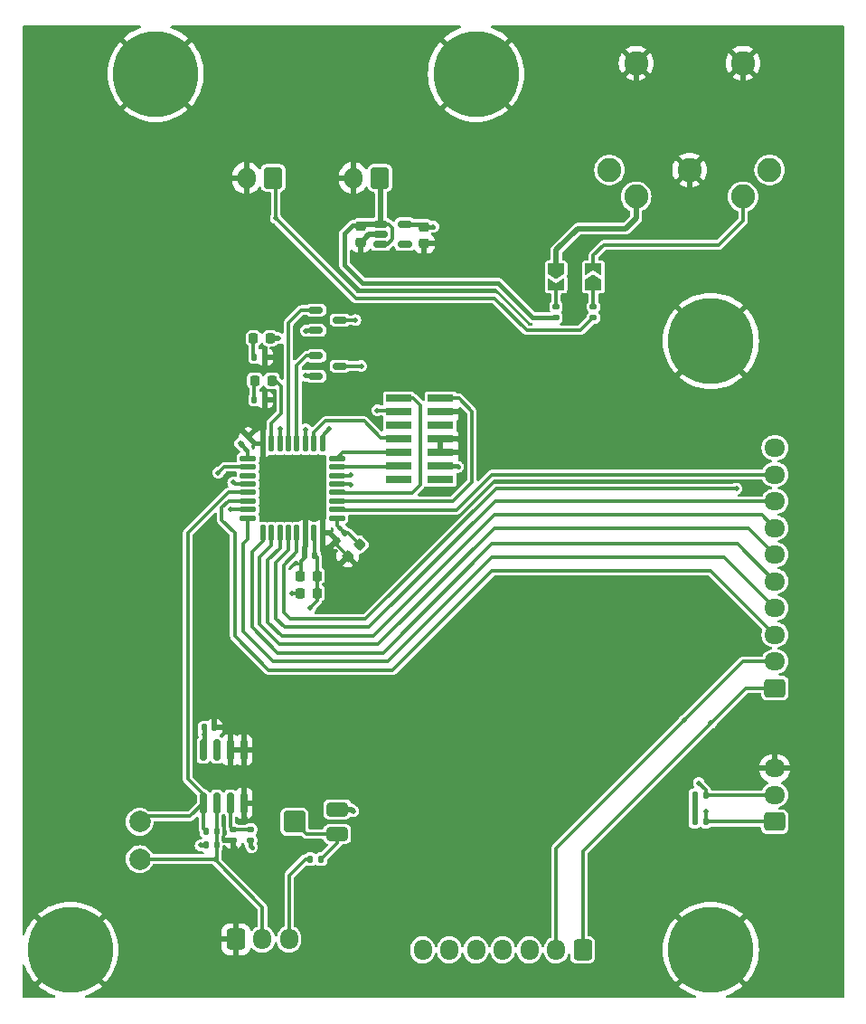
<source format=gbr>
%TF.GenerationSoftware,KiCad,Pcbnew,8.0.8*%
%TF.CreationDate,2025-04-28T15:07:46+02:00*%
%TF.ProjectId,PCB_V1,5043425f-5631-42e6-9b69-6361645f7063,rev?*%
%TF.SameCoordinates,Original*%
%TF.FileFunction,Copper,L1,Top*%
%TF.FilePolarity,Positive*%
%FSLAX46Y46*%
G04 Gerber Fmt 4.6, Leading zero omitted, Abs format (unit mm)*
G04 Created by KiCad (PCBNEW 8.0.8) date 2025-04-28 15:07:46*
%MOMM*%
%LPD*%
G01*
G04 APERTURE LIST*
G04 Aperture macros list*
%AMRoundRect*
0 Rectangle with rounded corners*
0 $1 Rounding radius*
0 $2 $3 $4 $5 $6 $7 $8 $9 X,Y pos of 4 corners*
0 Add a 4 corners polygon primitive as box body*
4,1,4,$2,$3,$4,$5,$6,$7,$8,$9,$2,$3,0*
0 Add four circle primitives for the rounded corners*
1,1,$1+$1,$2,$3*
1,1,$1+$1,$4,$5*
1,1,$1+$1,$6,$7*
1,1,$1+$1,$8,$9*
0 Add four rect primitives between the rounded corners*
20,1,$1+$1,$2,$3,$4,$5,0*
20,1,$1+$1,$4,$5,$6,$7,0*
20,1,$1+$1,$6,$7,$8,$9,0*
20,1,$1+$1,$8,$9,$2,$3,0*%
%AMFreePoly0*
4,1,6,1.000000,0.000000,0.500000,-0.750000,-0.500000,-0.750000,-0.500000,0.750000,0.500000,0.750000,1.000000,0.000000,1.000000,0.000000,$1*%
%AMFreePoly1*
4,1,6,0.500000,-0.750000,-0.650000,-0.750000,-0.150000,0.000000,-0.650000,0.750000,0.500000,0.750000,0.500000,-0.750000,0.500000,-0.750000,$1*%
G04 Aperture macros list end*
%TA.AperFunction,SMDPad,CuDef*%
%ADD10RoundRect,0.225000X0.225000X0.250000X-0.225000X0.250000X-0.225000X-0.250000X0.225000X-0.250000X0*%
%TD*%
%TA.AperFunction,ComponentPad*%
%ADD11C,4.400000*%
%TD*%
%TA.AperFunction,ConnectorPad*%
%ADD12C,8.000000*%
%TD*%
%TA.AperFunction,SMDPad,CuDef*%
%ADD13RoundRect,0.150000X-0.512500X-0.150000X0.512500X-0.150000X0.512500X0.150000X-0.512500X0.150000X0*%
%TD*%
%TA.AperFunction,SMDPad,CuDef*%
%ADD14RoundRect,0.218750X-0.218750X-0.256250X0.218750X-0.256250X0.218750X0.256250X-0.218750X0.256250X0*%
%TD*%
%TA.AperFunction,SMDPad,CuDef*%
%ADD15RoundRect,0.225000X-0.017678X0.335876X-0.335876X0.017678X0.017678X-0.335876X0.335876X-0.017678X0*%
%TD*%
%TA.AperFunction,SMDPad,CuDef*%
%ADD16RoundRect,0.135000X-0.185000X0.135000X-0.185000X-0.135000X0.185000X-0.135000X0.185000X0.135000X0*%
%TD*%
%TA.AperFunction,SMDPad,CuDef*%
%ADD17FreePoly0,270.000000*%
%TD*%
%TA.AperFunction,SMDPad,CuDef*%
%ADD18FreePoly1,270.000000*%
%TD*%
%TA.AperFunction,SMDPad,CuDef*%
%ADD19RoundRect,0.135000X0.135000X0.185000X-0.135000X0.185000X-0.135000X-0.185000X0.135000X-0.185000X0*%
%TD*%
%TA.AperFunction,ComponentPad*%
%ADD20C,2.250000*%
%TD*%
%TA.AperFunction,ComponentPad*%
%ADD21RoundRect,0.250000X0.600000X0.750000X-0.600000X0.750000X-0.600000X-0.750000X0.600000X-0.750000X0*%
%TD*%
%TA.AperFunction,ComponentPad*%
%ADD22O,1.700000X2.000000*%
%TD*%
%TA.AperFunction,SMDPad,CuDef*%
%ADD23RoundRect,0.140000X-0.140000X-0.170000X0.140000X-0.170000X0.140000X0.170000X-0.140000X0.170000X0*%
%TD*%
%TA.AperFunction,SMDPad,CuDef*%
%ADD24FreePoly0,90.000000*%
%TD*%
%TA.AperFunction,SMDPad,CuDef*%
%ADD25FreePoly1,90.000000*%
%TD*%
%TA.AperFunction,SMDPad,CuDef*%
%ADD26RoundRect,0.135000X-0.135000X-0.185000X0.135000X-0.185000X0.135000X0.185000X-0.135000X0.185000X0*%
%TD*%
%TA.AperFunction,SMDPad,CuDef*%
%ADD27C,2.000000*%
%TD*%
%TA.AperFunction,SMDPad,CuDef*%
%ADD28RoundRect,0.135000X0.185000X-0.135000X0.185000X0.135000X-0.185000X0.135000X-0.185000X-0.135000X0*%
%TD*%
%TA.AperFunction,SMDPad,CuDef*%
%ADD29RoundRect,0.225000X-0.250000X0.225000X-0.250000X-0.225000X0.250000X-0.225000X0.250000X0.225000X0*%
%TD*%
%TA.AperFunction,ComponentPad*%
%ADD30RoundRect,0.250000X0.600000X0.725000X-0.600000X0.725000X-0.600000X-0.725000X0.600000X-0.725000X0*%
%TD*%
%TA.AperFunction,ComponentPad*%
%ADD31O,1.700000X1.950000*%
%TD*%
%TA.AperFunction,SMDPad,CuDef*%
%ADD32RoundRect,0.140000X0.140000X0.170000X-0.140000X0.170000X-0.140000X-0.170000X0.140000X-0.170000X0*%
%TD*%
%TA.AperFunction,ComponentPad*%
%ADD33RoundRect,0.250000X0.725000X-0.600000X0.725000X0.600000X-0.725000X0.600000X-0.725000X-0.600000X0*%
%TD*%
%TA.AperFunction,ComponentPad*%
%ADD34O,1.950000X1.700000*%
%TD*%
%TA.AperFunction,SMDPad,CuDef*%
%ADD35RoundRect,0.125000X-0.625000X-0.125000X0.625000X-0.125000X0.625000X0.125000X-0.625000X0.125000X0*%
%TD*%
%TA.AperFunction,SMDPad,CuDef*%
%ADD36RoundRect,0.125000X-0.125000X-0.625000X0.125000X-0.625000X0.125000X0.625000X-0.125000X0.625000X0*%
%TD*%
%TA.AperFunction,SMDPad,CuDef*%
%ADD37RoundRect,0.150000X0.150000X-0.825000X0.150000X0.825000X-0.150000X0.825000X-0.150000X-0.825000X0*%
%TD*%
%TA.AperFunction,SMDPad,CuDef*%
%ADD38RoundRect,0.250000X-0.750000X0.400000X-0.750000X-0.400000X0.750000X-0.400000X0.750000X0.400000X0*%
%TD*%
%TA.AperFunction,SMDPad,CuDef*%
%ADD39RoundRect,0.250000X-0.750000X0.750000X-0.750000X-0.750000X0.750000X-0.750000X0.750000X0.750000X0*%
%TD*%
%TA.AperFunction,SMDPad,CuDef*%
%ADD40R,2.400000X0.740000*%
%TD*%
%TA.AperFunction,SMDPad,CuDef*%
%ADD41RoundRect,0.140000X-0.021213X0.219203X-0.219203X0.021213X0.021213X-0.219203X0.219203X-0.021213X0*%
%TD*%
%TA.AperFunction,ComponentPad*%
%ADD42RoundRect,0.250000X-0.600000X-0.725000X0.600000X-0.725000X0.600000X0.725000X-0.600000X0.725000X0*%
%TD*%
%TA.AperFunction,SMDPad,CuDef*%
%ADD43RoundRect,0.140000X0.021213X-0.219203X0.219203X-0.021213X-0.021213X0.219203X-0.219203X0.021213X0*%
%TD*%
%TA.AperFunction,ViaPad*%
%ADD44C,0.500000*%
%TD*%
%TA.AperFunction,Conductor*%
%ADD45C,0.300000*%
%TD*%
%TA.AperFunction,Conductor*%
%ADD46C,0.500000*%
%TD*%
%TA.AperFunction,Conductor*%
%ADD47C,0.400000*%
%TD*%
G04 APERTURE END LIST*
D10*
%TO.P,C5,1*%
%TO.N,+3.3VA*%
X73100000Y-95990000D03*
%TO.P,C5,2*%
%TO.N,GND*%
X71550000Y-95990000D03*
%TD*%
D11*
%TO.P,H3,1,1*%
%TO.N,GND*%
X88000000Y-49000000D03*
D12*
X88000000Y-49000000D03*
%TD*%
D13*
%TO.P,Q2,1,B*%
%TO.N,SCAN1*%
X73000000Y-75400000D03*
%TO.P,Q2,2,E*%
%TO.N,+3.3V*%
X73000000Y-77300000D03*
%TO.P,Q2,3,C*%
%TO.N,LED_COM1*%
X75275000Y-76350000D03*
%TD*%
D14*
%TO.P,D2,1,K*%
%TO.N,Net-(D2-K)*%
X67292500Y-77720000D03*
%TO.P,D2,2,A*%
%TO.N,Net-(D2-A)*%
X68867500Y-77720000D03*
%TD*%
D15*
%TO.P,C2,1*%
%TO.N,+3.3V*%
X77073008Y-93041992D03*
%TO.P,C2,2*%
%TO.N,GND*%
X75976992Y-94138008D03*
%TD*%
D16*
%TO.P,R10,1*%
%TO.N,Net-(JP1-B)*%
X95500000Y-70795000D03*
%TO.P,R10,2*%
%TO.N,+5V*%
X95500000Y-71815000D03*
%TD*%
D17*
%TO.P,JP1,1,A*%
%TO.N,Net-(JP1-A)*%
X95500000Y-67275000D03*
D18*
%TO.P,JP1,2,B*%
%TO.N,Net-(JP1-B)*%
X95500000Y-68725000D03*
%TD*%
D19*
%TO.P,R2,1*%
%TO.N,Net-(R2-Pad1)*%
X73510000Y-122500000D03*
%TO.P,R2,2*%
%TO.N,Net-(J2-Pin_3)*%
X72490000Y-122500000D03*
%TD*%
D13*
%TO.P,U3,1,VIN*%
%TO.N,+5V*%
X79062500Y-63050000D03*
%TO.P,U3,2,GND*%
%TO.N,GND*%
X79062500Y-64000000D03*
%TO.P,U3,3,~{SHDN}*%
%TO.N,+5V*%
X79062500Y-64950000D03*
%TO.P,U3,4,NC*%
%TO.N,unconnected-(U3-NC-Pad4)*%
X81337500Y-64950000D03*
%TO.P,U3,5,VOUT*%
%TO.N,+3.3V*%
X81337500Y-63050000D03*
%TD*%
D20*
%TO.P,J8,1,1*%
%TO.N,unconnected-(J8-Pad1)*%
X100500000Y-58000000D03*
%TO.P,J8,2,2*%
%TO.N,GND*%
X108000000Y-58000000D03*
%TO.P,J8,3,3*%
%TO.N,unconnected-(J8-Pad3)*%
X115500000Y-58000000D03*
%TO.P,J8,4,4*%
%TO.N,Net-(JP1-A)*%
X103000000Y-60500000D03*
%TO.P,J8,5,5*%
%TO.N,Net-(JP2-B)*%
X113000000Y-60500000D03*
%TO.P,J8,E1,E1*%
%TO.N,GND*%
X103000000Y-48000000D03*
%TO.P,J8,E2,E2*%
X113000000Y-48000000D03*
%TD*%
D21*
%TO.P,J4,1,Pin_1*%
%TO.N,+5V*%
X79000000Y-58750000D03*
D22*
%TO.P,J4,2,Pin_2*%
%TO.N,GND*%
X76500000Y-58750000D03*
%TD*%
D23*
%TO.P,C1,1*%
%TO.N,+3.3VA*%
X62520000Y-110200000D03*
%TO.P,C1,2*%
%TO.N,GND*%
X63480000Y-110200000D03*
%TD*%
D24*
%TO.P,JP2,1,A*%
%TO.N,Net-(JP2-A)*%
X99000000Y-68725000D03*
D25*
%TO.P,JP2,2,B*%
%TO.N,Net-(JP2-B)*%
X99000000Y-67275000D03*
%TD*%
D16*
%TO.P,R5,1*%
%TO.N,Net-(U2A-+)*%
X65250000Y-119740000D03*
%TO.P,R5,2*%
%TO.N,GND*%
X65250000Y-120760000D03*
%TD*%
D26*
%TO.P,R3,1*%
%TO.N,+3.3VA*%
X62690000Y-121200000D03*
%TO.P,R3,2*%
%TO.N,Net-(J2-Pin_2)*%
X63710000Y-121200000D03*
%TD*%
%TO.P,R6,1*%
%TO.N,Output_Pedale*%
X62695000Y-119875000D03*
%TO.P,R6,2*%
%TO.N,Net-(J2-Pin_2)*%
X63715000Y-119875000D03*
%TD*%
D14*
%TO.P,L1,1*%
%TO.N,+3.3V*%
X71537500Y-97590000D03*
%TO.P,L1,2*%
%TO.N,+3.3VA*%
X73112500Y-97590000D03*
%TD*%
D11*
%TO.P,H4,1,1*%
%TO.N,GND*%
X110000000Y-131000000D03*
D12*
X110000000Y-131000000D03*
%TD*%
D13*
%TO.P,Q1,1,B*%
%TO.N,SCAN0*%
X73000000Y-71100000D03*
%TO.P,Q1,2,E*%
%TO.N,+3.3V*%
X73000000Y-73000000D03*
%TO.P,Q1,3,C*%
%TO.N,LED_COM0*%
X75275000Y-72050000D03*
%TD*%
D19*
%TO.P,R8,1*%
%TO.N,SW_UP*%
X109510000Y-119000000D03*
%TO.P,R8,2*%
%TO.N,+3.3V*%
X108490000Y-119000000D03*
%TD*%
%TO.P,R7,1*%
%TO.N,SW_DOWN*%
X109510000Y-116500000D03*
%TO.P,R7,2*%
%TO.N,+3.3V*%
X108490000Y-116500000D03*
%TD*%
%TO.P,R11,1*%
%TO.N,GND*%
X68260000Y-79500000D03*
%TO.P,R11,2*%
%TO.N,Net-(D2-K)*%
X67240000Y-79500000D03*
%TD*%
D27*
%TO.P,TP2,1,1*%
%TO.N,Net-(J2-Pin_2)*%
X56500000Y-122500000D03*
%TD*%
D11*
%TO.P,H1,1,1*%
%TO.N,GND*%
X58000000Y-49000000D03*
D12*
X58000000Y-49000000D03*
%TD*%
D21*
%TO.P,J5,1,Pin_1*%
%TO.N,USART_TX*%
X69000000Y-58750000D03*
D22*
%TO.P,J5,2,Pin_2*%
%TO.N,GND*%
X66500000Y-58750000D03*
%TD*%
D28*
%TO.P,R4,1*%
%TO.N,+3.3VA*%
X66885000Y-120735000D03*
%TO.P,R4,2*%
%TO.N,Net-(U2A-+)*%
X66885000Y-119715000D03*
%TD*%
D29*
%TO.P,Cout1,1*%
%TO.N,+3.3V*%
X83150000Y-63325000D03*
%TO.P,Cout1,2*%
%TO.N,GND*%
X83150000Y-64875000D03*
%TD*%
D19*
%TO.P,R1,1*%
%TO.N,GND*%
X68250000Y-75500000D03*
%TO.P,R1,2*%
%TO.N,Net-(D1-K)*%
X67230000Y-75500000D03*
%TD*%
D27*
%TO.P,TP1,1,1*%
%TO.N,Output_Pedale*%
X56500000Y-119000000D03*
%TD*%
D30*
%TO.P,J7,1,Pin_1*%
%TO.N,LED_COM0*%
X98000000Y-131000000D03*
D31*
%TO.P,J7,2,Pin_2*%
%TO.N,LED_COM1*%
X95500000Y-131000000D03*
%TO.P,J7,3,Pin_3*%
%TO.N,LED8*%
X93000000Y-131000000D03*
%TO.P,J7,4,Pin_4*%
%TO.N,LED9*%
X90500000Y-131000000D03*
%TO.P,J7,5,Pin_5*%
%TO.N,LED10*%
X88000000Y-131000000D03*
%TO.P,J7,6,Pin_6*%
%TO.N,LED11*%
X85500000Y-131000000D03*
%TO.P,J7,7,Pin_7*%
%TO.N,LED12*%
X83000000Y-131000000D03*
%TD*%
D32*
%TO.P,C6,1*%
%TO.N,+3.3VA*%
X72905000Y-94090000D03*
%TO.P,C6,2*%
%TO.N,GND*%
X71945000Y-94090000D03*
%TD*%
D14*
%TO.P,D1,1,K*%
%TO.N,Net-(D1-K)*%
X67165000Y-73750000D03*
%TO.P,D1,2,A*%
%TO.N,+3.3V*%
X68740000Y-73750000D03*
%TD*%
D33*
%TO.P,J1,1,Pin_1*%
%TO.N,SW_UP*%
X115975000Y-119000000D03*
D34*
%TO.P,J1,2,Pin_2*%
%TO.N,SW_DOWN*%
X115975000Y-116500000D03*
%TO.P,J1,3,Pin_3*%
%TO.N,GND*%
X115975000Y-114000000D03*
%TD*%
D35*
%TO.P,U1,1,VDD*%
%TO.N,+3.3V*%
X66650000Y-84990000D03*
%TO.P,U1,2,PF0*%
%TO.N,LED12*%
X66650000Y-85790000D03*
%TO.P,U1,3,PF1*%
%TO.N,unconnected-(U1-PF1-Pad3)*%
X66650000Y-86590000D03*
%TO.P,U1,4,PG10*%
%TO.N,RESET*%
X66650000Y-87390000D03*
%TO.P,U1,5,PA0*%
%TO.N,Output_Pedale*%
X66650000Y-88190000D03*
%TO.P,U1,6,PA1*%
%TO.N,LED0_SEG*%
X66650000Y-88990000D03*
%TO.P,U1,7,PA2*%
%TO.N,USART_TX*%
X66650000Y-89790000D03*
%TO.P,U1,8,PA3*%
%TO.N,LED1_SEG*%
X66650000Y-90590000D03*
D36*
%TO.P,U1,9,PA4*%
%TO.N,LED2_SEG*%
X68025000Y-91965000D03*
%TO.P,U1,10,PA5*%
%TO.N,LED3_SEG*%
X68825000Y-91965000D03*
%TO.P,U1,11,PA6*%
%TO.N,LED4_SEG*%
X69625000Y-91965000D03*
%TO.P,U1,12,PA7*%
%TO.N,LED5_SEG*%
X70425000Y-91965000D03*
%TO.P,U1,13,PB0*%
%TO.N,LED7_SEG*%
X71225000Y-91965000D03*
%TO.P,U1,14,VSSA*%
%TO.N,GND*%
X72025000Y-91965000D03*
%TO.P,U1,15,VDDA*%
%TO.N,+3.3VA*%
X72825000Y-91965000D03*
%TO.P,U1,16,VSS*%
%TO.N,GND*%
X73625000Y-91965000D03*
D35*
%TO.P,U1,17,VDD*%
%TO.N,+3.3V*%
X75000000Y-90590000D03*
%TO.P,U1,18,PA8*%
%TO.N,LED6_SEG*%
X75000000Y-89790000D03*
%TO.P,U1,19,PA9*%
%TO.N,TX_DEBUG*%
X75000000Y-88990000D03*
%TO.P,U1,20,PA10*%
%TO.N,RX_DEBUG*%
X75000000Y-88190000D03*
%TO.P,U1,21,PA11*%
%TO.N,SW_DOWN*%
X75000000Y-87390000D03*
%TO.P,U1,22,PA12*%
%TO.N,SW_UP*%
X75000000Y-86590000D03*
%TO.P,U1,23,PA13*%
%TO.N,SYS_SWDIO*%
X75000000Y-85790000D03*
%TO.P,U1,24,PA14*%
%TO.N,SYS_SWCLK*%
X75000000Y-84990000D03*
D36*
%TO.P,U1,25,PA15*%
%TO.N,LED9*%
X73625000Y-83615000D03*
%TO.P,U1,26,PB3*%
%TO.N,SYS_SWO*%
X72825000Y-83615000D03*
%TO.P,U1,27,PB4*%
%TO.N,LED10*%
X72025000Y-83615000D03*
%TO.P,U1,28,PB5*%
%TO.N,SCAN1*%
X71225000Y-83615000D03*
%TO.P,U1,29,PB6*%
%TO.N,SCAN0*%
X70425000Y-83615000D03*
%TO.P,U1,30,PB7*%
%TO.N,LED11*%
X69625000Y-83615000D03*
%TO.P,U1,31,PB8*%
%TO.N,Net-(D2-A)*%
X68825000Y-83615000D03*
%TO.P,U1,32,VSS*%
%TO.N,GND*%
X68025000Y-83615000D03*
%TD*%
D11*
%TO.P,H5,1,1*%
%TO.N,GND*%
X110000000Y-74000000D03*
D12*
X110000000Y-74000000D03*
%TD*%
D33*
%TO.P,J8_afficheur1,1,Pin_1*%
%TO.N,LED_COM0*%
X116000000Y-106500000D03*
D34*
%TO.P,J8_afficheur1,2,Pin_2*%
%TO.N,LED_COM1*%
X116000000Y-104000000D03*
%TO.P,J8_afficheur1,3,Pin_3*%
%TO.N,LED0_SEG*%
X116000000Y-101500000D03*
%TO.P,J8_afficheur1,4,Pin_4*%
%TO.N,LED1_SEG*%
X116000000Y-99000000D03*
%TO.P,J8_afficheur1,5,Pin_5*%
%TO.N,LED2_SEG*%
X116000000Y-96500000D03*
%TO.P,J8_afficheur1,6,Pin_6*%
%TO.N,LED3_SEG*%
X116000000Y-94000000D03*
%TO.P,J8_afficheur1,7,Pin_7*%
%TO.N,LED4_SEG*%
X116000000Y-91500000D03*
%TO.P,J8_afficheur1,8,Pin_8*%
%TO.N,LED5_SEG*%
X116000000Y-89000000D03*
%TO.P,J8_afficheur1,9,Pin_9*%
%TO.N,LED6_SEG*%
X116000000Y-86500000D03*
%TO.P,J8_afficheur1,10,Pin_10*%
%TO.N,LED7_SEG*%
X116000000Y-84000000D03*
%TD*%
D37*
%TO.P,U2,1*%
%TO.N,Output_Pedale*%
X62460000Y-117250000D03*
%TO.P,U2,2,-*%
%TO.N,Net-(J2-Pin_2)*%
X63730000Y-117250000D03*
%TO.P,U2,3,+*%
%TO.N,Net-(U2A-+)*%
X65000000Y-117250000D03*
%TO.P,U2,4,V-*%
%TO.N,GND*%
X66270000Y-117250000D03*
%TO.P,U2,5,+*%
X66270000Y-112300000D03*
%TO.P,U2,6,-*%
X65000000Y-112300000D03*
%TO.P,U2,7*%
%TO.N,unconnected-(U2-Pad7)*%
X63730000Y-112300000D03*
%TO.P,U2,8,V+*%
%TO.N,+3.3VA*%
X62460000Y-112300000D03*
%TD*%
D38*
%TO.P,RV1,1,1*%
%TO.N,+3.3VA*%
X75000000Y-117850000D03*
D39*
%TO.P,RV1,2,2*%
%TO.N,Net-(R2-Pad1)*%
X71000000Y-119000000D03*
D38*
%TO.P,RV1,3,3*%
X75000000Y-120150000D03*
%TD*%
D29*
%TO.P,Cin1,1*%
%TO.N,+5V*%
X77200000Y-63225000D03*
%TO.P,Cin1,2*%
%TO.N,GND*%
X77200000Y-64775000D03*
%TD*%
D11*
%TO.P,H2,1,1*%
%TO.N,GND*%
X50000000Y-131000000D03*
D12*
X50000000Y-131000000D03*
%TD*%
D40*
%TO.P,J3,1,NC*%
%TO.N,unconnected-(J3-NC-Pad1)*%
X84675000Y-87000000D03*
%TO.P,J3,2,NC*%
%TO.N,unconnected-(J3-NC-Pad2)*%
X80775000Y-87000000D03*
%TO.P,J3,3,VCC*%
%TO.N,+3.3V*%
X84675000Y-85730000D03*
%TO.P,J3,4,JTMS/SWDIO*%
%TO.N,SYS_SWDIO*%
X80775000Y-85730000D03*
%TO.P,J3,5,GND*%
%TO.N,GND*%
X84675000Y-84460000D03*
%TO.P,J3,6,JCLK/SWCLK*%
%TO.N,SYS_SWCLK*%
X80775000Y-84460000D03*
%TO.P,J3,7,GND*%
%TO.N,GND*%
X84675000Y-83190000D03*
%TO.P,J3,8,JTDO/SWO*%
%TO.N,SYS_SWO*%
X80775000Y-83190000D03*
%TO.P,J3,9,JRCLK/NC*%
%TO.N,unconnected-(J3-JRCLK{slash}NC-Pad9)*%
X84675000Y-81920000D03*
%TO.P,J3,10,JTDI/NC*%
%TO.N,unconnected-(J3-JTDI{slash}NC-Pad10)*%
X80775000Y-81920000D03*
%TO.P,J3,11,GNDDetect*%
%TO.N,GND*%
X84675000Y-80650000D03*
%TO.P,J3,12,~{RST}*%
%TO.N,RESET*%
X80775000Y-80650000D03*
%TO.P,J3,13,VCP_RX*%
%TO.N,TX_DEBUG*%
X84675000Y-79380000D03*
%TO.P,J3,14,VCP_TX*%
%TO.N,RX_DEBUG*%
X80775000Y-79380000D03*
%TD*%
D41*
%TO.P,C4,1*%
%TO.N,+3.3V*%
X75664411Y-91950589D03*
%TO.P,C4,2*%
%TO.N,GND*%
X74985589Y-92629411D03*
%TD*%
D28*
%TO.P,R9,1*%
%TO.N,USART_TX*%
X99000000Y-71795000D03*
%TO.P,R9,2*%
%TO.N,Net-(JP2-A)*%
X99000000Y-70775000D03*
%TD*%
D42*
%TO.P,J2,1,Pin_1*%
%TO.N,GND*%
X65500000Y-130000000D03*
D31*
%TO.P,J2,2,Pin_2*%
%TO.N,Net-(J2-Pin_2)*%
X68000000Y-130000000D03*
%TO.P,J2,3,Pin_3*%
%TO.N,Net-(J2-Pin_3)*%
X70500000Y-130000000D03*
%TD*%
D43*
%TO.P,C3,1*%
%TO.N,+3.3V*%
X65985589Y-83629411D03*
%TO.P,C3,2*%
%TO.N,GND*%
X66664411Y-82950589D03*
%TD*%
D44*
%TO.N,GND*%
X103000000Y-49500000D03*
X74535589Y-92179411D03*
X72025000Y-93190000D03*
X68750000Y-75500000D03*
X68750000Y-79500000D03*
X65400000Y-128400000D03*
X65400000Y-121400000D03*
X66500000Y-60250000D03*
X86225000Y-80590000D03*
X77912500Y-64112500D03*
X76500000Y-60250000D03*
X66400000Y-118600000D03*
X86625000Y-83790000D03*
X83875000Y-64875000D03*
X114400000Y-114000000D03*
X108000000Y-59750000D03*
X67164411Y-83450589D03*
X113000000Y-49500000D03*
%TO.N,+3.3VA*%
X67000000Y-121400000D03*
X76500000Y-118000000D03*
X62520000Y-110800000D03*
X62200000Y-121200000D03*
X72500000Y-98950000D03*
%TO.N,+3.3V*%
X75214411Y-91500589D03*
X72050000Y-73050000D03*
X108490000Y-117600000D03*
X86325000Y-85790000D03*
X72050000Y-77250000D03*
X66485589Y-84129411D03*
X70725000Y-97590000D03*
X84000000Y-63300000D03*
X69500000Y-73750000D03*
%TO.N,RESET*%
X65250000Y-87250000D03*
X78750000Y-80500000D03*
%TO.N,USART_TX*%
X69250000Y-62500000D03*
X65025000Y-89790000D03*
%TO.N,LED_COM0*%
X110000000Y-109750000D03*
X76700000Y-72050000D03*
%TO.N,LED_COM1*%
X107500000Y-109500000D03*
X77250000Y-76350000D03*
%TO.N,SW_DOWN*%
X108875000Y-115375000D03*
X76250000Y-87500000D03*
%TO.N,SW_UP*%
X109500000Y-118000000D03*
X76250000Y-86500000D03*
%TO.N,LED10*%
X72025000Y-82275000D03*
%TO.N,LED9*%
X74250000Y-82250000D03*
%TO.N,LED11*%
X69625000Y-82250000D03*
%TO.N,LED12*%
X63850000Y-86350000D03*
%TO.N,LED7_SEG*%
X112400000Y-87800000D03*
%TD*%
D45*
%TO.N,GND*%
X74985589Y-93146605D02*
X75976992Y-94138008D01*
X72025000Y-91965000D02*
X72025000Y-93190000D01*
X86625000Y-84090000D02*
X86255000Y-84460000D01*
D46*
X77200000Y-64775000D02*
X77250000Y-64775000D01*
D47*
X65500000Y-128500000D02*
X65400000Y-128400000D01*
D45*
X86165000Y-80650000D02*
X86225000Y-80590000D01*
D47*
X64400000Y-110200000D02*
X63480000Y-110200000D01*
D45*
X86625000Y-83590000D02*
X86225000Y-83190000D01*
X73625000Y-91965000D02*
X74321178Y-91965000D01*
D47*
X65250000Y-121250000D02*
X65400000Y-121400000D01*
D45*
X86625000Y-83790000D02*
X86625000Y-84090000D01*
X74321178Y-91965000D02*
X74535589Y-92179411D01*
D46*
X68260000Y-79500000D02*
X68750000Y-79500000D01*
D47*
X66400000Y-118600000D02*
X66270000Y-118470000D01*
D45*
X67164411Y-83450589D02*
X66664411Y-82950589D01*
D47*
X65500000Y-130000000D02*
X65500000Y-128500000D01*
D45*
X86165000Y-80650000D02*
X84675000Y-80650000D01*
X74985589Y-92629411D02*
X74985589Y-93146605D01*
X86225000Y-83190000D02*
X84675000Y-83190000D01*
X72025000Y-94010000D02*
X71945000Y-94090000D01*
D47*
X65000000Y-110800000D02*
X64400000Y-110200000D01*
D45*
X86255000Y-84460000D02*
X84675000Y-84460000D01*
D46*
X108000000Y-58000000D02*
X108000000Y-59750000D01*
D45*
X68025000Y-83615000D02*
X67328822Y-83615000D01*
X67328822Y-83615000D02*
X67164411Y-83450589D01*
D46*
X83150000Y-64875000D02*
X83875000Y-64875000D01*
X76500000Y-58750000D02*
X76500000Y-60250000D01*
D45*
X72025000Y-93190000D02*
X72025000Y-94010000D01*
X71600000Y-94600000D02*
X71995000Y-94205000D01*
D46*
X113000000Y-48000000D02*
X113000000Y-49500000D01*
X78025000Y-64000000D02*
X77912500Y-64112500D01*
D47*
X65250000Y-120760000D02*
X65250000Y-121250000D01*
D46*
X103000000Y-48000000D02*
X103000000Y-49500000D01*
D47*
X66270000Y-117250000D02*
X66270000Y-112300000D01*
D46*
X66500000Y-58750000D02*
X66500000Y-60250000D01*
D45*
X71600000Y-96105000D02*
X71600000Y-94600000D01*
D47*
X66270000Y-117250000D02*
X66270000Y-118470000D01*
X66270000Y-112300000D02*
X65000000Y-112300000D01*
D46*
X115975000Y-114000000D02*
X114400000Y-114000000D01*
X68250000Y-75500000D02*
X68750000Y-75500000D01*
D45*
X86625000Y-83790000D02*
X86625000Y-83590000D01*
D46*
X77250000Y-64775000D02*
X77912500Y-64112500D01*
D47*
X65000000Y-112300000D02*
X65000000Y-110800000D01*
D46*
X79062500Y-64000000D02*
X78025000Y-64000000D01*
D45*
X74535589Y-92179411D02*
X74985589Y-92629411D01*
%TO.N,+3.3VA*%
X72905000Y-94090000D02*
X72905000Y-93190000D01*
X72905000Y-93190000D02*
X72905000Y-92045000D01*
D47*
X66885000Y-121285000D02*
X67000000Y-121400000D01*
D45*
X73112500Y-97590000D02*
X73112500Y-96002500D01*
X72905000Y-92045000D02*
X72825000Y-91965000D01*
D47*
X62520000Y-110800000D02*
X62520000Y-112240000D01*
X66885000Y-120735000D02*
X66885000Y-121285000D01*
D45*
X73112500Y-98337500D02*
X73112500Y-97590000D01*
D46*
X76350000Y-117850000D02*
X76500000Y-118000000D01*
X75000000Y-117850000D02*
X76350000Y-117850000D01*
D45*
X73100000Y-94285000D02*
X72905000Y-94090000D01*
D47*
X62520000Y-112240000D02*
X62460000Y-112300000D01*
D45*
X72500000Y-98950000D02*
X73112500Y-98337500D01*
X73112500Y-96002500D02*
X73100000Y-95990000D01*
X73100000Y-95990000D02*
X73100000Y-94285000D01*
D47*
X62690000Y-121200000D02*
X62200000Y-121200000D01*
X62520000Y-110200000D02*
X62520000Y-110800000D01*
%TO.N,+3.3V*%
X81337500Y-63050000D02*
X82875000Y-63050000D01*
D46*
X68740000Y-73750000D02*
X69500000Y-73750000D01*
D45*
X75981605Y-91950589D02*
X77073008Y-93041992D01*
D47*
X86265000Y-85730000D02*
X86325000Y-85790000D01*
D45*
X75664411Y-91950589D02*
X75981605Y-91950589D01*
D46*
X108490000Y-117600000D02*
X108490000Y-116500000D01*
D45*
X75664411Y-91950589D02*
X75214411Y-91500589D01*
D47*
X72950000Y-77250000D02*
X72050000Y-77250000D01*
D45*
X66650000Y-84293822D02*
X66485589Y-84129411D01*
D47*
X84000000Y-63300000D02*
X83175000Y-63300000D01*
X84675000Y-85730000D02*
X86265000Y-85730000D01*
X83175000Y-63300000D02*
X83150000Y-63325000D01*
X82875000Y-63050000D02*
X83150000Y-63325000D01*
X72050000Y-73050000D02*
X72100000Y-73000000D01*
X73000000Y-77300000D02*
X72950000Y-77250000D01*
D45*
X66650000Y-84990000D02*
X66650000Y-84293822D01*
D46*
X108490000Y-119000000D02*
X108490000Y-117600000D01*
D45*
X75214411Y-91500589D02*
X75000000Y-91286178D01*
X71537500Y-97590000D02*
X70725000Y-97590000D01*
D47*
X72100000Y-73000000D02*
X72900000Y-73000000D01*
D45*
X75000000Y-91286178D02*
X75000000Y-90590000D01*
X66485589Y-84129411D02*
X65985589Y-83629411D01*
D47*
%TO.N,+5V*%
X93315000Y-71815000D02*
X95500000Y-71815000D01*
D45*
X79700000Y-64950000D02*
X80175000Y-64475000D01*
D46*
X77425000Y-63050000D02*
X77250000Y-63225000D01*
D47*
X77250000Y-63225000D02*
X77225000Y-63200000D01*
D45*
X79062500Y-64950000D02*
X79700000Y-64950000D01*
D46*
X79062500Y-58812500D02*
X79000000Y-58750000D01*
D47*
X77225000Y-63200000D02*
X76400000Y-63200000D01*
D45*
X80175000Y-64475000D02*
X80175000Y-63425000D01*
D46*
X79062500Y-63050000D02*
X79062500Y-58812500D01*
D47*
X75700000Y-66900000D02*
X77400000Y-68600000D01*
X77250000Y-63225000D02*
X77175000Y-63300000D01*
X90100000Y-68600000D02*
X93315000Y-71815000D01*
X76400000Y-63200000D02*
X75700000Y-63900000D01*
X75700000Y-63900000D02*
X75700000Y-66900000D01*
D45*
X79800000Y-63050000D02*
X79062500Y-63050000D01*
X80175000Y-63425000D02*
X79800000Y-63050000D01*
D47*
X77400000Y-68600000D02*
X90100000Y-68600000D01*
D46*
X79062500Y-63050000D02*
X77425000Y-63050000D01*
D45*
%TO.N,SYS_SWCLK*%
X75000000Y-84990000D02*
X75530000Y-84460000D01*
X75530000Y-84460000D02*
X80775000Y-84460000D01*
%TO.N,RX_DEBUG*%
X82750000Y-87500000D02*
X82000000Y-88250000D01*
X82130000Y-79380000D02*
X82750000Y-80000000D01*
X82000000Y-88250000D02*
X75060000Y-88250000D01*
X75060000Y-88250000D02*
X75000000Y-88190000D01*
X80775000Y-79380000D02*
X82130000Y-79380000D01*
X82750000Y-80000000D02*
X82750000Y-87500000D01*
%TO.N,SYS_SWO*%
X77500000Y-81500000D02*
X79090000Y-83090000D01*
X80675000Y-83090000D02*
X80775000Y-83190000D01*
X72825000Y-82590000D02*
X73915000Y-81500000D01*
X79090000Y-83090000D02*
X80675000Y-83090000D01*
X73915000Y-81500000D02*
X77500000Y-81500000D01*
X72825000Y-83615000D02*
X72825000Y-82590000D01*
%TO.N,TX_DEBUG*%
X86415000Y-79380000D02*
X87625000Y-80590000D01*
X87625000Y-80590000D02*
X87625000Y-87190000D01*
X84675000Y-79380000D02*
X86415000Y-79380000D01*
X85825000Y-88990000D02*
X75000000Y-88990000D01*
X87625000Y-87190000D02*
X85825000Y-88990000D01*
%TO.N,SYS_SWDIO*%
X75000000Y-85790000D02*
X80715000Y-85790000D01*
X80715000Y-85790000D02*
X80775000Y-85730000D01*
%TO.N,RESET*%
X66650000Y-87390000D02*
X65390000Y-87390000D01*
X65390000Y-87390000D02*
X65250000Y-87250000D01*
X80625000Y-80500000D02*
X78750000Y-80500000D01*
X80775000Y-80650000D02*
X80625000Y-80500000D01*
%TO.N,USART_TX*%
X66650000Y-89790000D02*
X65025000Y-89790000D01*
X99000000Y-71795000D02*
X97795000Y-73000000D01*
X69250000Y-62500000D02*
X69250000Y-59000000D01*
X69250000Y-59000000D02*
X69000000Y-58750000D01*
X89750000Y-70000000D02*
X76750000Y-70000000D01*
X97795000Y-73000000D02*
X92750000Y-73000000D01*
X92750000Y-73000000D02*
X89750000Y-70000000D01*
X76750000Y-70000000D02*
X69250000Y-62500000D01*
%TO.N,SCAN0*%
X70425000Y-72325000D02*
X70425000Y-83615000D01*
X73000000Y-71100000D02*
X71650000Y-71100000D01*
X71650000Y-71100000D02*
X70425000Y-72325000D01*
%TO.N,LED_COM0*%
X116000000Y-106500000D02*
X113250000Y-106500000D01*
X75275000Y-72050000D02*
X76700000Y-72050000D01*
X98000000Y-121750000D02*
X98000000Y-131000000D01*
X113250000Y-106500000D02*
X98000000Y-121750000D01*
%TO.N,LED_COM1*%
X95500000Y-121500000D02*
X95500000Y-131000000D01*
X116000000Y-104000000D02*
X113000000Y-104000000D01*
X77250000Y-76350000D02*
X75275000Y-76350000D01*
X113000000Y-104000000D02*
X107500000Y-109500000D01*
X107500000Y-109500000D02*
X95500000Y-121500000D01*
%TO.N,SCAN1*%
X72100000Y-75400000D02*
X73000000Y-75400000D01*
X71225000Y-76275000D02*
X72100000Y-75400000D01*
X71225000Y-83615000D02*
X71225000Y-76275000D01*
%TO.N,Net-(R2-Pad1)*%
X75000000Y-121010000D02*
X73510000Y-122500000D01*
X72150000Y-120150000D02*
X71000000Y-119000000D01*
X75000000Y-120150000D02*
X75000000Y-121010000D01*
X75000000Y-120150000D02*
X72150000Y-120150000D01*
%TO.N,Net-(J2-Pin_3)*%
X72010000Y-122500000D02*
X70500000Y-124010000D01*
X72490000Y-122500000D02*
X72010000Y-122500000D01*
X70500000Y-124010000D02*
X70500000Y-130000000D01*
%TO.N,Net-(J2-Pin_2)*%
X63730000Y-117250000D02*
X63730000Y-119860000D01*
X63710000Y-122000000D02*
X63710000Y-122710000D01*
X63710000Y-121200000D02*
X63710000Y-122000000D01*
X63710000Y-122710000D02*
X68000000Y-127000000D01*
X63710000Y-122000000D02*
X63710000Y-122290000D01*
X63500000Y-122500000D02*
X63710000Y-122710000D01*
X56500000Y-122500000D02*
X63500000Y-122500000D01*
X63710000Y-119880000D02*
X63710000Y-121200000D01*
X63730000Y-119860000D02*
X63715000Y-119875000D01*
X63710000Y-122290000D02*
X63500000Y-122500000D01*
X68000000Y-127000000D02*
X68000000Y-130000000D01*
X63715000Y-119875000D02*
X63710000Y-119880000D01*
%TO.N,Net-(U2A-+)*%
X65275000Y-119715000D02*
X65250000Y-119740000D01*
X65000000Y-119490000D02*
X65250000Y-119740000D01*
X65000000Y-117250000D02*
X65000000Y-119490000D01*
X66885000Y-119715000D02*
X65275000Y-119715000D01*
%TO.N,Output_Pedale*%
X61210000Y-118500000D02*
X56500000Y-118500000D01*
X62460000Y-117250000D02*
X62460000Y-116460000D01*
X64810000Y-88190000D02*
X66650000Y-88190000D01*
X61000000Y-92000000D02*
X64810000Y-88190000D01*
X62460000Y-116460000D02*
X61000000Y-115000000D01*
X62460000Y-117250000D02*
X61210000Y-118500000D01*
X62460000Y-119640000D02*
X62460000Y-117250000D01*
X62695000Y-119875000D02*
X62460000Y-119640000D01*
X61000000Y-115000000D02*
X61000000Y-92000000D01*
%TO.N,SW_DOWN*%
X76140000Y-87390000D02*
X76250000Y-87500000D01*
X115975000Y-116500000D02*
X109510000Y-116500000D01*
X108875000Y-115375000D02*
X109510000Y-116010000D01*
X109510000Y-116010000D02*
X109510000Y-116500000D01*
X75000000Y-87390000D02*
X76140000Y-87390000D01*
%TO.N,SW_UP*%
X115975000Y-119000000D02*
X109510000Y-119000000D01*
X109510000Y-119000000D02*
X109510000Y-118010000D01*
X76160000Y-86590000D02*
X76250000Y-86500000D01*
X75000000Y-86590000D02*
X76160000Y-86590000D01*
X109510000Y-118010000D02*
X109500000Y-118000000D01*
%TO.N,LED3_SEG*%
X78800000Y-102400000D02*
X89700000Y-91500000D01*
X68825000Y-91965000D02*
X68825000Y-93175000D01*
X67750000Y-100550000D02*
X69600000Y-102400000D01*
X69600000Y-102400000D02*
X78800000Y-102400000D01*
X113500000Y-91500000D02*
X116000000Y-94000000D01*
X67750000Y-94250000D02*
X67750000Y-100550000D01*
X89700000Y-91500000D02*
X113500000Y-91500000D01*
X68825000Y-93175000D02*
X67750000Y-94250000D01*
%TO.N,LED10*%
X72025000Y-83615000D02*
X72025000Y-82275000D01*
%TO.N,LED0_SEG*%
X65400000Y-92000000D02*
X65400000Y-101600000D01*
X89500000Y-95500000D02*
X110000000Y-95500000D01*
X64200000Y-90800000D02*
X65400000Y-92000000D01*
X68600000Y-104800000D02*
X80200000Y-104800000D01*
X64200000Y-89600000D02*
X64200000Y-90800000D01*
X65400000Y-101600000D02*
X68600000Y-104800000D01*
X64810000Y-88990000D02*
X64200000Y-89600000D01*
X66650000Y-88990000D02*
X64810000Y-88990000D01*
X110000000Y-95500000D02*
X116000000Y-101500000D01*
X80200000Y-104800000D02*
X89500000Y-95500000D01*
%TO.N,LED2_SEG*%
X116000000Y-96500000D02*
X112500000Y-93000000D01*
X89500000Y-93000000D02*
X79300000Y-103200000D01*
X79300000Y-103200000D02*
X69400000Y-103200000D01*
X67000000Y-93750000D02*
X68025000Y-92725000D01*
X68025000Y-92725000D02*
X68025000Y-91965000D01*
X69400000Y-103200000D02*
X67000000Y-100800000D01*
X112500000Y-93000000D02*
X89500000Y-93000000D01*
X67000000Y-100800000D02*
X67000000Y-93750000D01*
%TO.N,LED9*%
X73625000Y-82875000D02*
X74250000Y-82250000D01*
%TO.N,LED1_SEG*%
X79750000Y-104000000D02*
X69000000Y-104000000D01*
X89500000Y-94250000D02*
X79750000Y-104000000D01*
X66200000Y-101200000D02*
X66200000Y-93000000D01*
X111250000Y-94250000D02*
X89500000Y-94250000D01*
X69000000Y-104000000D02*
X66200000Y-101200000D01*
X66200000Y-93000000D02*
X66650000Y-92550000D01*
X116000000Y-99000000D02*
X111250000Y-94250000D01*
X66650000Y-92550000D02*
X66650000Y-90590000D01*
%TO.N,LED6_SEG*%
X86200000Y-89800000D02*
X75010000Y-89800000D01*
X89500000Y-86500000D02*
X86200000Y-89800000D01*
X116000000Y-86500000D02*
X89500000Y-86500000D01*
X75010000Y-89800000D02*
X75000000Y-89790000D01*
%TO.N,LED4_SEG*%
X69625000Y-93375000D02*
X68500000Y-94500000D01*
X68500000Y-94500000D02*
X68500000Y-100300000D01*
X69800000Y-101600000D02*
X78400000Y-101600000D01*
X78400000Y-101600000D02*
X89750000Y-90250000D01*
X89750000Y-90250000D02*
X114750000Y-90250000D01*
X114750000Y-90250000D02*
X116000000Y-91500000D01*
X68500000Y-100300000D02*
X69800000Y-101600000D01*
X69625000Y-91965000D02*
X69625000Y-93375000D01*
%TO.N,LED11*%
X69625000Y-83615000D02*
X69625000Y-82250000D01*
%TO.N,LED12*%
X64410000Y-85790000D02*
X66650000Y-85790000D01*
X63850000Y-86350000D02*
X64410000Y-85790000D01*
%TO.N,LED5_SEG*%
X69250000Y-94750000D02*
X69250000Y-100000000D01*
X70425000Y-91965000D02*
X70425000Y-93575000D01*
X70050000Y-100800000D02*
X78000000Y-100800000D01*
X78000000Y-100800000D02*
X89800000Y-89000000D01*
X69250000Y-100000000D02*
X70050000Y-100800000D01*
X70425000Y-93575000D02*
X69250000Y-94750000D01*
X89800000Y-89000000D02*
X116000000Y-89000000D01*
%TO.N,LED7_SEG*%
X70000000Y-99400000D02*
X70000000Y-95000000D01*
X77662500Y-100000000D02*
X70600000Y-100000000D01*
X70000000Y-95000000D02*
X71225000Y-93775000D01*
X71225000Y-93775000D02*
X71225000Y-91965000D01*
X70600000Y-100000000D02*
X70000000Y-99400000D01*
X89862500Y-87800000D02*
X77662500Y-100000000D01*
X112400000Y-87800000D02*
X89862500Y-87800000D01*
%TO.N,Net-(JP2-B)*%
X113000000Y-62750000D02*
X110750000Y-65000000D01*
X113000000Y-60500000D02*
X113000000Y-62750000D01*
X110750000Y-65000000D02*
X100000000Y-65000000D01*
X99000000Y-66000000D02*
X99000000Y-67270097D01*
X100000000Y-65000000D02*
X99000000Y-66000000D01*
D46*
%TO.N,Net-(JP1-A)*%
X95500000Y-65500000D02*
X95500000Y-67275000D01*
X97500000Y-63500000D02*
X95500000Y-65500000D01*
X103000000Y-62500000D02*
X102000000Y-63500000D01*
X102000000Y-63500000D02*
X97500000Y-63500000D01*
X103000000Y-60500000D02*
X103000000Y-62500000D01*
D45*
%TO.N,Net-(JP1-B)*%
X95500000Y-70795000D02*
X95500000Y-68729903D01*
%TO.N,Net-(JP2-A)*%
X99000000Y-68725000D02*
X99000000Y-70775000D01*
%TO.N,Net-(D1-K)*%
X67165000Y-75435000D02*
X67230000Y-75500000D01*
X67165000Y-73750000D02*
X67165000Y-75435000D01*
%TO.N,Net-(D2-A)*%
X69750000Y-78250000D02*
X69220000Y-77720000D01*
X68825000Y-81675000D02*
X69750000Y-80750000D01*
X69220000Y-77720000D02*
X68867500Y-77720000D01*
X69750000Y-80750000D02*
X69750000Y-78250000D01*
X68825000Y-83615000D02*
X68825000Y-81675000D01*
%TO.N,Net-(D2-K)*%
X67240000Y-79500000D02*
X67240000Y-77772500D01*
X67240000Y-77772500D02*
X67292500Y-77720000D01*
%TD*%
%TA.AperFunction,Conductor*%
%TO.N,GND*%
G36*
X48493094Y-132321521D02*
G01*
X48678479Y-132506906D01*
X48773632Y-132579919D01*
X46997544Y-134356007D01*
X46997544Y-134356009D01*
X47285234Y-134594904D01*
X47285243Y-134594911D01*
X47628525Y-134830064D01*
X47628532Y-134830068D01*
X47992025Y-135032532D01*
X47992053Y-135032546D01*
X48372662Y-135200601D01*
X48372669Y-135200604D01*
X48543699Y-135257928D01*
X48601008Y-135297897D01*
X48627610Y-135362504D01*
X48615060Y-135431237D01*
X48567342Y-135482274D01*
X48504293Y-135499500D01*
X45624500Y-135499500D01*
X45557461Y-135479815D01*
X45511706Y-135427011D01*
X45500500Y-135375500D01*
X45500500Y-132495707D01*
X45520185Y-132428668D01*
X45572989Y-132382913D01*
X45642147Y-132372969D01*
X45705703Y-132401994D01*
X45742072Y-132456301D01*
X45799395Y-132627330D01*
X45799398Y-132627337D01*
X45967453Y-133007946D01*
X45967467Y-133007974D01*
X46169931Y-133371467D01*
X46169935Y-133371474D01*
X46405088Y-133714756D01*
X46405095Y-133714765D01*
X46643989Y-134002454D01*
X46643991Y-134002454D01*
X48420079Y-132226366D01*
X48493094Y-132321521D01*
G37*
%TD.AperFunction*%
%TA.AperFunction,Conductor*%
G36*
X71196732Y-94542883D02*
G01*
X71252666Y-94584754D01*
X71260131Y-94595943D01*
X71295281Y-94655377D01*
X71295285Y-94655383D01*
X71409616Y-94769714D01*
X71409625Y-94769721D01*
X71434222Y-94784267D01*
X71481906Y-94835335D01*
X71494412Y-94904077D01*
X71467767Y-94968666D01*
X71410432Y-95008598D01*
X71371104Y-95015000D01*
X71276693Y-95015000D01*
X71276676Y-95015001D01*
X71177392Y-95025144D01*
X71016518Y-95078452D01*
X71016507Y-95078457D01*
X70872271Y-95167424D01*
X70872267Y-95167427D01*
X70752427Y-95287267D01*
X70752424Y-95287271D01*
X70680038Y-95404627D01*
X70628090Y-95451352D01*
X70559128Y-95462573D01*
X70495046Y-95434730D01*
X70456190Y-95376661D01*
X70450500Y-95339530D01*
X70450500Y-95237965D01*
X70470185Y-95170926D01*
X70486819Y-95150284D01*
X70759550Y-94877553D01*
X71065721Y-94571382D01*
X71127041Y-94537899D01*
X71196732Y-94542883D01*
G37*
%TD.AperFunction*%
%TA.AperFunction,Conductor*%
G36*
X86580203Y-80182752D02*
G01*
X86586681Y-80188784D01*
X87138181Y-80740284D01*
X87171666Y-80801607D01*
X87174500Y-80827965D01*
X87174500Y-86952035D01*
X87154815Y-87019074D01*
X87138181Y-87039716D01*
X85674716Y-88503181D01*
X85613393Y-88536666D01*
X85587035Y-88539500D01*
X82646965Y-88539500D01*
X82579926Y-88519815D01*
X82534171Y-88467011D01*
X82524227Y-88397853D01*
X82553252Y-88334297D01*
X82559284Y-88327819D01*
X82809481Y-88077622D01*
X83110489Y-87776614D01*
X83164827Y-87682497D01*
X83215393Y-87634284D01*
X83284000Y-87621060D01*
X83322297Y-87631064D01*
X83405009Y-87667585D01*
X83430135Y-87670500D01*
X85919864Y-87670499D01*
X85919879Y-87670497D01*
X85919882Y-87670497D01*
X85944987Y-87667586D01*
X85944988Y-87667585D01*
X85944991Y-87667585D01*
X86047765Y-87622206D01*
X86127206Y-87542765D01*
X86172585Y-87439991D01*
X86175500Y-87414865D01*
X86175499Y-86585136D01*
X86175497Y-86585117D01*
X86172586Y-86560012D01*
X86172585Y-86560011D01*
X86172585Y-86560009D01*
X86151612Y-86512511D01*
X86142541Y-86443235D01*
X86172364Y-86380049D01*
X86231613Y-86343018D01*
X86281229Y-86339487D01*
X86325000Y-86345250D01*
X86468709Y-86326330D01*
X86602625Y-86270861D01*
X86717621Y-86182621D01*
X86805861Y-86067625D01*
X86861330Y-85933709D01*
X86880250Y-85790000D01*
X86861330Y-85646291D01*
X86813939Y-85531878D01*
X86805862Y-85512377D01*
X86805861Y-85512376D01*
X86805861Y-85512375D01*
X86717621Y-85397379D01*
X86602625Y-85309139D01*
X86602624Y-85309138D01*
X86602622Y-85309137D01*
X86468712Y-85253671D01*
X86468710Y-85253670D01*
X86468709Y-85253670D01*
X86450866Y-85251320D01*
X86415262Y-85246633D01*
X86351366Y-85218365D01*
X86312895Y-85160040D01*
X86312065Y-85090176D01*
X86315267Y-85080360D01*
X86368597Y-84937376D01*
X86368598Y-84937372D01*
X86374999Y-84877844D01*
X86375000Y-84877827D01*
X86375000Y-84710000D01*
X84799000Y-84710000D01*
X84731961Y-84690315D01*
X84686206Y-84637511D01*
X84675000Y-84586000D01*
X84675000Y-84460000D01*
X84549000Y-84460000D01*
X84481961Y-84440315D01*
X84436206Y-84387511D01*
X84425000Y-84336000D01*
X84425000Y-84210000D01*
X84925000Y-84210000D01*
X86375000Y-84210000D01*
X86375000Y-84042172D01*
X86374999Y-84042155D01*
X86368598Y-83982627D01*
X86368597Y-83982623D01*
X86325969Y-83868334D01*
X86320985Y-83798643D01*
X86325969Y-83781666D01*
X86368597Y-83667376D01*
X86368598Y-83667372D01*
X86374999Y-83607844D01*
X86375000Y-83607827D01*
X86375000Y-83440000D01*
X84925000Y-83440000D01*
X84925000Y-84210000D01*
X84425000Y-84210000D01*
X84425000Y-83314000D01*
X84444685Y-83246961D01*
X84497489Y-83201206D01*
X84549000Y-83190000D01*
X84675000Y-83190000D01*
X84675000Y-83064000D01*
X84694685Y-82996961D01*
X84747489Y-82951206D01*
X84799000Y-82940000D01*
X86375000Y-82940000D01*
X86375000Y-82772172D01*
X86374999Y-82772155D01*
X86368598Y-82712627D01*
X86368596Y-82712620D01*
X86318354Y-82577913D01*
X86318350Y-82577906D01*
X86232191Y-82462814D01*
X86232184Y-82462806D01*
X86223450Y-82456268D01*
X86181580Y-82400334D01*
X86174590Y-82342705D01*
X86175500Y-82334865D01*
X86175499Y-81505136D01*
X86174588Y-81497283D01*
X86186416Y-81428425D01*
X86223453Y-81383728D01*
X86232190Y-81377187D01*
X86318350Y-81262093D01*
X86318354Y-81262086D01*
X86368596Y-81127379D01*
X86368598Y-81127372D01*
X86374999Y-81067844D01*
X86375000Y-81067827D01*
X86375000Y-80900000D01*
X84799000Y-80900000D01*
X84731961Y-80880315D01*
X84686206Y-80827511D01*
X84675000Y-80776000D01*
X84675000Y-80524000D01*
X84694685Y-80456961D01*
X84747489Y-80411206D01*
X84799000Y-80400000D01*
X86375000Y-80400000D01*
X86375000Y-80276465D01*
X86394685Y-80209426D01*
X86447489Y-80163671D01*
X86516647Y-80153727D01*
X86580203Y-80182752D01*
G37*
%TD.AperFunction*%
%TA.AperFunction,Conductor*%
G36*
X56571332Y-44520185D02*
G01*
X56617087Y-44572989D01*
X56627031Y-44642147D01*
X56598006Y-44705703D01*
X56543699Y-44742072D01*
X56372669Y-44799395D01*
X56372662Y-44799398D01*
X55992053Y-44967453D01*
X55992025Y-44967467D01*
X55628532Y-45169931D01*
X55628525Y-45169935D01*
X55285243Y-45405088D01*
X55285234Y-45405095D01*
X54997544Y-45643989D01*
X54997544Y-45643991D01*
X56773633Y-47420080D01*
X56678479Y-47493094D01*
X56493094Y-47678479D01*
X56420080Y-47773633D01*
X54643991Y-45997544D01*
X54643989Y-45997544D01*
X54405095Y-46285234D01*
X54405088Y-46285243D01*
X54169935Y-46628525D01*
X54169931Y-46628532D01*
X53967467Y-46992025D01*
X53967453Y-46992053D01*
X53799398Y-47372662D01*
X53799395Y-47372669D01*
X53667160Y-47767203D01*
X53571897Y-48172238D01*
X53571895Y-48172246D01*
X53514411Y-48584339D01*
X53495193Y-49000000D01*
X53514411Y-49415660D01*
X53571895Y-49827753D01*
X53571897Y-49827761D01*
X53667160Y-50232796D01*
X53799395Y-50627330D01*
X53799398Y-50627337D01*
X53967453Y-51007946D01*
X53967467Y-51007974D01*
X54169931Y-51371467D01*
X54169935Y-51371474D01*
X54405088Y-51714756D01*
X54405095Y-51714765D01*
X54643989Y-52002454D01*
X54643991Y-52002454D01*
X56420079Y-50226366D01*
X56493094Y-50321521D01*
X56678479Y-50506906D01*
X56773632Y-50579919D01*
X54997544Y-52356007D01*
X54997544Y-52356009D01*
X55285234Y-52594904D01*
X55285243Y-52594911D01*
X55628525Y-52830064D01*
X55628532Y-52830068D01*
X55992025Y-53032532D01*
X55992053Y-53032546D01*
X56372662Y-53200601D01*
X56372669Y-53200604D01*
X56767203Y-53332839D01*
X57172238Y-53428102D01*
X57172246Y-53428104D01*
X57584339Y-53485588D01*
X58000000Y-53504806D01*
X58415660Y-53485588D01*
X58827753Y-53428104D01*
X58827761Y-53428102D01*
X59232796Y-53332839D01*
X59627330Y-53200604D01*
X59627337Y-53200601D01*
X60007946Y-53032546D01*
X60007974Y-53032532D01*
X60371467Y-52830068D01*
X60371474Y-52830064D01*
X60714756Y-52594911D01*
X60714765Y-52594904D01*
X61002454Y-52356008D01*
X61002454Y-52356007D01*
X59226366Y-50579919D01*
X59321521Y-50506906D01*
X59506906Y-50321521D01*
X59579919Y-50226366D01*
X61356007Y-52002454D01*
X61356008Y-52002454D01*
X61594904Y-51714765D01*
X61594911Y-51714756D01*
X61830064Y-51371474D01*
X61830068Y-51371467D01*
X62032532Y-51007974D01*
X62032546Y-51007946D01*
X62200601Y-50627337D01*
X62200604Y-50627330D01*
X62332839Y-50232796D01*
X62428102Y-49827761D01*
X62428104Y-49827753D01*
X62485588Y-49415660D01*
X62504806Y-49000000D01*
X62485588Y-48584339D01*
X62428104Y-48172246D01*
X62428102Y-48172238D01*
X62332839Y-47767203D01*
X62200604Y-47372669D01*
X62200601Y-47372662D01*
X62032546Y-46992053D01*
X62032532Y-46992025D01*
X61830068Y-46628532D01*
X61830064Y-46628525D01*
X61594911Y-46285243D01*
X61594904Y-46285234D01*
X61356009Y-45997544D01*
X61356007Y-45997544D01*
X59579919Y-47773632D01*
X59506906Y-47678479D01*
X59321521Y-47493094D01*
X59226365Y-47420079D01*
X61002454Y-45643991D01*
X61002454Y-45643989D01*
X60714765Y-45405095D01*
X60714756Y-45405088D01*
X60371474Y-45169935D01*
X60371467Y-45169931D01*
X60007974Y-44967467D01*
X60007946Y-44967453D01*
X59627337Y-44799398D01*
X59627330Y-44799395D01*
X59456301Y-44742072D01*
X59398992Y-44702103D01*
X59372390Y-44637496D01*
X59384940Y-44568763D01*
X59432658Y-44517726D01*
X59495707Y-44500500D01*
X86504293Y-44500500D01*
X86571332Y-44520185D01*
X86617087Y-44572989D01*
X86627031Y-44642147D01*
X86598006Y-44705703D01*
X86543699Y-44742072D01*
X86372669Y-44799395D01*
X86372662Y-44799398D01*
X85992053Y-44967453D01*
X85992025Y-44967467D01*
X85628532Y-45169931D01*
X85628525Y-45169935D01*
X85285243Y-45405088D01*
X85285234Y-45405095D01*
X84997544Y-45643989D01*
X84997544Y-45643991D01*
X86773633Y-47420080D01*
X86678479Y-47493094D01*
X86493094Y-47678479D01*
X86420080Y-47773633D01*
X84643991Y-45997544D01*
X84643989Y-45997544D01*
X84405095Y-46285234D01*
X84405088Y-46285243D01*
X84169935Y-46628525D01*
X84169931Y-46628532D01*
X83967467Y-46992025D01*
X83967453Y-46992053D01*
X83799398Y-47372662D01*
X83799395Y-47372669D01*
X83667160Y-47767203D01*
X83571897Y-48172238D01*
X83571895Y-48172246D01*
X83514411Y-48584339D01*
X83495193Y-49000000D01*
X83514411Y-49415660D01*
X83571895Y-49827753D01*
X83571897Y-49827761D01*
X83667160Y-50232796D01*
X83799395Y-50627330D01*
X83799398Y-50627337D01*
X83967453Y-51007946D01*
X83967467Y-51007974D01*
X84169931Y-51371467D01*
X84169935Y-51371474D01*
X84405088Y-51714756D01*
X84405095Y-51714765D01*
X84643989Y-52002454D01*
X84643991Y-52002454D01*
X86420079Y-50226366D01*
X86493094Y-50321521D01*
X86678479Y-50506906D01*
X86773632Y-50579919D01*
X84997544Y-52356007D01*
X84997544Y-52356009D01*
X85285234Y-52594904D01*
X85285243Y-52594911D01*
X85628525Y-52830064D01*
X85628532Y-52830068D01*
X85992025Y-53032532D01*
X85992053Y-53032546D01*
X86372662Y-53200601D01*
X86372669Y-53200604D01*
X86767203Y-53332839D01*
X87172238Y-53428102D01*
X87172246Y-53428104D01*
X87584339Y-53485588D01*
X88000000Y-53504806D01*
X88415660Y-53485588D01*
X88827753Y-53428104D01*
X88827761Y-53428102D01*
X89232796Y-53332839D01*
X89627330Y-53200604D01*
X89627337Y-53200601D01*
X90007946Y-53032546D01*
X90007974Y-53032532D01*
X90371467Y-52830068D01*
X90371474Y-52830064D01*
X90714756Y-52594911D01*
X90714765Y-52594904D01*
X91002454Y-52356008D01*
X91002454Y-52356007D01*
X89226366Y-50579919D01*
X89321521Y-50506906D01*
X89506906Y-50321521D01*
X89579919Y-50226366D01*
X91356007Y-52002454D01*
X91356008Y-52002454D01*
X91594904Y-51714765D01*
X91594911Y-51714756D01*
X91830064Y-51371474D01*
X91830068Y-51371467D01*
X92032532Y-51007974D01*
X92032546Y-51007946D01*
X92200601Y-50627337D01*
X92200604Y-50627330D01*
X92332839Y-50232796D01*
X92428102Y-49827761D01*
X92428104Y-49827753D01*
X92485588Y-49415660D01*
X92504806Y-49000000D01*
X92485588Y-48584339D01*
X92428104Y-48172246D01*
X92428102Y-48172238D01*
X92387592Y-48000000D01*
X101369975Y-48000000D01*
X101390042Y-48254989D01*
X101449752Y-48503702D01*
X101547634Y-48740012D01*
X101547636Y-48740015D01*
X101681275Y-48958095D01*
X101681286Y-48958110D01*
X101684533Y-48961911D01*
X101684535Y-48961911D01*
X102322421Y-48324024D01*
X102335359Y-48355258D01*
X102417437Y-48478097D01*
X102521903Y-48582563D01*
X102644742Y-48664641D01*
X102675974Y-48677577D01*
X102038087Y-49315464D01*
X102038087Y-49315465D01*
X102041888Y-49318712D01*
X102041898Y-49318719D01*
X102259984Y-49452363D01*
X102259987Y-49452365D01*
X102496297Y-49550247D01*
X102745011Y-49609957D01*
X102745010Y-49609957D01*
X103000000Y-49630024D01*
X103254989Y-49609957D01*
X103503702Y-49550247D01*
X103740012Y-49452365D01*
X103740015Y-49452363D01*
X103958103Y-49318719D01*
X103961912Y-49315464D01*
X103324025Y-48677578D01*
X103355258Y-48664641D01*
X103478097Y-48582563D01*
X103582563Y-48478097D01*
X103664641Y-48355258D01*
X103677577Y-48324025D01*
X104315464Y-48961912D01*
X104318719Y-48958103D01*
X104452363Y-48740015D01*
X104452365Y-48740012D01*
X104550247Y-48503702D01*
X104609957Y-48254989D01*
X104630024Y-48000000D01*
X111369975Y-48000000D01*
X111390042Y-48254989D01*
X111449752Y-48503702D01*
X111547634Y-48740012D01*
X111547636Y-48740015D01*
X111681275Y-48958095D01*
X111681286Y-48958110D01*
X111684533Y-48961911D01*
X111684535Y-48961911D01*
X112322421Y-48324024D01*
X112335359Y-48355258D01*
X112417437Y-48478097D01*
X112521903Y-48582563D01*
X112644742Y-48664641D01*
X112675974Y-48677577D01*
X112038087Y-49315464D01*
X112038087Y-49315465D01*
X112041888Y-49318712D01*
X112041898Y-49318719D01*
X112259984Y-49452363D01*
X112259987Y-49452365D01*
X112496297Y-49550247D01*
X112745011Y-49609957D01*
X112745010Y-49609957D01*
X113000000Y-49630024D01*
X113254989Y-49609957D01*
X113503702Y-49550247D01*
X113740012Y-49452365D01*
X113740015Y-49452363D01*
X113958103Y-49318719D01*
X113961912Y-49315464D01*
X113324025Y-48677578D01*
X113355258Y-48664641D01*
X113478097Y-48582563D01*
X113582563Y-48478097D01*
X113664641Y-48355258D01*
X113677577Y-48324025D01*
X114315464Y-48961912D01*
X114318719Y-48958103D01*
X114452363Y-48740015D01*
X114452365Y-48740012D01*
X114550247Y-48503702D01*
X114609957Y-48254989D01*
X114630024Y-48000000D01*
X114609957Y-47745010D01*
X114550247Y-47496297D01*
X114452365Y-47259987D01*
X114452363Y-47259984D01*
X114318719Y-47041898D01*
X114318712Y-47041888D01*
X114315465Y-47038087D01*
X114315464Y-47038087D01*
X113677577Y-47675973D01*
X113664641Y-47644742D01*
X113582563Y-47521903D01*
X113478097Y-47417437D01*
X113355258Y-47335359D01*
X113324024Y-47322421D01*
X113961911Y-46684535D01*
X113961911Y-46684533D01*
X113958110Y-46681286D01*
X113958095Y-46681275D01*
X113740015Y-46547636D01*
X113740012Y-46547634D01*
X113503702Y-46449752D01*
X113254988Y-46390042D01*
X113254989Y-46390042D01*
X113000000Y-46369975D01*
X112745010Y-46390042D01*
X112496297Y-46449752D01*
X112259987Y-46547634D01*
X112259984Y-46547636D01*
X112041897Y-46681280D01*
X112038087Y-46684534D01*
X112675975Y-47322421D01*
X112644742Y-47335359D01*
X112521903Y-47417437D01*
X112417437Y-47521903D01*
X112335359Y-47644742D01*
X112322421Y-47675974D01*
X111684534Y-47038087D01*
X111681280Y-47041897D01*
X111547636Y-47259984D01*
X111547634Y-47259987D01*
X111449752Y-47496297D01*
X111390042Y-47745010D01*
X111369975Y-48000000D01*
X104630024Y-48000000D01*
X104609957Y-47745010D01*
X104550247Y-47496297D01*
X104452365Y-47259987D01*
X104452363Y-47259984D01*
X104318719Y-47041898D01*
X104318712Y-47041888D01*
X104315465Y-47038087D01*
X104315464Y-47038087D01*
X103677577Y-47675973D01*
X103664641Y-47644742D01*
X103582563Y-47521903D01*
X103478097Y-47417437D01*
X103355258Y-47335359D01*
X103324024Y-47322421D01*
X103961911Y-46684535D01*
X103961911Y-46684533D01*
X103958110Y-46681286D01*
X103958095Y-46681275D01*
X103740015Y-46547636D01*
X103740012Y-46547634D01*
X103503702Y-46449752D01*
X103254988Y-46390042D01*
X103254989Y-46390042D01*
X103000000Y-46369975D01*
X102745010Y-46390042D01*
X102496297Y-46449752D01*
X102259987Y-46547634D01*
X102259984Y-46547636D01*
X102041897Y-46681280D01*
X102038087Y-46684534D01*
X102675975Y-47322421D01*
X102644742Y-47335359D01*
X102521903Y-47417437D01*
X102417437Y-47521903D01*
X102335359Y-47644742D01*
X102322421Y-47675974D01*
X101684534Y-47038087D01*
X101681280Y-47041897D01*
X101547636Y-47259984D01*
X101547634Y-47259987D01*
X101449752Y-47496297D01*
X101390042Y-47745010D01*
X101369975Y-48000000D01*
X92387592Y-48000000D01*
X92332839Y-47767203D01*
X92200604Y-47372669D01*
X92200601Y-47372662D01*
X92032546Y-46992053D01*
X92032532Y-46992025D01*
X91830068Y-46628532D01*
X91830064Y-46628525D01*
X91594911Y-46285243D01*
X91594904Y-46285234D01*
X91356009Y-45997544D01*
X91356007Y-45997544D01*
X89579919Y-47773632D01*
X89506906Y-47678479D01*
X89321521Y-47493094D01*
X89226365Y-47420079D01*
X91002454Y-45643991D01*
X91002454Y-45643989D01*
X90714765Y-45405095D01*
X90714756Y-45405088D01*
X90371474Y-45169935D01*
X90371467Y-45169931D01*
X90007974Y-44967467D01*
X90007946Y-44967453D01*
X89627337Y-44799398D01*
X89627330Y-44799395D01*
X89456301Y-44742072D01*
X89398992Y-44702103D01*
X89372390Y-44637496D01*
X89384940Y-44568763D01*
X89432658Y-44517726D01*
X89495707Y-44500500D01*
X122375500Y-44500500D01*
X122442539Y-44520185D01*
X122488294Y-44572989D01*
X122499500Y-44624500D01*
X122499500Y-135375500D01*
X122479815Y-135442539D01*
X122427011Y-135488294D01*
X122375500Y-135499500D01*
X111495707Y-135499500D01*
X111428668Y-135479815D01*
X111382913Y-135427011D01*
X111372969Y-135357853D01*
X111401994Y-135294297D01*
X111456301Y-135257928D01*
X111627330Y-135200604D01*
X111627337Y-135200601D01*
X112007946Y-135032546D01*
X112007974Y-135032532D01*
X112371467Y-134830068D01*
X112371474Y-134830064D01*
X112714756Y-134594911D01*
X112714765Y-134594904D01*
X113002454Y-134356008D01*
X113002454Y-134356007D01*
X111226366Y-132579919D01*
X111321521Y-132506906D01*
X111506906Y-132321521D01*
X111579919Y-132226366D01*
X113356007Y-134002454D01*
X113356008Y-134002454D01*
X113594904Y-133714765D01*
X113594911Y-133714756D01*
X113830064Y-133371474D01*
X113830068Y-133371467D01*
X114032532Y-133007974D01*
X114032546Y-133007946D01*
X114200601Y-132627337D01*
X114200604Y-132627330D01*
X114332839Y-132232796D01*
X114428102Y-131827761D01*
X114428104Y-131827753D01*
X114485588Y-131415660D01*
X114504806Y-131000000D01*
X114485588Y-130584339D01*
X114428104Y-130172246D01*
X114428102Y-130172238D01*
X114332839Y-129767203D01*
X114200604Y-129372669D01*
X114200601Y-129372662D01*
X114032546Y-128992053D01*
X114032532Y-128992025D01*
X113830068Y-128628532D01*
X113830064Y-128628525D01*
X113594911Y-128285243D01*
X113594904Y-128285234D01*
X113356009Y-127997544D01*
X113356007Y-127997544D01*
X111579919Y-129773632D01*
X111506906Y-129678479D01*
X111321521Y-129493094D01*
X111226365Y-129420079D01*
X113002454Y-127643991D01*
X113002454Y-127643989D01*
X112714765Y-127405095D01*
X112714756Y-127405088D01*
X112371474Y-127169935D01*
X112371467Y-127169931D01*
X112007974Y-126967467D01*
X112007946Y-126967453D01*
X111627337Y-126799398D01*
X111627330Y-126799395D01*
X111232796Y-126667160D01*
X110827761Y-126571897D01*
X110827753Y-126571895D01*
X110415660Y-126514411D01*
X110000000Y-126495193D01*
X109584339Y-126514411D01*
X109172246Y-126571895D01*
X109172238Y-126571897D01*
X108767203Y-126667160D01*
X108372669Y-126799395D01*
X108372662Y-126799398D01*
X107992053Y-126967453D01*
X107992025Y-126967467D01*
X107628532Y-127169931D01*
X107628525Y-127169935D01*
X107285243Y-127405088D01*
X107285234Y-127405095D01*
X106997544Y-127643989D01*
X106997544Y-127643991D01*
X108773633Y-129420080D01*
X108678479Y-129493094D01*
X108493094Y-129678479D01*
X108420080Y-129773633D01*
X106643991Y-127997544D01*
X106643989Y-127997544D01*
X106405095Y-128285234D01*
X106405088Y-128285243D01*
X106169935Y-128628525D01*
X106169931Y-128628532D01*
X105967467Y-128992025D01*
X105967453Y-128992053D01*
X105799398Y-129372662D01*
X105799395Y-129372669D01*
X105667160Y-129767203D01*
X105571897Y-130172238D01*
X105571895Y-130172246D01*
X105514411Y-130584339D01*
X105495193Y-131000000D01*
X105514411Y-131415660D01*
X105571895Y-131827753D01*
X105571897Y-131827761D01*
X105667160Y-132232796D01*
X105799395Y-132627330D01*
X105799398Y-132627337D01*
X105967453Y-133007946D01*
X105967467Y-133007974D01*
X106169931Y-133371467D01*
X106169935Y-133371474D01*
X106405088Y-133714756D01*
X106405095Y-133714765D01*
X106643989Y-134002454D01*
X106643991Y-134002454D01*
X108420079Y-132226366D01*
X108493094Y-132321521D01*
X108678479Y-132506906D01*
X108773632Y-132579919D01*
X106997544Y-134356007D01*
X106997544Y-134356009D01*
X107285234Y-134594904D01*
X107285243Y-134594911D01*
X107628525Y-134830064D01*
X107628532Y-134830068D01*
X107992025Y-135032532D01*
X107992053Y-135032546D01*
X108372662Y-135200601D01*
X108372669Y-135200604D01*
X108543699Y-135257928D01*
X108601008Y-135297897D01*
X108627610Y-135362504D01*
X108615060Y-135431237D01*
X108567342Y-135482274D01*
X108504293Y-135499500D01*
X51495707Y-135499500D01*
X51428668Y-135479815D01*
X51382913Y-135427011D01*
X51372969Y-135357853D01*
X51401994Y-135294297D01*
X51456301Y-135257928D01*
X51627330Y-135200604D01*
X51627337Y-135200601D01*
X52007946Y-135032546D01*
X52007974Y-135032532D01*
X52371467Y-134830068D01*
X52371474Y-134830064D01*
X52714756Y-134594911D01*
X52714765Y-134594904D01*
X53002454Y-134356008D01*
X53002454Y-134356007D01*
X51226366Y-132579919D01*
X51321521Y-132506906D01*
X51506906Y-132321521D01*
X51579919Y-132226366D01*
X53356007Y-134002454D01*
X53356008Y-134002454D01*
X53594904Y-133714765D01*
X53594911Y-133714756D01*
X53830064Y-133371474D01*
X53830068Y-133371467D01*
X54032532Y-133007974D01*
X54032546Y-133007946D01*
X54200601Y-132627337D01*
X54200604Y-132627330D01*
X54332839Y-132232796D01*
X54428102Y-131827761D01*
X54428104Y-131827753D01*
X54485588Y-131415660D01*
X54504806Y-131000000D01*
X54485588Y-130584339D01*
X54428104Y-130172246D01*
X54428102Y-130172238D01*
X54332839Y-129767203D01*
X54200604Y-129372669D01*
X54200601Y-129372662D01*
X54032546Y-128992053D01*
X54032532Y-128992025D01*
X53830068Y-128628532D01*
X53830064Y-128628525D01*
X53594911Y-128285243D01*
X53594904Y-128285234D01*
X53356009Y-127997544D01*
X53356007Y-127997544D01*
X51579919Y-129773632D01*
X51506906Y-129678479D01*
X51321521Y-129493094D01*
X51226365Y-129420079D01*
X53002454Y-127643991D01*
X53002454Y-127643989D01*
X52714765Y-127405095D01*
X52714756Y-127405088D01*
X52371474Y-127169935D01*
X52371467Y-127169931D01*
X52007974Y-126967467D01*
X52007946Y-126967453D01*
X51627337Y-126799398D01*
X51627330Y-126799395D01*
X51232796Y-126667160D01*
X50827761Y-126571897D01*
X50827753Y-126571895D01*
X50415660Y-126514411D01*
X50000000Y-126495193D01*
X49584339Y-126514411D01*
X49172246Y-126571895D01*
X49172238Y-126571897D01*
X48767203Y-126667160D01*
X48372669Y-126799395D01*
X48372662Y-126799398D01*
X47992053Y-126967453D01*
X47992025Y-126967467D01*
X47628532Y-127169931D01*
X47628525Y-127169935D01*
X47285243Y-127405088D01*
X47285234Y-127405095D01*
X46997544Y-127643989D01*
X46997544Y-127643991D01*
X48773633Y-129420080D01*
X48678479Y-129493094D01*
X48493094Y-129678479D01*
X48420080Y-129773633D01*
X46643991Y-127997544D01*
X46643989Y-127997544D01*
X46405095Y-128285234D01*
X46405088Y-128285243D01*
X46169935Y-128628525D01*
X46169931Y-128628532D01*
X45967467Y-128992025D01*
X45967453Y-128992053D01*
X45799398Y-129372662D01*
X45799395Y-129372669D01*
X45742072Y-129543698D01*
X45702103Y-129601007D01*
X45637496Y-129627609D01*
X45568762Y-129615059D01*
X45517725Y-129567341D01*
X45500500Y-129504292D01*
X45500500Y-118999998D01*
X55194532Y-118999998D01*
X55194532Y-119000001D01*
X55214364Y-119226686D01*
X55214366Y-119226697D01*
X55273258Y-119446488D01*
X55273261Y-119446497D01*
X55369431Y-119652732D01*
X55369432Y-119652734D01*
X55499954Y-119839141D01*
X55660858Y-120000045D01*
X55660861Y-120000047D01*
X55847266Y-120130568D01*
X56053504Y-120226739D01*
X56273308Y-120285635D01*
X56435230Y-120299801D01*
X56499998Y-120305468D01*
X56500000Y-120305468D01*
X56500002Y-120305468D01*
X56556784Y-120300500D01*
X56726692Y-120285635D01*
X56946496Y-120226739D01*
X57152734Y-120130568D01*
X57339139Y-120000047D01*
X57500047Y-119839139D01*
X57630568Y-119652734D01*
X57726739Y-119446496D01*
X57785635Y-119226692D01*
X57799896Y-119063692D01*
X57825349Y-118998624D01*
X57881940Y-118957645D01*
X57923424Y-118950500D01*
X61269307Y-118950500D01*
X61269309Y-118950500D01*
X61352125Y-118928309D01*
X61369627Y-118923620D01*
X61369628Y-118923619D01*
X61383887Y-118919799D01*
X61486614Y-118860489D01*
X61797819Y-118549282D01*
X61859142Y-118515798D01*
X61928833Y-118520782D01*
X61984767Y-118562653D01*
X62009184Y-118628118D01*
X62009500Y-118636964D01*
X62009500Y-119699309D01*
X62033670Y-119789511D01*
X62033669Y-119789511D01*
X62033670Y-119789513D01*
X62040200Y-119813885D01*
X62040199Y-119813885D01*
X62103575Y-119923653D01*
X62102219Y-119924435D01*
X62124070Y-119980949D01*
X62124500Y-119991271D01*
X62124500Y-120112453D01*
X62127258Y-120141875D01*
X62127260Y-120141884D01*
X62170618Y-120265792D01*
X62170619Y-120265794D01*
X62187434Y-120288577D01*
X62248577Y-120371424D01*
X62323096Y-120426421D01*
X62365347Y-120482068D01*
X62370806Y-120551724D01*
X62337739Y-120613274D01*
X62276645Y-120647175D01*
X62233281Y-120649131D01*
X62214747Y-120646691D01*
X62200000Y-120644750D01*
X62199999Y-120644750D01*
X62199998Y-120644750D01*
X62056291Y-120663670D01*
X62056287Y-120663671D01*
X61922377Y-120719137D01*
X61807379Y-120807379D01*
X61719137Y-120922377D01*
X61663671Y-121056287D01*
X61663670Y-121056291D01*
X61650491Y-121156397D01*
X61644750Y-121200000D01*
X61661353Y-121326113D01*
X61663670Y-121343708D01*
X61663671Y-121343712D01*
X61719137Y-121477622D01*
X61719138Y-121477624D01*
X61719139Y-121477625D01*
X61807379Y-121592621D01*
X61922375Y-121680861D01*
X61922376Y-121680861D01*
X61922377Y-121680862D01*
X61967013Y-121699350D01*
X62056291Y-121736330D01*
X62200000Y-121755250D01*
X62255041Y-121748003D01*
X62324073Y-121758768D01*
X62344861Y-121771174D01*
X62349206Y-121774381D01*
X62446593Y-121808459D01*
X62503369Y-121849181D01*
X62529116Y-121914134D01*
X62515659Y-121982695D01*
X62467272Y-122033098D01*
X62405638Y-122049500D01*
X57803869Y-122049500D01*
X57736830Y-122029815D01*
X57691487Y-121977905D01*
X57630569Y-121847268D01*
X57627707Y-121843181D01*
X57507095Y-121670926D01*
X57500045Y-121660858D01*
X57339141Y-121499954D01*
X57152734Y-121369432D01*
X57152732Y-121369431D01*
X56946497Y-121273261D01*
X56946488Y-121273258D01*
X56726697Y-121214366D01*
X56726693Y-121214365D01*
X56726692Y-121214365D01*
X56726691Y-121214364D01*
X56726686Y-121214364D01*
X56500002Y-121194532D01*
X56499998Y-121194532D01*
X56273313Y-121214364D01*
X56273302Y-121214366D01*
X56053511Y-121273258D01*
X56053502Y-121273261D01*
X55847267Y-121369431D01*
X55847265Y-121369432D01*
X55660858Y-121499954D01*
X55499954Y-121660858D01*
X55369432Y-121847265D01*
X55369431Y-121847267D01*
X55273261Y-122053502D01*
X55273258Y-122053511D01*
X55214366Y-122273302D01*
X55214364Y-122273313D01*
X55194532Y-122499998D01*
X55194532Y-122500001D01*
X55214364Y-122726686D01*
X55214366Y-122726697D01*
X55273258Y-122946488D01*
X55273261Y-122946497D01*
X55369431Y-123152732D01*
X55369432Y-123152734D01*
X55499954Y-123339141D01*
X55660858Y-123500045D01*
X55660861Y-123500047D01*
X55847266Y-123630568D01*
X56053504Y-123726739D01*
X56273308Y-123785635D01*
X56435230Y-123799801D01*
X56499998Y-123805468D01*
X56500000Y-123805468D01*
X56500002Y-123805468D01*
X56556673Y-123800509D01*
X56726692Y-123785635D01*
X56946496Y-123726739D01*
X57152734Y-123630568D01*
X57339139Y-123500047D01*
X57500047Y-123339139D01*
X57630568Y-123152734D01*
X57655972Y-123098254D01*
X57691487Y-123022095D01*
X57737660Y-122969656D01*
X57803869Y-122950500D01*
X63262034Y-122950500D01*
X63329073Y-122970185D01*
X63349715Y-122986819D01*
X63440451Y-123077555D01*
X63440457Y-123077560D01*
X67513181Y-127150284D01*
X67546666Y-127211607D01*
X67549500Y-127237965D01*
X67549500Y-128737316D01*
X67529815Y-128804355D01*
X67481796Y-128847800D01*
X67397004Y-128891004D01*
X67250505Y-128997441D01*
X67250500Y-128997445D01*
X67122445Y-129125500D01*
X67065374Y-129204052D01*
X67010044Y-129246717D01*
X66940430Y-129252696D01*
X66878635Y-129220090D01*
X66844278Y-129159251D01*
X66841698Y-129143765D01*
X66839506Y-129122303D01*
X66784358Y-128955880D01*
X66784356Y-128955875D01*
X66692315Y-128806654D01*
X66568345Y-128682684D01*
X66419124Y-128590643D01*
X66419119Y-128590641D01*
X66252697Y-128535494D01*
X66252690Y-128535493D01*
X66149986Y-128525000D01*
X65750000Y-128525000D01*
X65750000Y-129595854D01*
X65683343Y-129557370D01*
X65562535Y-129525000D01*
X65437465Y-129525000D01*
X65316657Y-129557370D01*
X65250000Y-129595854D01*
X65250000Y-128525000D01*
X64850028Y-128525000D01*
X64850012Y-128525001D01*
X64747302Y-128535494D01*
X64580880Y-128590641D01*
X64580875Y-128590643D01*
X64431654Y-128682684D01*
X64307684Y-128806654D01*
X64215643Y-128955875D01*
X64215641Y-128955880D01*
X64160494Y-129122302D01*
X64160493Y-129122309D01*
X64150000Y-129225013D01*
X64150000Y-129750000D01*
X65095854Y-129750000D01*
X65057370Y-129816657D01*
X65025000Y-129937465D01*
X65025000Y-130062535D01*
X65057370Y-130183343D01*
X65095854Y-130250000D01*
X64150001Y-130250000D01*
X64150001Y-130774986D01*
X64160494Y-130877697D01*
X64215641Y-131044119D01*
X64215643Y-131044124D01*
X64307684Y-131193345D01*
X64431654Y-131317315D01*
X64580875Y-131409356D01*
X64580880Y-131409358D01*
X64747302Y-131464505D01*
X64747309Y-131464506D01*
X64850019Y-131474999D01*
X65249999Y-131474999D01*
X65250000Y-131474998D01*
X65250000Y-130404145D01*
X65316657Y-130442630D01*
X65437465Y-130475000D01*
X65562535Y-130475000D01*
X65683343Y-130442630D01*
X65750000Y-130404145D01*
X65750000Y-131474999D01*
X66149972Y-131474999D01*
X66149986Y-131474998D01*
X66252697Y-131464505D01*
X66419119Y-131409358D01*
X66419124Y-131409356D01*
X66568345Y-131317315D01*
X66692315Y-131193345D01*
X66784356Y-131044124D01*
X66784358Y-131044119D01*
X66839505Y-130877697D01*
X66839506Y-130877689D01*
X66841699Y-130856231D01*
X66868095Y-130791539D01*
X66925276Y-130751388D01*
X66995087Y-130748524D01*
X67055363Y-130783858D01*
X67065376Y-130795949D01*
X67122443Y-130874497D01*
X67250500Y-131002554D01*
X67250505Y-131002558D01*
X67378287Y-131095396D01*
X67397006Y-131108996D01*
X67502484Y-131162740D01*
X67558360Y-131191211D01*
X67558363Y-131191212D01*
X67633258Y-131215546D01*
X67730591Y-131247171D01*
X67813429Y-131260291D01*
X67909449Y-131275500D01*
X67909454Y-131275500D01*
X68090551Y-131275500D01*
X68178775Y-131261526D01*
X68269409Y-131247171D01*
X68441639Y-131191211D01*
X68602994Y-131108996D01*
X68749501Y-131002553D01*
X68877553Y-130874501D01*
X68983996Y-130727994D01*
X69066211Y-130566639D01*
X69122171Y-130394409D01*
X69127527Y-130360594D01*
X69157456Y-130297459D01*
X69216768Y-130260528D01*
X69286630Y-130261526D01*
X69344863Y-130300136D01*
X69372473Y-130360594D01*
X69377829Y-130394410D01*
X69433787Y-130566636D01*
X69433788Y-130566639D01*
X69468684Y-130635124D01*
X69503034Y-130702540D01*
X69516006Y-130727997D01*
X69622441Y-130874494D01*
X69622445Y-130874499D01*
X69750500Y-131002554D01*
X69750505Y-131002558D01*
X69878287Y-131095396D01*
X69897006Y-131108996D01*
X70002484Y-131162740D01*
X70058360Y-131191211D01*
X70058363Y-131191212D01*
X70133258Y-131215546D01*
X70230591Y-131247171D01*
X70313429Y-131260291D01*
X70409449Y-131275500D01*
X70409454Y-131275500D01*
X70590551Y-131275500D01*
X70678775Y-131261526D01*
X70769409Y-131247171D01*
X70941639Y-131191211D01*
X71102994Y-131108996D01*
X71249501Y-131002553D01*
X71377553Y-130874501D01*
X71483996Y-130727994D01*
X71566211Y-130566639D01*
X71622171Y-130394409D01*
X71641558Y-130272006D01*
X71650500Y-130215551D01*
X71650500Y-129784448D01*
X71633715Y-129678479D01*
X71622171Y-129605591D01*
X71566211Y-129433361D01*
X71566211Y-129433360D01*
X71515325Y-129333493D01*
X71483996Y-129272006D01*
X71433429Y-129202406D01*
X71377558Y-129125505D01*
X71377554Y-129125500D01*
X71249499Y-128997445D01*
X71249494Y-128997441D01*
X71102995Y-128891004D01*
X71018204Y-128847800D01*
X70967409Y-128799826D01*
X70950500Y-128737316D01*
X70950500Y-124247964D01*
X70970185Y-124180925D01*
X70986814Y-124160287D01*
X72037455Y-123109646D01*
X72098776Y-123076163D01*
X72166086Y-123080287D01*
X72273121Y-123117741D01*
X72273120Y-123117741D01*
X72277534Y-123118154D01*
X72302543Y-123120500D01*
X72677456Y-123120499D01*
X72706879Y-123117741D01*
X72830794Y-123074381D01*
X72926367Y-123003844D01*
X72991995Y-122979874D01*
X73060165Y-122995189D01*
X73073629Y-123003842D01*
X73169206Y-123074381D01*
X73210511Y-123088834D01*
X73293119Y-123117741D01*
X73300796Y-123118460D01*
X73322543Y-123120500D01*
X73697456Y-123120499D01*
X73726879Y-123117741D01*
X73850794Y-123074381D01*
X73956423Y-122996423D01*
X74034381Y-122890794D01*
X74056061Y-122828836D01*
X74077741Y-122766881D01*
X74077741Y-122766879D01*
X74080498Y-122737475D01*
X74080500Y-122737457D01*
X74080499Y-122617963D01*
X74100183Y-122550925D01*
X74116813Y-122530288D01*
X75360489Y-121286614D01*
X75419799Y-121183887D01*
X75419800Y-121183882D01*
X75422630Y-121177051D01*
X75466470Y-121122646D01*
X75532763Y-121100579D01*
X75537193Y-121100500D01*
X75793097Y-121100500D01*
X75793102Y-121100500D01*
X75881564Y-121089877D01*
X76022342Y-121034361D01*
X76142922Y-120942922D01*
X76234361Y-120822342D01*
X76289877Y-120681564D01*
X76300500Y-120593102D01*
X76300500Y-119706898D01*
X76289877Y-119618436D01*
X76234361Y-119477658D01*
X76234360Y-119477657D01*
X76234360Y-119477656D01*
X76142922Y-119357077D01*
X76022343Y-119265639D01*
X75926192Y-119227722D01*
X75881564Y-119210123D01*
X75881563Y-119210122D01*
X75881561Y-119210122D01*
X75835926Y-119204642D01*
X75793102Y-119199500D01*
X74206898Y-119199500D01*
X74167853Y-119204188D01*
X74118438Y-119210122D01*
X73977656Y-119265639D01*
X73857077Y-119357077D01*
X73765638Y-119477658D01*
X73765637Y-119477660D01*
X73709115Y-119620990D01*
X73666209Y-119676134D01*
X73600302Y-119699327D01*
X73593761Y-119699500D01*
X72424500Y-119699500D01*
X72357461Y-119679815D01*
X72311706Y-119627011D01*
X72300500Y-119575500D01*
X72300500Y-118206903D01*
X72300500Y-118206898D01*
X72289877Y-118118436D01*
X72234361Y-117977658D01*
X72234360Y-117977657D01*
X72234360Y-117977656D01*
X72142922Y-117857077D01*
X72022343Y-117765639D01*
X71881561Y-117710122D01*
X71835926Y-117704642D01*
X71793102Y-117699500D01*
X70206898Y-117699500D01*
X70167853Y-117704188D01*
X70118438Y-117710122D01*
X69977656Y-117765639D01*
X69857077Y-117857077D01*
X69765639Y-117977656D01*
X69710122Y-118118438D01*
X69705168Y-118159699D01*
X69699500Y-118206898D01*
X69699500Y-119793102D01*
X69701996Y-119813885D01*
X69710122Y-119881561D01*
X69765639Y-120022343D01*
X69857077Y-120142922D01*
X69977656Y-120234360D01*
X69977657Y-120234360D01*
X69977658Y-120234361D01*
X70118436Y-120289877D01*
X70206898Y-120300500D01*
X71612034Y-120300500D01*
X71679073Y-120320185D01*
X71699715Y-120336819D01*
X71873386Y-120510490D01*
X71976114Y-120569799D01*
X72090691Y-120600500D01*
X73593761Y-120600500D01*
X73660800Y-120620185D01*
X73706555Y-120672989D01*
X73709115Y-120679010D01*
X73765637Y-120822339D01*
X73765638Y-120822341D01*
X73857077Y-120942922D01*
X73977658Y-121034361D01*
X73977660Y-121034362D01*
X74060600Y-121067070D01*
X74115744Y-121109975D01*
X74138937Y-121175883D01*
X74122816Y-121243868D01*
X74102791Y-121270105D01*
X73529714Y-121843181D01*
X73468391Y-121876666D01*
X73442034Y-121879500D01*
X73322546Y-121879500D01*
X73293124Y-121882258D01*
X73293115Y-121882260D01*
X73169205Y-121925619D01*
X73169204Y-121925619D01*
X73073633Y-121996154D01*
X73008004Y-122020125D01*
X72939834Y-122004809D01*
X72926367Y-121996154D01*
X72830794Y-121925619D01*
X72706880Y-121882258D01*
X72677461Y-121879500D01*
X72302546Y-121879500D01*
X72273125Y-121882258D01*
X72273115Y-121882260D01*
X72149207Y-121925618D01*
X72043577Y-122003577D01*
X72037003Y-122010151D01*
X72034992Y-122008140D01*
X71991213Y-122041383D01*
X71958611Y-122047379D01*
X71958751Y-122048439D01*
X71950694Y-122049499D01*
X71836112Y-122080201D01*
X71836107Y-122080204D01*
X71792695Y-122105267D01*
X71792696Y-122105268D01*
X71733389Y-122139508D01*
X71733383Y-122139513D01*
X70139513Y-123733383D01*
X70139509Y-123733389D01*
X70080201Y-123836112D01*
X70080200Y-123836117D01*
X70049500Y-123950691D01*
X70049500Y-128737316D01*
X70029815Y-128804355D01*
X69981796Y-128847800D01*
X69897004Y-128891004D01*
X69750505Y-128997441D01*
X69750500Y-128997445D01*
X69622445Y-129125500D01*
X69622441Y-129125505D01*
X69516006Y-129272002D01*
X69433788Y-129433360D01*
X69433787Y-129433363D01*
X69377829Y-129605589D01*
X69372473Y-129639406D01*
X69342543Y-129702540D01*
X69283232Y-129739471D01*
X69213369Y-129738473D01*
X69155137Y-129699863D01*
X69127527Y-129639406D01*
X69124438Y-129619905D01*
X69122171Y-129605591D01*
X69066211Y-129433361D01*
X69066211Y-129433360D01*
X69015325Y-129333493D01*
X68983996Y-129272006D01*
X68933429Y-129202406D01*
X68877558Y-129125505D01*
X68877554Y-129125500D01*
X68749499Y-128997445D01*
X68749494Y-128997441D01*
X68602995Y-128891004D01*
X68518204Y-128847800D01*
X68467409Y-128799826D01*
X68450500Y-128737316D01*
X68450500Y-126940693D01*
X68450500Y-126940691D01*
X68419799Y-126826114D01*
X68419799Y-126826113D01*
X68360489Y-126723386D01*
X64196819Y-122559716D01*
X64163334Y-122498393D01*
X64160500Y-122472035D01*
X64160500Y-121731701D01*
X64180185Y-121664662D01*
X64184731Y-121658066D01*
X64234381Y-121590794D01*
X64255678Y-121529931D01*
X64277741Y-121466881D01*
X64277741Y-121466879D01*
X64280500Y-121437457D01*
X64280499Y-121269189D01*
X64300183Y-121202152D01*
X64352987Y-121156397D01*
X64422145Y-121146453D01*
X64485701Y-121175478D01*
X64511231Y-121206070D01*
X64559261Y-121287285D01*
X64559268Y-121287294D01*
X64672705Y-121400731D01*
X64672714Y-121400738D01*
X64810808Y-121482406D01*
X64810811Y-121482407D01*
X64964871Y-121527166D01*
X64964877Y-121527167D01*
X65000000Y-121529931D01*
X65000000Y-121010000D01*
X64392625Y-121010000D01*
X64325586Y-120990315D01*
X64279831Y-120937511D01*
X64275584Y-120926955D01*
X64242528Y-120832489D01*
X64234381Y-120809206D01*
X64220000Y-120789720D01*
X64184730Y-120741930D01*
X64160759Y-120676301D01*
X64160500Y-120668297D01*
X64160500Y-120413476D01*
X64180185Y-120346437D01*
X64184717Y-120339860D01*
X64239381Y-120265794D01*
X64274476Y-120165500D01*
X64282741Y-120141881D01*
X64282741Y-120141879D01*
X64282929Y-120139877D01*
X64285500Y-120112457D01*
X64285499Y-119637544D01*
X64282741Y-119608121D01*
X64239381Y-119484206D01*
X64204729Y-119437254D01*
X64180759Y-119371625D01*
X64180500Y-119363621D01*
X64180500Y-118467288D01*
X64200185Y-118400249D01*
X64204729Y-118393655D01*
X64265231Y-118311677D01*
X64320876Y-118269428D01*
X64390533Y-118263969D01*
X64452082Y-118297036D01*
X64464763Y-118311670D01*
X64525271Y-118393655D01*
X64549241Y-118459284D01*
X64549500Y-118467288D01*
X64549500Y-119549309D01*
X64556250Y-119574500D01*
X64568576Y-119620500D01*
X64568576Y-119620501D01*
X64580199Y-119663883D01*
X64580200Y-119663885D01*
X64580201Y-119663887D01*
X64612887Y-119720501D01*
X64629500Y-119782499D01*
X64629500Y-119927453D01*
X64632258Y-119956874D01*
X64632259Y-119956879D01*
X64659103Y-120033596D01*
X64662664Y-120103375D01*
X64629743Y-120162231D01*
X64559265Y-120232709D01*
X64559261Y-120232714D01*
X64477595Y-120370805D01*
X64437156Y-120510000D01*
X65126000Y-120510000D01*
X65193039Y-120529685D01*
X65238794Y-120582489D01*
X65250000Y-120634000D01*
X65250000Y-120760000D01*
X65376000Y-120760000D01*
X65443039Y-120779685D01*
X65488794Y-120832489D01*
X65500000Y-120884000D01*
X65500000Y-121529930D01*
X65535122Y-121527167D01*
X65535128Y-121527166D01*
X65689188Y-121482407D01*
X65689191Y-121482406D01*
X65827285Y-121400738D01*
X65827294Y-121400731D01*
X65940731Y-121287294D01*
X65940738Y-121287285D01*
X66022405Y-121149193D01*
X66056679Y-121031222D01*
X66094286Y-120972337D01*
X66157758Y-120943130D01*
X66226945Y-120952876D01*
X66279879Y-120998480D01*
X66292794Y-121024854D01*
X66310619Y-121075794D01*
X66310620Y-121075796D01*
X66360269Y-121143066D01*
X66384241Y-121208695D01*
X66384500Y-121216701D01*
X66384500Y-121219108D01*
X66384500Y-121350892D01*
X66415579Y-121466879D01*
X66418608Y-121478185D01*
X66418609Y-121478188D01*
X66477966Y-121580998D01*
X66485140Y-121595545D01*
X66491243Y-121610279D01*
X66519139Y-121677625D01*
X66607379Y-121792621D01*
X66722375Y-121880861D01*
X66722376Y-121880861D01*
X66722377Y-121880862D01*
X66767013Y-121899350D01*
X66856291Y-121936330D01*
X66983280Y-121953048D01*
X66999999Y-121955250D01*
X67000000Y-121955250D01*
X67000001Y-121955250D01*
X67014977Y-121953278D01*
X67143709Y-121936330D01*
X67277625Y-121880861D01*
X67392621Y-121792621D01*
X67480861Y-121677625D01*
X67536330Y-121543709D01*
X67555250Y-121400000D01*
X67536330Y-121256291D01*
X67480861Y-121122375D01*
X67480859Y-121122372D01*
X67478495Y-121116665D01*
X67471026Y-121047195D01*
X67476015Y-121028256D01*
X67486435Y-120998480D01*
X67502741Y-120951879D01*
X67505500Y-120922457D01*
X67505499Y-120547544D01*
X67502741Y-120518121D01*
X67459381Y-120394206D01*
X67388844Y-120298632D01*
X67364874Y-120233005D01*
X67380189Y-120164835D01*
X67388845Y-120151366D01*
X67459381Y-120055794D01*
X67493995Y-119956874D01*
X67502741Y-119931881D01*
X67502741Y-119931879D01*
X67504172Y-119916614D01*
X67505500Y-119902457D01*
X67505499Y-119527544D01*
X67502741Y-119498121D01*
X67502146Y-119496422D01*
X67484677Y-119446497D01*
X67459381Y-119374206D01*
X67405071Y-119300619D01*
X67381423Y-119268576D01*
X67302221Y-119210123D01*
X67275794Y-119190619D01*
X67275792Y-119190618D01*
X67151880Y-119147258D01*
X67122461Y-119144500D01*
X66647546Y-119144500D01*
X66618125Y-119147258D01*
X66618115Y-119147260D01*
X66494207Y-119190618D01*
X66494206Y-119190619D01*
X66426930Y-119240270D01*
X66361303Y-119264241D01*
X66353298Y-119264500D01*
X65747829Y-119264500D01*
X65680790Y-119244815D01*
X65674196Y-119240271D01*
X65640793Y-119215618D01*
X65533544Y-119178089D01*
X65476768Y-119137366D01*
X65451022Y-119072413D01*
X65450500Y-119061048D01*
X65450500Y-118624102D01*
X65470185Y-118557063D01*
X65522989Y-118511308D01*
X65592147Y-118501364D01*
X65655703Y-118530389D01*
X65662181Y-118536421D01*
X65718438Y-118592678D01*
X65718447Y-118592685D01*
X65859801Y-118676281D01*
X66017514Y-118722100D01*
X66017511Y-118722100D01*
X66019998Y-118722295D01*
X66020000Y-118722295D01*
X66520000Y-118722295D01*
X66520001Y-118722295D01*
X66522486Y-118722100D01*
X66680198Y-118676281D01*
X66821552Y-118592685D01*
X66821561Y-118592678D01*
X66937678Y-118476561D01*
X66937685Y-118476552D01*
X67021282Y-118335196D01*
X67021283Y-118335193D01*
X67067099Y-118177495D01*
X67067100Y-118177489D01*
X67069999Y-118140649D01*
X67070000Y-118140634D01*
X67070000Y-117500000D01*
X66520000Y-117500000D01*
X66520000Y-118722295D01*
X66020000Y-118722295D01*
X66020000Y-117406898D01*
X73699500Y-117406898D01*
X73699500Y-118293102D01*
X73701731Y-118311679D01*
X73710122Y-118381561D01*
X73710122Y-118381563D01*
X73710123Y-118381564D01*
X73721266Y-118409821D01*
X73765639Y-118522343D01*
X73857077Y-118642922D01*
X73977656Y-118734360D01*
X73977657Y-118734360D01*
X73977658Y-118734361D01*
X74118436Y-118789877D01*
X74206898Y-118800500D01*
X74206903Y-118800500D01*
X75793097Y-118800500D01*
X75793102Y-118800500D01*
X75881564Y-118789877D01*
X76022342Y-118734361D01*
X76142922Y-118642922D01*
X76197602Y-118570815D01*
X76253792Y-118529293D01*
X76323514Y-118524741D01*
X76343855Y-118531178D01*
X76356291Y-118536330D01*
X76384313Y-118540019D01*
X76400217Y-118543182D01*
X76427526Y-118550500D01*
X76455794Y-118550500D01*
X76471980Y-118551561D01*
X76499999Y-118555250D01*
X76500000Y-118555250D01*
X76500001Y-118555250D01*
X76528020Y-118551561D01*
X76544206Y-118550500D01*
X76572473Y-118550500D01*
X76572474Y-118550500D01*
X76599785Y-118543181D01*
X76615684Y-118540019D01*
X76643709Y-118536330D01*
X76669827Y-118525510D01*
X76685179Y-118520299D01*
X76712485Y-118512984D01*
X76736968Y-118498848D01*
X76751506Y-118491679D01*
X76777625Y-118480861D01*
X76800053Y-118463650D01*
X76813526Y-118454648D01*
X76838015Y-118440510D01*
X76858012Y-118420511D01*
X76870198Y-118409825D01*
X76892621Y-118392621D01*
X76909825Y-118370198D01*
X76920511Y-118358012D01*
X76940510Y-118338015D01*
X76954648Y-118313526D01*
X76963650Y-118300053D01*
X76980861Y-118277625D01*
X76991679Y-118251506D01*
X76998848Y-118236968D01*
X77012984Y-118212485D01*
X77020299Y-118185179D01*
X77025510Y-118169827D01*
X77036330Y-118143709D01*
X77040019Y-118115684D01*
X77043183Y-118099779D01*
X77050500Y-118072474D01*
X77050500Y-118044206D01*
X77051561Y-118028020D01*
X77055250Y-118000000D01*
X77055250Y-117999998D01*
X77051561Y-117971978D01*
X77050500Y-117955793D01*
X77050500Y-117927528D01*
X77050500Y-117927526D01*
X77043182Y-117900217D01*
X77040019Y-117884312D01*
X77038060Y-117869432D01*
X77036330Y-117856291D01*
X77032005Y-117845850D01*
X77025512Y-117830174D01*
X77020299Y-117814818D01*
X77012984Y-117787515D01*
X76998848Y-117763031D01*
X76991678Y-117748491D01*
X76980861Y-117722375D01*
X76963654Y-117699950D01*
X76954643Y-117686464D01*
X76940510Y-117661985D01*
X76920520Y-117641995D01*
X76909825Y-117629800D01*
X76903971Y-117622171D01*
X76892621Y-117607379D01*
X76892619Y-117607378D01*
X76892619Y-117607377D01*
X76870198Y-117590173D01*
X76858003Y-117579478D01*
X76688016Y-117409491D01*
X76688015Y-117409490D01*
X76562485Y-117337016D01*
X76562486Y-117337016D01*
X76527482Y-117327637D01*
X76422475Y-117299500D01*
X76422472Y-117299500D01*
X76366804Y-117299500D01*
X76299765Y-117279815D01*
X76254010Y-117227011D01*
X76251450Y-117220990D01*
X76234362Y-117177660D01*
X76234361Y-117177658D01*
X76142922Y-117057077D01*
X76022343Y-116965639D01*
X75881561Y-116910122D01*
X75835926Y-116904642D01*
X75793102Y-116899500D01*
X74206898Y-116899500D01*
X74167853Y-116904188D01*
X74118438Y-116910122D01*
X73977656Y-116965639D01*
X73857077Y-117057077D01*
X73765639Y-117177656D01*
X73710122Y-117318438D01*
X73704188Y-117367853D01*
X73699500Y-117406898D01*
X66020000Y-117406898D01*
X66020000Y-117000000D01*
X66520000Y-117000000D01*
X67070000Y-117000000D01*
X67070000Y-116359365D01*
X67069999Y-116359350D01*
X67067100Y-116322510D01*
X67067099Y-116322504D01*
X67021283Y-116164806D01*
X67021282Y-116164803D01*
X66937685Y-116023447D01*
X66937678Y-116023438D01*
X66821561Y-115907321D01*
X66821552Y-115907314D01*
X66680196Y-115823717D01*
X66680193Y-115823716D01*
X66522494Y-115777900D01*
X66522497Y-115777900D01*
X66520000Y-115777703D01*
X66520000Y-117000000D01*
X66020000Y-117000000D01*
X66020000Y-115777703D01*
X66017503Y-115777900D01*
X65859806Y-115823716D01*
X65859803Y-115823717D01*
X65718447Y-115907314D01*
X65718438Y-115907321D01*
X65602321Y-116023438D01*
X65602315Y-116023446D01*
X65599964Y-116027422D01*
X65548893Y-116075104D01*
X65480150Y-116087605D01*
X65419601Y-116064067D01*
X65362882Y-116022207D01*
X65362880Y-116022206D01*
X65234700Y-115977353D01*
X65204270Y-115974500D01*
X65204266Y-115974500D01*
X64795734Y-115974500D01*
X64795730Y-115974500D01*
X64765300Y-115977353D01*
X64765298Y-115977353D01*
X64637119Y-116022206D01*
X64637117Y-116022207D01*
X64527850Y-116102850D01*
X64464770Y-116188321D01*
X64409123Y-116230571D01*
X64339466Y-116236030D01*
X64277917Y-116202962D01*
X64265230Y-116188321D01*
X64247873Y-116164803D01*
X64202150Y-116102850D01*
X64092882Y-116022207D01*
X64092880Y-116022206D01*
X63964700Y-115977353D01*
X63934270Y-115974500D01*
X63934266Y-115974500D01*
X63525734Y-115974500D01*
X63525730Y-115974500D01*
X63495300Y-115977353D01*
X63495298Y-115977353D01*
X63367119Y-116022206D01*
X63367117Y-116022207D01*
X63257850Y-116102850D01*
X63194770Y-116188321D01*
X63139123Y-116230571D01*
X63069466Y-116236030D01*
X63007917Y-116202962D01*
X62995230Y-116188321D01*
X62977873Y-116164803D01*
X62932150Y-116102850D01*
X62822882Y-116022207D01*
X62822880Y-116022206D01*
X62694700Y-115977353D01*
X62664270Y-115974500D01*
X62664266Y-115974500D01*
X62662966Y-115974500D01*
X62662717Y-115974427D01*
X62661370Y-115974364D01*
X62661385Y-115974035D01*
X62595927Y-115954815D01*
X62575285Y-115938181D01*
X61486819Y-114849715D01*
X61453334Y-114788392D01*
X61450500Y-114762034D01*
X61450500Y-111420730D01*
X61859500Y-111420730D01*
X61859500Y-113179269D01*
X61862353Y-113209699D01*
X61862353Y-113209701D01*
X61907206Y-113337880D01*
X61907207Y-113337882D01*
X61987850Y-113447150D01*
X62097118Y-113527793D01*
X62139845Y-113542744D01*
X62225299Y-113572646D01*
X62255730Y-113575500D01*
X62255734Y-113575500D01*
X62664270Y-113575500D01*
X62694699Y-113572646D01*
X62694701Y-113572646D01*
X62758790Y-113550219D01*
X62822882Y-113527793D01*
X62932150Y-113447150D01*
X62995231Y-113361677D01*
X63050877Y-113319428D01*
X63120533Y-113313969D01*
X63182083Y-113347036D01*
X63194763Y-113361670D01*
X63257850Y-113447150D01*
X63367118Y-113527793D01*
X63409845Y-113542744D01*
X63495299Y-113572646D01*
X63525730Y-113575500D01*
X63525734Y-113575500D01*
X63934270Y-113575500D01*
X63964699Y-113572646D01*
X63964701Y-113572646D01*
X64028790Y-113550219D01*
X64092882Y-113527793D01*
X64149601Y-113485932D01*
X64215229Y-113461962D01*
X64283400Y-113477277D01*
X64329964Y-113522578D01*
X64332315Y-113526553D01*
X64332321Y-113526561D01*
X64448438Y-113642678D01*
X64448447Y-113642685D01*
X64589801Y-113726281D01*
X64747514Y-113772100D01*
X64747511Y-113772100D01*
X64749998Y-113772295D01*
X64750000Y-113772295D01*
X65250000Y-113772295D01*
X65250001Y-113772295D01*
X65252486Y-113772100D01*
X65410198Y-113726281D01*
X65551552Y-113642685D01*
X65557722Y-113637900D01*
X65559546Y-113640252D01*
X65608595Y-113613445D01*
X65678288Y-113618402D01*
X65711063Y-113639465D01*
X65712278Y-113637900D01*
X65718447Y-113642685D01*
X65859801Y-113726281D01*
X66017514Y-113772100D01*
X66017511Y-113772100D01*
X66019998Y-113772295D01*
X66020000Y-113772295D01*
X66520000Y-113772295D01*
X66520001Y-113772295D01*
X66522486Y-113772100D01*
X66680198Y-113726281D01*
X66821552Y-113642685D01*
X66821561Y-113642678D01*
X66937678Y-113526561D01*
X66937685Y-113526552D01*
X67021282Y-113385196D01*
X67021283Y-113385193D01*
X67067099Y-113227495D01*
X67067100Y-113227489D01*
X67069999Y-113190649D01*
X67070000Y-113190634D01*
X67070000Y-112550000D01*
X66520000Y-112550000D01*
X66520000Y-113772295D01*
X66020000Y-113772295D01*
X66020000Y-112550000D01*
X65250000Y-112550000D01*
X65250000Y-113772295D01*
X64750000Y-113772295D01*
X64750000Y-110827703D01*
X65250000Y-110827703D01*
X65250000Y-112050000D01*
X66020000Y-112050000D01*
X66520000Y-112050000D01*
X67070000Y-112050000D01*
X67070000Y-111409365D01*
X67069999Y-111409350D01*
X67067100Y-111372510D01*
X67067099Y-111372504D01*
X67021283Y-111214806D01*
X67021282Y-111214803D01*
X66937685Y-111073447D01*
X66937678Y-111073438D01*
X66821561Y-110957321D01*
X66821552Y-110957314D01*
X66680196Y-110873717D01*
X66680193Y-110873716D01*
X66522494Y-110827900D01*
X66522497Y-110827900D01*
X66520000Y-110827703D01*
X66520000Y-112050000D01*
X66020000Y-112050000D01*
X66020000Y-110827703D01*
X66017503Y-110827900D01*
X65859806Y-110873716D01*
X65859803Y-110873717D01*
X65718447Y-110957314D01*
X65712278Y-110962100D01*
X65710457Y-110959753D01*
X65661358Y-110986564D01*
X65591666Y-110981580D01*
X65558930Y-110960541D01*
X65557722Y-110962100D01*
X65551552Y-110957314D01*
X65410196Y-110873717D01*
X65410193Y-110873716D01*
X65252494Y-110827900D01*
X65252497Y-110827900D01*
X65250000Y-110827703D01*
X64750000Y-110827703D01*
X64747503Y-110827900D01*
X64589806Y-110873716D01*
X64589803Y-110873717D01*
X64448447Y-110957314D01*
X64448438Y-110957321D01*
X64332321Y-111073438D01*
X64332315Y-111073446D01*
X64329964Y-111077422D01*
X64278893Y-111125104D01*
X64210150Y-111137605D01*
X64149601Y-111114067D01*
X64092882Y-111072207D01*
X64079141Y-111067399D01*
X64022368Y-111026677D01*
X63996622Y-110961724D01*
X64010079Y-110893163D01*
X64032419Y-110862677D01*
X64129717Y-110765379D01*
X64129721Y-110765374D01*
X64212031Y-110626195D01*
X64212033Y-110626190D01*
X64257144Y-110470918D01*
X64257145Y-110470912D01*
X64258790Y-110450000D01*
X63604000Y-110450000D01*
X63536961Y-110430315D01*
X63491206Y-110377511D01*
X63480000Y-110326000D01*
X63480000Y-110200000D01*
X63354000Y-110200000D01*
X63286961Y-110180315D01*
X63241206Y-110127511D01*
X63230000Y-110076000D01*
X63230000Y-109395494D01*
X63730000Y-109395494D01*
X63730000Y-109950000D01*
X64258790Y-109950000D01*
X64257145Y-109929089D01*
X64212031Y-109773804D01*
X64129721Y-109634625D01*
X64129714Y-109634616D01*
X64015383Y-109520285D01*
X64015374Y-109520278D01*
X63876193Y-109437967D01*
X63876190Y-109437965D01*
X63730001Y-109395493D01*
X63730000Y-109395494D01*
X63230000Y-109395494D01*
X63229998Y-109395493D01*
X63083809Y-109437965D01*
X63083806Y-109437967D01*
X62944625Y-109520278D01*
X62944619Y-109520283D01*
X62894060Y-109570841D01*
X62832736Y-109604325D01*
X62765426Y-109600200D01*
X62742822Y-109592290D01*
X62742814Y-109592289D01*
X62713070Y-109589500D01*
X62713066Y-109589500D01*
X62326934Y-109589500D01*
X62326930Y-109589500D01*
X62297185Y-109592289D01*
X62297173Y-109592291D01*
X62171844Y-109636147D01*
X62065001Y-109715001D01*
X61986147Y-109821844D01*
X61942291Y-109947173D01*
X61942289Y-109947185D01*
X61939500Y-109976929D01*
X61939500Y-110423070D01*
X61942289Y-110452814D01*
X61942291Y-110452826D01*
X61984199Y-110572590D01*
X61987761Y-110642369D01*
X61985677Y-110648795D01*
X61983670Y-110656286D01*
X61964750Y-110799999D01*
X61964750Y-110800000D01*
X61983670Y-110943708D01*
X61983670Y-110943709D01*
X62010061Y-111007422D01*
X62019500Y-111054875D01*
X62019500Y-111069837D01*
X61999815Y-111136876D01*
X61993117Y-111145189D01*
X61993368Y-111145374D01*
X61907207Y-111262117D01*
X61907206Y-111262119D01*
X61862353Y-111390298D01*
X61862353Y-111390300D01*
X61859500Y-111420730D01*
X61450500Y-111420730D01*
X61450500Y-92237965D01*
X61470185Y-92170926D01*
X61486819Y-92150284D01*
X63537819Y-90099284D01*
X63599142Y-90065799D01*
X63668834Y-90070783D01*
X63724767Y-90112655D01*
X63749184Y-90178119D01*
X63749500Y-90186965D01*
X63749500Y-90859309D01*
X63764289Y-90914500D01*
X63767287Y-90925689D01*
X63767287Y-90925690D01*
X63778682Y-90968221D01*
X63780201Y-90973887D01*
X63839511Y-91076614D01*
X63839513Y-91076616D01*
X64913181Y-92150284D01*
X64946666Y-92211607D01*
X64949500Y-92237965D01*
X64949500Y-101659309D01*
X64967425Y-101726205D01*
X64980201Y-101773887D01*
X65039511Y-101876614D01*
X68323386Y-105160489D01*
X68323387Y-105160490D01*
X68323389Y-105160491D01*
X68382693Y-105194729D01*
X68382696Y-105194732D01*
X68416937Y-105214500D01*
X68426114Y-105219799D01*
X68540691Y-105250500D01*
X68540694Y-105250500D01*
X80259308Y-105250500D01*
X80259309Y-105250500D01*
X80349673Y-105226286D01*
X80373887Y-105219799D01*
X80476614Y-105160489D01*
X89650284Y-95986819D01*
X89711607Y-95953334D01*
X89737965Y-95950500D01*
X109762035Y-95950500D01*
X109829074Y-95970185D01*
X109849716Y-95986819D01*
X114783143Y-100920246D01*
X114816628Y-100981569D01*
X114811644Y-101051261D01*
X114810026Y-101055372D01*
X114808790Y-101058355D01*
X114752829Y-101230589D01*
X114724500Y-101409448D01*
X114724500Y-101590551D01*
X114752829Y-101769410D01*
X114808787Y-101941636D01*
X114808788Y-101941639D01*
X114891006Y-102102997D01*
X114997441Y-102249494D01*
X114997445Y-102249499D01*
X115125500Y-102377554D01*
X115125505Y-102377558D01*
X115253287Y-102470396D01*
X115272006Y-102483996D01*
X115377484Y-102537740D01*
X115433360Y-102566211D01*
X115433363Y-102566212D01*
X115519476Y-102594191D01*
X115605591Y-102622171D01*
X115630291Y-102626083D01*
X115639406Y-102627527D01*
X115702540Y-102657457D01*
X115739471Y-102716768D01*
X115738473Y-102786631D01*
X115699863Y-102844863D01*
X115639406Y-102872473D01*
X115605589Y-102877829D01*
X115433363Y-102933787D01*
X115433360Y-102933788D01*
X115272002Y-103016006D01*
X115125505Y-103122441D01*
X115125500Y-103122445D01*
X114997445Y-103250500D01*
X114997441Y-103250505D01*
X114891006Y-103397001D01*
X114847802Y-103481795D01*
X114799827Y-103532591D01*
X114737317Y-103549500D01*
X112940691Y-103549500D01*
X112854758Y-103572525D01*
X112826113Y-103580201D01*
X112723386Y-103639509D01*
X107435499Y-108927396D01*
X107374176Y-108960881D01*
X107364009Y-108962653D01*
X107356293Y-108963669D01*
X107356291Y-108963669D01*
X107222377Y-109019137D01*
X107107379Y-109107379D01*
X107019137Y-109222377D01*
X106963669Y-109356291D01*
X106963669Y-109356292D01*
X106962653Y-109364009D01*
X106934383Y-109427904D01*
X106927396Y-109435498D01*
X95139513Y-121223383D01*
X95139509Y-121223389D01*
X95080201Y-121326112D01*
X95080200Y-121326117D01*
X95049500Y-121440691D01*
X95049500Y-129737316D01*
X95029815Y-129804355D01*
X94981796Y-129847800D01*
X94897004Y-129891004D01*
X94750505Y-129997441D01*
X94750500Y-129997445D01*
X94622445Y-130125500D01*
X94622441Y-130125505D01*
X94516006Y-130272002D01*
X94433788Y-130433360D01*
X94433787Y-130433363D01*
X94377829Y-130605589D01*
X94372473Y-130639406D01*
X94342543Y-130702540D01*
X94283232Y-130739471D01*
X94213369Y-130738473D01*
X94155137Y-130699863D01*
X94127527Y-130639406D01*
X94123826Y-130616043D01*
X94122171Y-130605591D01*
X94066211Y-130433361D01*
X94066211Y-130433360D01*
X94026662Y-130355742D01*
X93983996Y-130272006D01*
X93911511Y-130172238D01*
X93877558Y-130125505D01*
X93877554Y-130125500D01*
X93749499Y-129997445D01*
X93749494Y-129997441D01*
X93602997Y-129891006D01*
X93602996Y-129891005D01*
X93602994Y-129891004D01*
X93551300Y-129864664D01*
X93441639Y-129808788D01*
X93441636Y-129808787D01*
X93269410Y-129752829D01*
X93090551Y-129724500D01*
X93090546Y-129724500D01*
X92909454Y-129724500D01*
X92909449Y-129724500D01*
X92730589Y-129752829D01*
X92558363Y-129808787D01*
X92558360Y-129808788D01*
X92397002Y-129891006D01*
X92250505Y-129997441D01*
X92250500Y-129997445D01*
X92122445Y-130125500D01*
X92122441Y-130125505D01*
X92016006Y-130272002D01*
X91933788Y-130433360D01*
X91933787Y-130433363D01*
X91877829Y-130605589D01*
X91872473Y-130639406D01*
X91842543Y-130702540D01*
X91783232Y-130739471D01*
X91713369Y-130738473D01*
X91655137Y-130699863D01*
X91627527Y-130639406D01*
X91623826Y-130616043D01*
X91622171Y-130605591D01*
X91566211Y-130433361D01*
X91566211Y-130433360D01*
X91526662Y-130355742D01*
X91483996Y-130272006D01*
X91411511Y-130172238D01*
X91377558Y-130125505D01*
X91377554Y-130125500D01*
X91249499Y-129997445D01*
X91249494Y-129997441D01*
X91102997Y-129891006D01*
X91102996Y-129891005D01*
X91102994Y-129891004D01*
X91051300Y-129864664D01*
X90941639Y-129808788D01*
X90941636Y-129808787D01*
X90769410Y-129752829D01*
X90590551Y-129724500D01*
X90590546Y-129724500D01*
X90409454Y-129724500D01*
X90409449Y-129724500D01*
X90230589Y-129752829D01*
X90058363Y-129808787D01*
X90058360Y-129808788D01*
X89897002Y-129891006D01*
X89750505Y-129997441D01*
X89750500Y-129997445D01*
X89622445Y-130125500D01*
X89622441Y-130125505D01*
X89516006Y-130272002D01*
X89433788Y-130433360D01*
X89433787Y-130433363D01*
X89377829Y-130605589D01*
X89372473Y-130639406D01*
X89342543Y-130702540D01*
X89283232Y-130739471D01*
X89213369Y-130738473D01*
X89155137Y-130699863D01*
X89127527Y-130639406D01*
X89123826Y-130616043D01*
X89122171Y-130605591D01*
X89066211Y-130433361D01*
X89066211Y-130433360D01*
X89026662Y-130355742D01*
X88983996Y-130272006D01*
X88911511Y-130172238D01*
X88877558Y-130125505D01*
X88877554Y-130125500D01*
X88749499Y-129997445D01*
X88749494Y-129997441D01*
X88602997Y-129891006D01*
X88602996Y-129891005D01*
X88602994Y-129891004D01*
X88551300Y-129864664D01*
X88441639Y-129808788D01*
X88441636Y-129808787D01*
X88269410Y-129752829D01*
X88090551Y-129724500D01*
X88090546Y-129724500D01*
X87909454Y-129724500D01*
X87909449Y-129724500D01*
X87730589Y-129752829D01*
X87558363Y-129808787D01*
X87558360Y-129808788D01*
X87397002Y-129891006D01*
X87250505Y-129997441D01*
X87250500Y-129997445D01*
X87122445Y-130125500D01*
X87122441Y-130125505D01*
X87016006Y-130272002D01*
X86933788Y-130433360D01*
X86933787Y-130433363D01*
X86877829Y-130605589D01*
X86872473Y-130639406D01*
X86842543Y-130702540D01*
X86783232Y-130739471D01*
X86713369Y-130738473D01*
X86655137Y-130699863D01*
X86627527Y-130639406D01*
X86623826Y-130616043D01*
X86622171Y-130605591D01*
X86566211Y-130433361D01*
X86566211Y-130433360D01*
X86526662Y-130355742D01*
X86483996Y-130272006D01*
X86411511Y-130172238D01*
X86377558Y-130125505D01*
X86377554Y-130125500D01*
X86249499Y-129997445D01*
X86249494Y-129997441D01*
X86102997Y-129891006D01*
X86102996Y-129891005D01*
X86102994Y-129891004D01*
X86051300Y-129864664D01*
X85941639Y-129808788D01*
X85941636Y-129808787D01*
X85769410Y-129752829D01*
X85590551Y-129724500D01*
X85590546Y-129724500D01*
X85409454Y-129724500D01*
X85409449Y-129724500D01*
X85230589Y-129752829D01*
X85058363Y-129808787D01*
X85058360Y-129808788D01*
X84897002Y-129891006D01*
X84750505Y-129997441D01*
X84750500Y-129997445D01*
X84622445Y-130125500D01*
X84622441Y-130125505D01*
X84516006Y-130272002D01*
X84433788Y-130433360D01*
X84433787Y-130433363D01*
X84377829Y-130605589D01*
X84372473Y-130639406D01*
X84342543Y-130702540D01*
X84283232Y-130739471D01*
X84213369Y-130738473D01*
X84155137Y-130699863D01*
X84127527Y-130639406D01*
X84123826Y-130616043D01*
X84122171Y-130605591D01*
X84066211Y-130433361D01*
X84066211Y-130433360D01*
X84026662Y-130355742D01*
X83983996Y-130272006D01*
X83911511Y-130172238D01*
X83877558Y-130125505D01*
X83877554Y-130125500D01*
X83749499Y-129997445D01*
X83749494Y-129997441D01*
X83602997Y-129891006D01*
X83602996Y-129891005D01*
X83602994Y-129891004D01*
X83551300Y-129864664D01*
X83441639Y-129808788D01*
X83441636Y-129808787D01*
X83269410Y-129752829D01*
X83090551Y-129724500D01*
X83090546Y-129724500D01*
X82909454Y-129724500D01*
X82909449Y-129724500D01*
X82730589Y-129752829D01*
X82558363Y-129808787D01*
X82558360Y-129808788D01*
X82397002Y-129891006D01*
X82250505Y-129997441D01*
X82250500Y-129997445D01*
X82122445Y-130125500D01*
X82122441Y-130125505D01*
X82016006Y-130272002D01*
X81933788Y-130433360D01*
X81933787Y-130433363D01*
X81877829Y-130605589D01*
X81849500Y-130784448D01*
X81849500Y-131215551D01*
X81877829Y-131394410D01*
X81933787Y-131566636D01*
X81933788Y-131566639D01*
X82016006Y-131727997D01*
X82122441Y-131874494D01*
X82122445Y-131874499D01*
X82250500Y-132002554D01*
X82250505Y-132002558D01*
X82378287Y-132095396D01*
X82397006Y-132108996D01*
X82502484Y-132162740D01*
X82558360Y-132191211D01*
X82558363Y-132191212D01*
X82644476Y-132219191D01*
X82730591Y-132247171D01*
X82813429Y-132260291D01*
X82909449Y-132275500D01*
X82909454Y-132275500D01*
X83090551Y-132275500D01*
X83177259Y-132261765D01*
X83269409Y-132247171D01*
X83441639Y-132191211D01*
X83602994Y-132108996D01*
X83749501Y-132002553D01*
X83877553Y-131874501D01*
X83983996Y-131727994D01*
X84066211Y-131566639D01*
X84122171Y-131394409D01*
X84127527Y-131360594D01*
X84157456Y-131297459D01*
X84216768Y-131260528D01*
X84286630Y-131261526D01*
X84344863Y-131300136D01*
X84372473Y-131360594D01*
X84377829Y-131394410D01*
X84433787Y-131566636D01*
X84433788Y-131566639D01*
X84516006Y-131727997D01*
X84622441Y-131874494D01*
X84622445Y-131874499D01*
X84750500Y-132002554D01*
X84750505Y-132002558D01*
X84878287Y-132095396D01*
X84897006Y-132108996D01*
X85002484Y-132162740D01*
X85058360Y-132191211D01*
X85058363Y-132191212D01*
X85144476Y-132219191D01*
X85230591Y-132247171D01*
X85313429Y-132260291D01*
X85409449Y-132275500D01*
X85409454Y-132275500D01*
X85590551Y-132275500D01*
X85677259Y-132261765D01*
X85769409Y-132247171D01*
X85941639Y-132191211D01*
X86102994Y-132108996D01*
X86249501Y-132002553D01*
X86377553Y-131874501D01*
X86483996Y-131727994D01*
X86566211Y-131566639D01*
X86622171Y-131394409D01*
X86627527Y-131360594D01*
X86657456Y-131297459D01*
X86716768Y-131260528D01*
X86786630Y-131261526D01*
X86844863Y-131300136D01*
X86872473Y-131360594D01*
X86877829Y-131394410D01*
X86933787Y-131566636D01*
X86933788Y-131566639D01*
X87016006Y-131727997D01*
X87122441Y-131874494D01*
X87122445Y-131874499D01*
X87250500Y-132002554D01*
X87250505Y-132002558D01*
X87378287Y-132095396D01*
X87397006Y-132108996D01*
X87502484Y-132162740D01*
X87558360Y-132191211D01*
X87558363Y-132191212D01*
X87644476Y-132219191D01*
X87730591Y-132247171D01*
X87813429Y-132260291D01*
X87909449Y-132275500D01*
X87909454Y-132275500D01*
X88090551Y-132275500D01*
X88177259Y-132261765D01*
X88269409Y-132247171D01*
X88441639Y-132191211D01*
X88602994Y-132108996D01*
X88749501Y-132002553D01*
X88877553Y-131874501D01*
X88983996Y-131727994D01*
X89066211Y-131566639D01*
X89122171Y-131394409D01*
X89127527Y-131360594D01*
X89157456Y-131297459D01*
X89216768Y-131260528D01*
X89286630Y-131261526D01*
X89344863Y-131300136D01*
X89372473Y-131360594D01*
X89377829Y-131394410D01*
X89433787Y-131566636D01*
X89433788Y-131566639D01*
X89516006Y-131727997D01*
X89622441Y-131874494D01*
X89622445Y-131874499D01*
X89750500Y-132002554D01*
X89750505Y-132002558D01*
X89878287Y-132095396D01*
X89897006Y-132108996D01*
X90002484Y-132162740D01*
X90058360Y-132191211D01*
X90058363Y-132191212D01*
X90144476Y-132219191D01*
X90230591Y-132247171D01*
X90313429Y-132260291D01*
X90409449Y-132275500D01*
X90409454Y-132275500D01*
X90590551Y-132275500D01*
X90677259Y-132261765D01*
X90769409Y-132247171D01*
X90941639Y-132191211D01*
X91102994Y-132108996D01*
X91249501Y-132002553D01*
X91377553Y-131874501D01*
X91483996Y-131727994D01*
X91566211Y-131566639D01*
X91622171Y-131394409D01*
X91627527Y-131360594D01*
X91657456Y-131297459D01*
X91716768Y-131260528D01*
X91786630Y-131261526D01*
X91844863Y-131300136D01*
X91872473Y-131360594D01*
X91877829Y-131394410D01*
X91933787Y-131566636D01*
X91933788Y-131566639D01*
X92016006Y-131727997D01*
X92122441Y-131874494D01*
X92122445Y-131874499D01*
X92250500Y-132002554D01*
X92250505Y-132002558D01*
X92378287Y-132095396D01*
X92397006Y-132108996D01*
X92502484Y-132162740D01*
X92558360Y-132191211D01*
X92558363Y-132191212D01*
X92644476Y-132219191D01*
X92730591Y-132247171D01*
X92813429Y-132260291D01*
X92909449Y-132275500D01*
X92909454Y-132275500D01*
X93090551Y-132275500D01*
X93177259Y-132261765D01*
X93269409Y-132247171D01*
X93441639Y-132191211D01*
X93602994Y-132108996D01*
X93749501Y-132002553D01*
X93877553Y-131874501D01*
X93983996Y-131727994D01*
X94066211Y-131566639D01*
X94122171Y-131394409D01*
X94127527Y-131360594D01*
X94157456Y-131297459D01*
X94216768Y-131260528D01*
X94286630Y-131261526D01*
X94344863Y-131300136D01*
X94372473Y-131360594D01*
X94377829Y-131394410D01*
X94433787Y-131566636D01*
X94433788Y-131566639D01*
X94516006Y-131727997D01*
X94622441Y-131874494D01*
X94622445Y-131874499D01*
X94750500Y-132002554D01*
X94750505Y-132002558D01*
X94878287Y-132095396D01*
X94897006Y-132108996D01*
X95002484Y-132162740D01*
X95058360Y-132191211D01*
X95058363Y-132191212D01*
X95144476Y-132219191D01*
X95230591Y-132247171D01*
X95313429Y-132260291D01*
X95409449Y-132275500D01*
X95409454Y-132275500D01*
X95590551Y-132275500D01*
X95677259Y-132261765D01*
X95769409Y-132247171D01*
X95941639Y-132191211D01*
X96102994Y-132108996D01*
X96249501Y-132002553D01*
X96377553Y-131874501D01*
X96483996Y-131727994D01*
X96566211Y-131566639D01*
X96595986Y-131474999D01*
X96607569Y-131439351D01*
X96647006Y-131381676D01*
X96711364Y-131354477D01*
X96780211Y-131366391D01*
X96831687Y-131413635D01*
X96849500Y-131477669D01*
X96849500Y-131768102D01*
X96855126Y-131814954D01*
X96860122Y-131856561D01*
X96860122Y-131856563D01*
X96860123Y-131856564D01*
X96877722Y-131901192D01*
X96915639Y-131997343D01*
X97007077Y-132117922D01*
X97127656Y-132209360D01*
X97127657Y-132209360D01*
X97127658Y-132209361D01*
X97268436Y-132264877D01*
X97356898Y-132275500D01*
X97356903Y-132275500D01*
X98643097Y-132275500D01*
X98643102Y-132275500D01*
X98731564Y-132264877D01*
X98872342Y-132209361D01*
X98992922Y-132117922D01*
X99084361Y-131997342D01*
X99139877Y-131856564D01*
X99150500Y-131768102D01*
X99150500Y-130231898D01*
X99139877Y-130143436D01*
X99084361Y-130002658D01*
X99084360Y-130002657D01*
X99084360Y-130002656D01*
X98992922Y-129882077D01*
X98872343Y-129790639D01*
X98769289Y-129750000D01*
X98731564Y-129735123D01*
X98731563Y-129735122D01*
X98731561Y-129735122D01*
X98685926Y-129729642D01*
X98643102Y-129724500D01*
X98643097Y-129724500D01*
X98574500Y-129724500D01*
X98507461Y-129704815D01*
X98461706Y-129652011D01*
X98450500Y-129600500D01*
X98450500Y-121987965D01*
X98470185Y-121920926D01*
X98486819Y-121900284D01*
X104124565Y-116262538D01*
X107919500Y-116262538D01*
X107919500Y-116737450D01*
X107919501Y-116737456D01*
X107922259Y-116766879D01*
X107922259Y-116766881D01*
X107922260Y-116766882D01*
X107932541Y-116796262D01*
X107939500Y-116837218D01*
X107939500Y-117555793D01*
X107938439Y-117571978D01*
X107934750Y-117599998D01*
X107934750Y-117600000D01*
X107938439Y-117628020D01*
X107939500Y-117644206D01*
X107939500Y-118662778D01*
X107932542Y-118703731D01*
X107922258Y-118733119D01*
X107922258Y-118733120D01*
X107919500Y-118762538D01*
X107919500Y-119237453D01*
X107922258Y-119266874D01*
X107922260Y-119266884D01*
X107965618Y-119390792D01*
X108043576Y-119496423D01*
X108085744Y-119527544D01*
X108149206Y-119574381D01*
X108190511Y-119588834D01*
X108273119Y-119617741D01*
X108280532Y-119618436D01*
X108302543Y-119620500D01*
X108677456Y-119620499D01*
X108706879Y-119617741D01*
X108830794Y-119574381D01*
X108926367Y-119503844D01*
X108991995Y-119479874D01*
X109060165Y-119495189D01*
X109073629Y-119503842D01*
X109169206Y-119574381D01*
X109210511Y-119588834D01*
X109293119Y-119617741D01*
X109300532Y-119618436D01*
X109322543Y-119620500D01*
X109697456Y-119620499D01*
X109726879Y-119617741D01*
X109850794Y-119574381D01*
X109956423Y-119496423D01*
X109956428Y-119496415D01*
X109962997Y-119489849D01*
X109965007Y-119491859D01*
X110008787Y-119458617D01*
X110052914Y-119450500D01*
X114575500Y-119450500D01*
X114642539Y-119470185D01*
X114688294Y-119522989D01*
X114699500Y-119574500D01*
X114699500Y-119643102D01*
X114701996Y-119663887D01*
X114710122Y-119731561D01*
X114765639Y-119872343D01*
X114857077Y-119992922D01*
X114977656Y-120084360D01*
X114977657Y-120084360D01*
X114977658Y-120084361D01*
X115118436Y-120139877D01*
X115206898Y-120150500D01*
X115206903Y-120150500D01*
X116743097Y-120150500D01*
X116743102Y-120150500D01*
X116831564Y-120139877D01*
X116972342Y-120084361D01*
X117092922Y-119992922D01*
X117184361Y-119872342D01*
X117239877Y-119731564D01*
X117250500Y-119643102D01*
X117250500Y-118356898D01*
X117239877Y-118268436D01*
X117184361Y-118127658D01*
X117184360Y-118127657D01*
X117184360Y-118127656D01*
X117092922Y-118007077D01*
X116972343Y-117915639D01*
X116831561Y-117860122D01*
X116785926Y-117854642D01*
X116743102Y-117849500D01*
X116452669Y-117849500D01*
X116385630Y-117829815D01*
X116339875Y-117777011D01*
X116329931Y-117707853D01*
X116358956Y-117644297D01*
X116414351Y-117607569D01*
X116541636Y-117566212D01*
X116541639Y-117566211D01*
X116562085Y-117555793D01*
X116702994Y-117483996D01*
X116849501Y-117377553D01*
X116977553Y-117249501D01*
X117083996Y-117102994D01*
X117166211Y-116941639D01*
X117222171Y-116769409D01*
X117236765Y-116677259D01*
X117250500Y-116590551D01*
X117250500Y-116409448D01*
X117234019Y-116305397D01*
X117222171Y-116230591D01*
X117166211Y-116058361D01*
X117166211Y-116058360D01*
X117127198Y-115981795D01*
X117083996Y-115897006D01*
X117039756Y-115836114D01*
X116977558Y-115750505D01*
X116977554Y-115750500D01*
X116849499Y-115622445D01*
X116849494Y-115622441D01*
X116702993Y-115516003D01*
X116702992Y-115516002D01*
X116617488Y-115472435D01*
X116566692Y-115424461D01*
X116549897Y-115356640D01*
X116572435Y-115290505D01*
X116617488Y-115251466D01*
X116807558Y-115154620D01*
X116979459Y-115029727D01*
X116979464Y-115029723D01*
X117129723Y-114879464D01*
X117129727Y-114879459D01*
X117254620Y-114707557D01*
X117351095Y-114518217D01*
X117416757Y-114316129D01*
X117416757Y-114316126D01*
X117427231Y-114250000D01*
X116379146Y-114250000D01*
X116417630Y-114183343D01*
X116450000Y-114062535D01*
X116450000Y-113937465D01*
X116417630Y-113816657D01*
X116379146Y-113750000D01*
X117427231Y-113750000D01*
X117416757Y-113683873D01*
X117416757Y-113683870D01*
X117351095Y-113481782D01*
X117254620Y-113292442D01*
X117129727Y-113120540D01*
X117129723Y-113120535D01*
X116979464Y-112970276D01*
X116979459Y-112970272D01*
X116807557Y-112845379D01*
X116618217Y-112748904D01*
X116416128Y-112683242D01*
X116225000Y-112652969D01*
X116225000Y-113595854D01*
X116158343Y-113557370D01*
X116037535Y-113525000D01*
X115912465Y-113525000D01*
X115791657Y-113557370D01*
X115725000Y-113595854D01*
X115725000Y-112652969D01*
X115533872Y-112683242D01*
X115533869Y-112683242D01*
X115331782Y-112748904D01*
X115142442Y-112845379D01*
X114970540Y-112970272D01*
X114970535Y-112970276D01*
X114820276Y-113120535D01*
X114820272Y-113120540D01*
X114695379Y-113292442D01*
X114598904Y-113481782D01*
X114533242Y-113683870D01*
X114533242Y-113683873D01*
X114522769Y-113750000D01*
X115570854Y-113750000D01*
X115532370Y-113816657D01*
X115500000Y-113937465D01*
X115500000Y-114062535D01*
X115532370Y-114183343D01*
X115570854Y-114250000D01*
X114522769Y-114250000D01*
X114533242Y-114316126D01*
X114533242Y-114316129D01*
X114598904Y-114518217D01*
X114695379Y-114707557D01*
X114820272Y-114879459D01*
X114820276Y-114879464D01*
X114970535Y-115029723D01*
X114970540Y-115029727D01*
X115142442Y-115154620D01*
X115332511Y-115251466D01*
X115383307Y-115299441D01*
X115400102Y-115367262D01*
X115377565Y-115433397D01*
X115332512Y-115472435D01*
X115247004Y-115516004D01*
X115100505Y-115622441D01*
X115100500Y-115622445D01*
X114972445Y-115750500D01*
X114972441Y-115750505D01*
X114866006Y-115897001D01*
X114860748Y-115907321D01*
X114825065Y-115977354D01*
X114822802Y-115981795D01*
X114774827Y-116032591D01*
X114712317Y-116049500D01*
X110082124Y-116049500D01*
X110015085Y-116029815D01*
X109969330Y-115977011D01*
X109962349Y-115957594D01*
X109960500Y-115950693D01*
X109960500Y-115950691D01*
X109929799Y-115836114D01*
X109916316Y-115812761D01*
X109870490Y-115733386D01*
X109447602Y-115310499D01*
X109414118Y-115249177D01*
X109412344Y-115238995D01*
X109411330Y-115231290D01*
X109411329Y-115231288D01*
X109355862Y-115097378D01*
X109355861Y-115097375D01*
X109267621Y-114982379D01*
X109152625Y-114894139D01*
X109152624Y-114894138D01*
X109152622Y-114894137D01*
X109018712Y-114838671D01*
X109018710Y-114838670D01*
X109018709Y-114838670D01*
X108946854Y-114829210D01*
X108875001Y-114819750D01*
X108874999Y-114819750D01*
X108731291Y-114838670D01*
X108731287Y-114838671D01*
X108597377Y-114894137D01*
X108482379Y-114982379D01*
X108394137Y-115097377D01*
X108338671Y-115231287D01*
X108338670Y-115231291D01*
X108319750Y-115374999D01*
X108319750Y-115375000D01*
X108338670Y-115518708D01*
X108338671Y-115518712D01*
X108394137Y-115652622D01*
X108394138Y-115652624D01*
X108394139Y-115652625D01*
X108415156Y-115680014D01*
X108440350Y-115745181D01*
X108426312Y-115813626D01*
X108377499Y-115863617D01*
X108316787Y-115879500D01*
X108302547Y-115879500D01*
X108273125Y-115882258D01*
X108273115Y-115882260D01*
X108149207Y-115925618D01*
X108043576Y-116003576D01*
X107965618Y-116109207D01*
X107922258Y-116233118D01*
X107922258Y-116233120D01*
X107919500Y-116262538D01*
X104124565Y-116262538D01*
X104222300Y-116164803D01*
X110064501Y-110322601D01*
X110125822Y-110289118D01*
X110136001Y-110287344D01*
X110143709Y-110286330D01*
X110277625Y-110230861D01*
X110392621Y-110142621D01*
X110480861Y-110027625D01*
X110536330Y-109893709D01*
X110537344Y-109886004D01*
X110565605Y-109822106D01*
X110572591Y-109814511D01*
X113400285Y-106986819D01*
X113461608Y-106953334D01*
X113487966Y-106950500D01*
X114600500Y-106950500D01*
X114667539Y-106970185D01*
X114713294Y-107022989D01*
X114724500Y-107074500D01*
X114724500Y-107143102D01*
X114730126Y-107189954D01*
X114735122Y-107231561D01*
X114790639Y-107372343D01*
X114882077Y-107492922D01*
X115002656Y-107584360D01*
X115002657Y-107584360D01*
X115002658Y-107584361D01*
X115143436Y-107639877D01*
X115231898Y-107650500D01*
X115231903Y-107650500D01*
X116768097Y-107650500D01*
X116768102Y-107650500D01*
X116856564Y-107639877D01*
X116997342Y-107584361D01*
X117117922Y-107492922D01*
X117209361Y-107372342D01*
X117264877Y-107231564D01*
X117275500Y-107143102D01*
X117275500Y-105856898D01*
X117264877Y-105768436D01*
X117209361Y-105627658D01*
X117209360Y-105627657D01*
X117209360Y-105627656D01*
X117117922Y-105507077D01*
X116997343Y-105415639D01*
X116856561Y-105360122D01*
X116810926Y-105354642D01*
X116768102Y-105349500D01*
X116477669Y-105349500D01*
X116410630Y-105329815D01*
X116364875Y-105277011D01*
X116354931Y-105207853D01*
X116383956Y-105144297D01*
X116439351Y-105107569D01*
X116566636Y-105066212D01*
X116566639Y-105066211D01*
X116727994Y-104983996D01*
X116874501Y-104877553D01*
X117002553Y-104749501D01*
X117108996Y-104602994D01*
X117191211Y-104441639D01*
X117247171Y-104269409D01*
X117261765Y-104177259D01*
X117275500Y-104090551D01*
X117275500Y-103909448D01*
X117259019Y-103805397D01*
X117247171Y-103730591D01*
X117191211Y-103558361D01*
X117191211Y-103558360D01*
X117152198Y-103481795D01*
X117108996Y-103397006D01*
X117095396Y-103378287D01*
X117002558Y-103250505D01*
X117002554Y-103250500D01*
X116874499Y-103122445D01*
X116874494Y-103122441D01*
X116727997Y-103016006D01*
X116727996Y-103016005D01*
X116727994Y-103016004D01*
X116676300Y-102989664D01*
X116566639Y-102933788D01*
X116566636Y-102933787D01*
X116394410Y-102877829D01*
X116360594Y-102872473D01*
X116297459Y-102842544D01*
X116260528Y-102783232D01*
X116261526Y-102713370D01*
X116300136Y-102655137D01*
X116360594Y-102627527D01*
X116368388Y-102626292D01*
X116394409Y-102622171D01*
X116566639Y-102566211D01*
X116727994Y-102483996D01*
X116874501Y-102377553D01*
X117002553Y-102249501D01*
X117108996Y-102102994D01*
X117191211Y-101941639D01*
X117247171Y-101769409D01*
X117264609Y-101659308D01*
X117275500Y-101590551D01*
X117275500Y-101409448D01*
X117259019Y-101305397D01*
X117247171Y-101230591D01*
X117191211Y-101058361D01*
X117191211Y-101058360D01*
X117162740Y-101002484D01*
X117108996Y-100897006D01*
X117095396Y-100878287D01*
X117002558Y-100750505D01*
X117002554Y-100750500D01*
X116874499Y-100622445D01*
X116874494Y-100622441D01*
X116727997Y-100516006D01*
X116727996Y-100516005D01*
X116727994Y-100516004D01*
X116676300Y-100489664D01*
X116566639Y-100433788D01*
X116566636Y-100433787D01*
X116394410Y-100377829D01*
X116360594Y-100372473D01*
X116297459Y-100342544D01*
X116260528Y-100283232D01*
X116261526Y-100213370D01*
X116300136Y-100155137D01*
X116360594Y-100127527D01*
X116368388Y-100126292D01*
X116394409Y-100122171D01*
X116566639Y-100066211D01*
X116727994Y-99983996D01*
X116874501Y-99877553D01*
X117002553Y-99749501D01*
X117108996Y-99602994D01*
X117191211Y-99441639D01*
X117247171Y-99269409D01*
X117264177Y-99162035D01*
X117275500Y-99090551D01*
X117275500Y-98909448D01*
X117259019Y-98805397D01*
X117247171Y-98730591D01*
X117191211Y-98558361D01*
X117191211Y-98558360D01*
X117162740Y-98502484D01*
X117108996Y-98397006D01*
X117063785Y-98334778D01*
X117002558Y-98250505D01*
X117002554Y-98250500D01*
X116874499Y-98122445D01*
X116874494Y-98122441D01*
X116727997Y-98016006D01*
X116727996Y-98016005D01*
X116727994Y-98016004D01*
X116638380Y-97970343D01*
X116566639Y-97933788D01*
X116566636Y-97933787D01*
X116394410Y-97877829D01*
X116360594Y-97872473D01*
X116297459Y-97842544D01*
X116260528Y-97783232D01*
X116261526Y-97713370D01*
X116300136Y-97655137D01*
X116360594Y-97627527D01*
X116368388Y-97626292D01*
X116394409Y-97622171D01*
X116566639Y-97566211D01*
X116727994Y-97483996D01*
X116874501Y-97377553D01*
X117002553Y-97249501D01*
X117108996Y-97102994D01*
X117191211Y-96941639D01*
X117247171Y-96769409D01*
X117267593Y-96640469D01*
X117275500Y-96590551D01*
X117275500Y-96409448D01*
X117255178Y-96281144D01*
X117247171Y-96230591D01*
X117191211Y-96058361D01*
X117191211Y-96058360D01*
X117154758Y-95986819D01*
X117108996Y-95897006D01*
X117095396Y-95878287D01*
X117002558Y-95750505D01*
X117002554Y-95750500D01*
X116874499Y-95622445D01*
X116874494Y-95622441D01*
X116727997Y-95516006D01*
X116727996Y-95516005D01*
X116727994Y-95516004D01*
X116657378Y-95480023D01*
X116566639Y-95433788D01*
X116566636Y-95433787D01*
X116394410Y-95377829D01*
X116360594Y-95372473D01*
X116297459Y-95342544D01*
X116260528Y-95283232D01*
X116261526Y-95213370D01*
X116300136Y-95155137D01*
X116360594Y-95127527D01*
X116368388Y-95126292D01*
X116394409Y-95122171D01*
X116566639Y-95066211D01*
X116727994Y-94983996D01*
X116874501Y-94877553D01*
X117002553Y-94749501D01*
X117108996Y-94602994D01*
X117191211Y-94441639D01*
X117247171Y-94269409D01*
X117267983Y-94138008D01*
X117275500Y-94090549D01*
X117275500Y-93909448D01*
X117254766Y-93778543D01*
X117247171Y-93730591D01*
X117202887Y-93594297D01*
X117191212Y-93558363D01*
X117191211Y-93558360D01*
X117154758Y-93486819D01*
X117108996Y-93397006D01*
X117064148Y-93335278D01*
X117002558Y-93250505D01*
X117002554Y-93250500D01*
X116874499Y-93122445D01*
X116874494Y-93122441D01*
X116727997Y-93016006D01*
X116727996Y-93016005D01*
X116727994Y-93016004D01*
X116676300Y-92989664D01*
X116566639Y-92933788D01*
X116566636Y-92933787D01*
X116394410Y-92877829D01*
X116360594Y-92872473D01*
X116297459Y-92842544D01*
X116260528Y-92783232D01*
X116261526Y-92713370D01*
X116300136Y-92655137D01*
X116360594Y-92627527D01*
X116368388Y-92626292D01*
X116394409Y-92622171D01*
X116566639Y-92566211D01*
X116727994Y-92483996D01*
X116874501Y-92377553D01*
X117002553Y-92249501D01*
X117108996Y-92102994D01*
X117191211Y-91941639D01*
X117247171Y-91769409D01*
X117261765Y-91677259D01*
X117275500Y-91590551D01*
X117275500Y-91409448D01*
X117254279Y-91275471D01*
X117247171Y-91230591D01*
X117198307Y-91080201D01*
X117191212Y-91058363D01*
X117191211Y-91058360D01*
X117154739Y-90986782D01*
X117108996Y-90897006D01*
X117069195Y-90842224D01*
X117002558Y-90750505D01*
X117002554Y-90750500D01*
X116874499Y-90622445D01*
X116874494Y-90622441D01*
X116727997Y-90516006D01*
X116727996Y-90516005D01*
X116727994Y-90516004D01*
X116676300Y-90489664D01*
X116566639Y-90433788D01*
X116566636Y-90433787D01*
X116394410Y-90377829D01*
X116360594Y-90372473D01*
X116297459Y-90342544D01*
X116260528Y-90283232D01*
X116261526Y-90213370D01*
X116300136Y-90155137D01*
X116360594Y-90127527D01*
X116368388Y-90126292D01*
X116394409Y-90122171D01*
X116566639Y-90066211D01*
X116727994Y-89983996D01*
X116874501Y-89877553D01*
X117002553Y-89749501D01*
X117108996Y-89602994D01*
X117191211Y-89441639D01*
X117247171Y-89269409D01*
X117266323Y-89148488D01*
X117275500Y-89090551D01*
X117275500Y-88909448D01*
X117259019Y-88805397D01*
X117247171Y-88730591D01*
X117201491Y-88590000D01*
X117191212Y-88558363D01*
X117191211Y-88558360D01*
X117149761Y-88477011D01*
X117108996Y-88397006D01*
X117078317Y-88354780D01*
X117002558Y-88250505D01*
X117002554Y-88250500D01*
X116874499Y-88122445D01*
X116874494Y-88122441D01*
X116727997Y-88016006D01*
X116727996Y-88016005D01*
X116727994Y-88016004D01*
X116676300Y-87989664D01*
X116566639Y-87933788D01*
X116566636Y-87933787D01*
X116394410Y-87877829D01*
X116360594Y-87872473D01*
X116297459Y-87842544D01*
X116260528Y-87783232D01*
X116261526Y-87713370D01*
X116300136Y-87655137D01*
X116360594Y-87627527D01*
X116368388Y-87626292D01*
X116394409Y-87622171D01*
X116566639Y-87566211D01*
X116727994Y-87483996D01*
X116874501Y-87377553D01*
X117002553Y-87249501D01*
X117108996Y-87102994D01*
X117191211Y-86941639D01*
X117247171Y-86769409D01*
X117261765Y-86677259D01*
X117275500Y-86590551D01*
X117275500Y-86409448D01*
X117254586Y-86277407D01*
X117247171Y-86230591D01*
X117198307Y-86080201D01*
X117191212Y-86058363D01*
X117191211Y-86058360D01*
X117152198Y-85981795D01*
X117108996Y-85897006D01*
X117048449Y-85813670D01*
X117002558Y-85750505D01*
X117002554Y-85750500D01*
X116874499Y-85622445D01*
X116874494Y-85622441D01*
X116727997Y-85516006D01*
X116727996Y-85516005D01*
X116727994Y-85516004D01*
X116676300Y-85489664D01*
X116566639Y-85433788D01*
X116566636Y-85433787D01*
X116394410Y-85377829D01*
X116360594Y-85372473D01*
X116297459Y-85342544D01*
X116260528Y-85283232D01*
X116261526Y-85213370D01*
X116300136Y-85155137D01*
X116360594Y-85127527D01*
X116368388Y-85126292D01*
X116394409Y-85122171D01*
X116566639Y-85066211D01*
X116727994Y-84983996D01*
X116874501Y-84877553D01*
X117002553Y-84749501D01*
X117108996Y-84602994D01*
X117191211Y-84441639D01*
X117247171Y-84269409D01*
X117269984Y-84125373D01*
X117275500Y-84090551D01*
X117275500Y-83909448D01*
X117255260Y-83781666D01*
X117247171Y-83730591D01*
X117213772Y-83627799D01*
X117191212Y-83558363D01*
X117191211Y-83558360D01*
X117162740Y-83502484D01*
X117108996Y-83397006D01*
X117080113Y-83357252D01*
X117002558Y-83250505D01*
X117002554Y-83250500D01*
X116874499Y-83122445D01*
X116874494Y-83122441D01*
X116727997Y-83016006D01*
X116727996Y-83016005D01*
X116727994Y-83016004D01*
X116676300Y-82989664D01*
X116566639Y-82933788D01*
X116566636Y-82933787D01*
X116394410Y-82877829D01*
X116215551Y-82849500D01*
X116215546Y-82849500D01*
X115784454Y-82849500D01*
X115784449Y-82849500D01*
X115605589Y-82877829D01*
X115433363Y-82933787D01*
X115433360Y-82933788D01*
X115272002Y-83016006D01*
X115125505Y-83122441D01*
X115125500Y-83122445D01*
X114997445Y-83250500D01*
X114997441Y-83250505D01*
X114891006Y-83397002D01*
X114808788Y-83558360D01*
X114808787Y-83558363D01*
X114752829Y-83730589D01*
X114724500Y-83909448D01*
X114724500Y-84090551D01*
X114752829Y-84269410D01*
X114808787Y-84441636D01*
X114808788Y-84441639D01*
X114864664Y-84551300D01*
X114886022Y-84593217D01*
X114891006Y-84602997D01*
X114997441Y-84749494D01*
X114997445Y-84749499D01*
X115125500Y-84877554D01*
X115125505Y-84877558D01*
X115249247Y-84967461D01*
X115272006Y-84983996D01*
X115371125Y-85034500D01*
X115433360Y-85066211D01*
X115433363Y-85066212D01*
X115482589Y-85082206D01*
X115605591Y-85122171D01*
X115630291Y-85126083D01*
X115639406Y-85127527D01*
X115702540Y-85157457D01*
X115739471Y-85216768D01*
X115738473Y-85286631D01*
X115699863Y-85344863D01*
X115639406Y-85372473D01*
X115605589Y-85377829D01*
X115433363Y-85433787D01*
X115433360Y-85433788D01*
X115272002Y-85516006D01*
X115125505Y-85622441D01*
X115125500Y-85622445D01*
X114997445Y-85750500D01*
X114997441Y-85750505D01*
X114891006Y-85897001D01*
X114847802Y-85981795D01*
X114799827Y-86032591D01*
X114737317Y-86049500D01*
X89440691Y-86049500D01*
X89355320Y-86072375D01*
X89355319Y-86072375D01*
X89326115Y-86080199D01*
X89326110Y-86080201D01*
X89223392Y-86139505D01*
X89223384Y-86139511D01*
X88287181Y-87075714D01*
X88225858Y-87109199D01*
X88156166Y-87104215D01*
X88100233Y-87062343D01*
X88075816Y-86996879D01*
X88075500Y-86988033D01*
X88075500Y-80530693D01*
X88075500Y-80530691D01*
X88044799Y-80416114D01*
X87992837Y-80326114D01*
X87985489Y-80313386D01*
X87985487Y-80313384D01*
X87985486Y-80313382D01*
X86691616Y-79019513D01*
X86691614Y-79019511D01*
X86602910Y-78968297D01*
X86588888Y-78960201D01*
X86576780Y-78956957D01*
X86564673Y-78953713D01*
X86564670Y-78953712D01*
X86513518Y-78940006D01*
X86474309Y-78929500D01*
X86474308Y-78929500D01*
X86248743Y-78929500D01*
X86181704Y-78909815D01*
X86135949Y-78857011D01*
X86135309Y-78855587D01*
X86127206Y-78837235D01*
X86047765Y-78757794D01*
X86005674Y-78739209D01*
X85944992Y-78712415D01*
X85919865Y-78709500D01*
X83430143Y-78709500D01*
X83430117Y-78709502D01*
X83405012Y-78712413D01*
X83405008Y-78712415D01*
X83302235Y-78757793D01*
X83222794Y-78837234D01*
X83177415Y-78940006D01*
X83177415Y-78940008D01*
X83174500Y-78965131D01*
X83174500Y-79488035D01*
X83154815Y-79555074D01*
X83102011Y-79600829D01*
X83032853Y-79610773D01*
X82969297Y-79581748D01*
X82962819Y-79575716D01*
X82406616Y-79019513D01*
X82406614Y-79019511D01*
X82388584Y-79009101D01*
X82308914Y-78963102D01*
X82260699Y-78912535D01*
X82257495Y-78905834D01*
X82227206Y-78837235D01*
X82147765Y-78757794D01*
X82105674Y-78739209D01*
X82044992Y-78712415D01*
X82019865Y-78709500D01*
X79530143Y-78709500D01*
X79530117Y-78709502D01*
X79505012Y-78712413D01*
X79505008Y-78712415D01*
X79402235Y-78757793D01*
X79322794Y-78837234D01*
X79277415Y-78940006D01*
X79277415Y-78940008D01*
X79274500Y-78965131D01*
X79274500Y-79794856D01*
X79274502Y-79794882D01*
X79277413Y-79819986D01*
X79301887Y-79875414D01*
X79310958Y-79944693D01*
X79281134Y-80007877D01*
X79221884Y-80044908D01*
X79188452Y-80049500D01*
X79109285Y-80049500D01*
X79042246Y-80029815D01*
X79033801Y-80023877D01*
X79027629Y-80019141D01*
X79027623Y-80019138D01*
X78893712Y-79963671D01*
X78893710Y-79963670D01*
X78893709Y-79963670D01*
X78821854Y-79954210D01*
X78750001Y-79944750D01*
X78749999Y-79944750D01*
X78606291Y-79963670D01*
X78606287Y-79963671D01*
X78472377Y-80019137D01*
X78357379Y-80107379D01*
X78269137Y-80222377D01*
X78213671Y-80356287D01*
X78213670Y-80356291D01*
X78194750Y-80500000D01*
X78205160Y-80579074D01*
X78213670Y-80643708D01*
X78213671Y-80643712D01*
X78269137Y-80777622D01*
X78269138Y-80777624D01*
X78269139Y-80777625D01*
X78357379Y-80892621D01*
X78472375Y-80980861D01*
X78606291Y-81036330D01*
X78733280Y-81053048D01*
X78749999Y-81055250D01*
X78750000Y-81055250D01*
X78750001Y-81055250D01*
X78764977Y-81053278D01*
X78893709Y-81036330D01*
X79027625Y-80980861D01*
X79027629Y-80980858D01*
X79033801Y-80976123D01*
X79098970Y-80950930D01*
X79109285Y-80950500D01*
X79150851Y-80950500D01*
X79217890Y-80970185D01*
X79263645Y-81022989D01*
X79273171Y-81061414D01*
X79274088Y-81061308D01*
X79277413Y-81089987D01*
X79277415Y-81089991D01*
X79322793Y-81192764D01*
X79327351Y-81197322D01*
X79360833Y-81258647D01*
X79355846Y-81328338D01*
X79327351Y-81372678D01*
X79322794Y-81377235D01*
X79277415Y-81480006D01*
X79277415Y-81480008D01*
X79274500Y-81505131D01*
X79274500Y-82338035D01*
X79254815Y-82405074D01*
X79202011Y-82450829D01*
X79132853Y-82460773D01*
X79069297Y-82431748D01*
X79062831Y-82425727D01*
X77776614Y-81139511D01*
X77673887Y-81080201D01*
X77635065Y-81069799D01*
X77635062Y-81069798D01*
X77580768Y-81055250D01*
X77559309Y-81049500D01*
X73855691Y-81049500D01*
X73779934Y-81069799D01*
X73779933Y-81069799D01*
X73741115Y-81080199D01*
X73741110Y-81080201D01*
X73638392Y-81139505D01*
X73638384Y-81139511D01*
X72717531Y-82060364D01*
X72656208Y-82093849D01*
X72586516Y-82088865D01*
X72530583Y-82046993D01*
X72515289Y-82020136D01*
X72513274Y-82015273D01*
X72505861Y-81997375D01*
X72417621Y-81882379D01*
X72302625Y-81794139D01*
X72302624Y-81794138D01*
X72302622Y-81794137D01*
X72168712Y-81738671D01*
X72168710Y-81738670D01*
X72168709Y-81738670D01*
X72095913Y-81729086D01*
X72025001Y-81719750D01*
X72024999Y-81719750D01*
X71881291Y-81738670D01*
X71846951Y-81752894D01*
X71777482Y-81760362D01*
X71715003Y-81729086D01*
X71679351Y-81668997D01*
X71675500Y-81638332D01*
X71675500Y-77876312D01*
X71695185Y-77809273D01*
X71747989Y-77763518D01*
X71817147Y-77753574D01*
X71846947Y-77761749D01*
X71906291Y-77786330D01*
X72050000Y-77805250D01*
X72136365Y-77793879D01*
X72205400Y-77804644D01*
X72226182Y-77817046D01*
X72274618Y-77852793D01*
X72317345Y-77867744D01*
X72402799Y-77897646D01*
X72433230Y-77900500D01*
X72433234Y-77900500D01*
X73566770Y-77900500D01*
X73597199Y-77897646D01*
X73597201Y-77897646D01*
X73661290Y-77875219D01*
X73725382Y-77852793D01*
X73834650Y-77772150D01*
X73915293Y-77662882D01*
X73958979Y-77538035D01*
X73960146Y-77534701D01*
X73960146Y-77534699D01*
X73963000Y-77504269D01*
X73963000Y-77095730D01*
X73960146Y-77065300D01*
X73960146Y-77065298D01*
X73926506Y-76969163D01*
X73915293Y-76937118D01*
X73834650Y-76827850D01*
X73725382Y-76747207D01*
X73725380Y-76747206D01*
X73597200Y-76702353D01*
X73566770Y-76699500D01*
X73566766Y-76699500D01*
X72433234Y-76699500D01*
X72433230Y-76699500D01*
X72402801Y-76702353D01*
X72319324Y-76731563D01*
X72249545Y-76735124D01*
X72230918Y-76729082D01*
X72193712Y-76713671D01*
X72193710Y-76713670D01*
X72193709Y-76713670D01*
X72107757Y-76702354D01*
X72050001Y-76694750D01*
X72049999Y-76694750D01*
X71906291Y-76713670D01*
X71846951Y-76738249D01*
X71777482Y-76745717D01*
X71715003Y-76714441D01*
X71679351Y-76654352D01*
X71675500Y-76623687D01*
X71675500Y-76512964D01*
X71695185Y-76445925D01*
X71711815Y-76425287D01*
X71991371Y-76145730D01*
X74312000Y-76145730D01*
X74312000Y-76554269D01*
X74314853Y-76584699D01*
X74314853Y-76584701D01*
X74356023Y-76702354D01*
X74359707Y-76712882D01*
X74440350Y-76822150D01*
X74549618Y-76902793D01*
X74592345Y-76917744D01*
X74677799Y-76947646D01*
X74708230Y-76950500D01*
X74708234Y-76950500D01*
X75841770Y-76950500D01*
X75872199Y-76947646D01*
X75872201Y-76947646D01*
X75936290Y-76925219D01*
X76000382Y-76902793D01*
X76022690Y-76886329D01*
X76106155Y-76824730D01*
X76171784Y-76800759D01*
X76179788Y-76800500D01*
X76890715Y-76800500D01*
X76957754Y-76820185D01*
X76966199Y-76826123D01*
X76972370Y-76830858D01*
X76972373Y-76830859D01*
X76972375Y-76830861D01*
X77106291Y-76886330D01*
X77231315Y-76902790D01*
X77249999Y-76905250D01*
X77250000Y-76905250D01*
X77250001Y-76905250D01*
X77268685Y-76902790D01*
X77393709Y-76886330D01*
X77527625Y-76830861D01*
X77642621Y-76742621D01*
X77730861Y-76627625D01*
X77786330Y-76493709D01*
X77805250Y-76350000D01*
X77786330Y-76206291D01*
X77737057Y-76087333D01*
X77730862Y-76072377D01*
X77730861Y-76072376D01*
X77730861Y-76072375D01*
X77642621Y-75957379D01*
X77527625Y-75869139D01*
X77527624Y-75869138D01*
X77527622Y-75869137D01*
X77393712Y-75813671D01*
X77393710Y-75813670D01*
X77393709Y-75813670D01*
X77321854Y-75804210D01*
X77250001Y-75794750D01*
X77249999Y-75794750D01*
X77106291Y-75813670D01*
X77106287Y-75813671D01*
X76972376Y-75869138D01*
X76972370Y-75869141D01*
X76966199Y-75873877D01*
X76901030Y-75899070D01*
X76890715Y-75899500D01*
X76179788Y-75899500D01*
X76112749Y-75879815D01*
X76106155Y-75875270D01*
X76000386Y-75797209D01*
X76000380Y-75797206D01*
X75872200Y-75752353D01*
X75841770Y-75749500D01*
X75841766Y-75749500D01*
X74708234Y-75749500D01*
X74708230Y-75749500D01*
X74677800Y-75752353D01*
X74677798Y-75752353D01*
X74549619Y-75797206D01*
X74549617Y-75797207D01*
X74440350Y-75877850D01*
X74359707Y-75987117D01*
X74359706Y-75987119D01*
X74314853Y-76115298D01*
X74314853Y-76115300D01*
X74312000Y-76145730D01*
X71991371Y-76145730D01*
X72152626Y-75984475D01*
X72213947Y-75950992D01*
X72281260Y-75955117D01*
X72402799Y-75997646D01*
X72433230Y-76000500D01*
X72433234Y-76000500D01*
X73566770Y-76000500D01*
X73597199Y-75997646D01*
X73597201Y-75997646D01*
X73661290Y-75975219D01*
X73725382Y-75952793D01*
X73834650Y-75872150D01*
X73915293Y-75762882D01*
X73949016Y-75666507D01*
X73960146Y-75634701D01*
X73960146Y-75634699D01*
X73963000Y-75604269D01*
X73963000Y-75195730D01*
X73960146Y-75165300D01*
X73960146Y-75165298D01*
X73924264Y-75062756D01*
X73915293Y-75037118D01*
X73834650Y-74927850D01*
X73725382Y-74847207D01*
X73725380Y-74847206D01*
X73597200Y-74802353D01*
X73566770Y-74799500D01*
X73566766Y-74799500D01*
X72433234Y-74799500D01*
X72433230Y-74799500D01*
X72402800Y-74802353D01*
X72402798Y-74802353D01*
X72274619Y-74847206D01*
X72274613Y-74847209D01*
X72168845Y-74925270D01*
X72103216Y-74949241D01*
X72095212Y-74949500D01*
X72040691Y-74949500D01*
X71950325Y-74973713D01*
X71950324Y-74973712D01*
X71926116Y-74980199D01*
X71926113Y-74980200D01*
X71823386Y-75039511D01*
X71823383Y-75039513D01*
X71087181Y-75775716D01*
X71025858Y-75809201D01*
X70956166Y-75804217D01*
X70900233Y-75762345D01*
X70875816Y-75696881D01*
X70875500Y-75688035D01*
X70875500Y-74000000D01*
X105495193Y-74000000D01*
X105514411Y-74415660D01*
X105571895Y-74827753D01*
X105571897Y-74827761D01*
X105667160Y-75232796D01*
X105799395Y-75627330D01*
X105967453Y-76007946D01*
X105967467Y-76007974D01*
X106169931Y-76371467D01*
X106169935Y-76371474D01*
X106405088Y-76714756D01*
X106405095Y-76714765D01*
X106643989Y-77002454D01*
X106643991Y-77002454D01*
X108420079Y-75226366D01*
X108493094Y-75321521D01*
X108678479Y-75506906D01*
X108773632Y-75579919D01*
X106997544Y-77356007D01*
X106997544Y-77356009D01*
X107285234Y-77594904D01*
X107285243Y-77594911D01*
X107628525Y-77830064D01*
X107628532Y-77830068D01*
X107992025Y-78032532D01*
X107992053Y-78032546D01*
X108372662Y-78200601D01*
X108372669Y-78200604D01*
X108767203Y-78332839D01*
X109172238Y-78428102D01*
X109172246Y-78428104D01*
X109584339Y-78485588D01*
X110000000Y-78504806D01*
X110415660Y-78485588D01*
X110827753Y-78428104D01*
X110827761Y-78428102D01*
X111232796Y-78332839D01*
X111627330Y-78200604D01*
X111627337Y-78200601D01*
X112007946Y-78032546D01*
X112007974Y-78032532D01*
X112371467Y-77830068D01*
X112371474Y-77830064D01*
X112714756Y-77594911D01*
X112714765Y-77594904D01*
X113002454Y-77356008D01*
X113002454Y-77356007D01*
X111226366Y-75579919D01*
X111321521Y-75506906D01*
X111506906Y-75321521D01*
X111579919Y-75226366D01*
X113356007Y-77002454D01*
X113356008Y-77002454D01*
X113594904Y-76714765D01*
X113594911Y-76714756D01*
X113830064Y-76371474D01*
X113830068Y-76371467D01*
X114032532Y-76007974D01*
X114032546Y-76007946D01*
X114200605Y-75627330D01*
X114332839Y-75232796D01*
X114428102Y-74827761D01*
X114428104Y-74827753D01*
X114485588Y-74415660D01*
X114504806Y-74000000D01*
X114485588Y-73584339D01*
X114428104Y-73172246D01*
X114428102Y-73172238D01*
X114332839Y-72767203D01*
X114200604Y-72372669D01*
X114200601Y-72372662D01*
X114032546Y-71992053D01*
X114032532Y-71992025D01*
X113830068Y-71628532D01*
X113830064Y-71628525D01*
X113594911Y-71285243D01*
X113594904Y-71285234D01*
X113356009Y-70997544D01*
X113356007Y-70997544D01*
X111579919Y-72773632D01*
X111506906Y-72678479D01*
X111321521Y-72493094D01*
X111226365Y-72420079D01*
X113002454Y-70643991D01*
X113002454Y-70643989D01*
X112714765Y-70405095D01*
X112714756Y-70405088D01*
X112371474Y-70169935D01*
X112371467Y-70169931D01*
X112007974Y-69967467D01*
X112007946Y-69967453D01*
X111627337Y-69799398D01*
X111627330Y-69799395D01*
X111232796Y-69667160D01*
X110827761Y-69571897D01*
X110827753Y-69571895D01*
X110415660Y-69514411D01*
X110000000Y-69495193D01*
X109584339Y-69514411D01*
X109172246Y-69571895D01*
X109172238Y-69571897D01*
X108767203Y-69667160D01*
X108372669Y-69799395D01*
X108372662Y-69799398D01*
X107992053Y-69967453D01*
X107992025Y-69967467D01*
X107628532Y-70169931D01*
X107628525Y-70169935D01*
X107285243Y-70405088D01*
X107285234Y-70405095D01*
X106997544Y-70643989D01*
X106997544Y-70643991D01*
X108773633Y-72420080D01*
X108678479Y-72493094D01*
X108493094Y-72678479D01*
X108420080Y-72773633D01*
X106643991Y-70997544D01*
X106643989Y-70997544D01*
X106405095Y-71285234D01*
X106405088Y-71285243D01*
X106169935Y-71628525D01*
X106169931Y-71628532D01*
X105967467Y-71992025D01*
X105967453Y-71992053D01*
X105799398Y-72372662D01*
X105799395Y-72372669D01*
X105667160Y-72767203D01*
X105571897Y-73172238D01*
X105571895Y-73172246D01*
X105514411Y-73584339D01*
X105495193Y-74000000D01*
X70875500Y-74000000D01*
X70875500Y-73049999D01*
X71494750Y-73049999D01*
X71494750Y-73050000D01*
X71513670Y-73193708D01*
X71513671Y-73193712D01*
X71569137Y-73327622D01*
X71569138Y-73327624D01*
X71569139Y-73327625D01*
X71657379Y-73442621D01*
X71772375Y-73530861D01*
X71906291Y-73586330D01*
X72033280Y-73603048D01*
X72049999Y-73605250D01*
X72050000Y-73605250D01*
X72050001Y-73605250D01*
X72066719Y-73603048D01*
X72193709Y-73586330D01*
X72230919Y-73570916D01*
X72300386Y-73563447D01*
X72319315Y-73568432D01*
X72402801Y-73597646D01*
X72402808Y-73597646D01*
X72402810Y-73597647D01*
X72433230Y-73600500D01*
X72433234Y-73600500D01*
X73566770Y-73600500D01*
X73597199Y-73597646D01*
X73597201Y-73597646D01*
X73673586Y-73570917D01*
X73725382Y-73552793D01*
X73834650Y-73472150D01*
X73915293Y-73362882D01*
X73954391Y-73251147D01*
X73960146Y-73234701D01*
X73960146Y-73234699D01*
X73963000Y-73204269D01*
X73963000Y-72795730D01*
X73960146Y-72765300D01*
X73960146Y-72765298D01*
X73926506Y-72669163D01*
X73915293Y-72637118D01*
X73834650Y-72527850D01*
X73725382Y-72447207D01*
X73725380Y-72447206D01*
X73597200Y-72402353D01*
X73566770Y-72399500D01*
X73566766Y-72399500D01*
X72433234Y-72399500D01*
X72433230Y-72399500D01*
X72402800Y-72402353D01*
X72402798Y-72402353D01*
X72274619Y-72447206D01*
X72274613Y-72447209D01*
X72236593Y-72475270D01*
X72170964Y-72499241D01*
X72162960Y-72499500D01*
X72094206Y-72499500D01*
X72078020Y-72498439D01*
X72050001Y-72494750D01*
X72049999Y-72494750D01*
X71906291Y-72513670D01*
X71906287Y-72513671D01*
X71772377Y-72569137D01*
X71657379Y-72657379D01*
X71569137Y-72772377D01*
X71513671Y-72906287D01*
X71513670Y-72906291D01*
X71494750Y-73049999D01*
X70875500Y-73049999D01*
X70875500Y-72562965D01*
X70895185Y-72495926D01*
X70911819Y-72475284D01*
X71541374Y-71845730D01*
X74312000Y-71845730D01*
X74312000Y-72254269D01*
X74314853Y-72284699D01*
X74314853Y-72284701D01*
X74356023Y-72402354D01*
X74359707Y-72412882D01*
X74440350Y-72522150D01*
X74549618Y-72602793D01*
X74592345Y-72617744D01*
X74677799Y-72647646D01*
X74708230Y-72650500D01*
X74708234Y-72650500D01*
X75841770Y-72650500D01*
X75872199Y-72647646D01*
X75872201Y-72647646D01*
X75936290Y-72625219D01*
X76000382Y-72602793D01*
X76022690Y-72586329D01*
X76106155Y-72524730D01*
X76171784Y-72500759D01*
X76179788Y-72500500D01*
X76340715Y-72500500D01*
X76407754Y-72520185D01*
X76416199Y-72526123D01*
X76422370Y-72530858D01*
X76422373Y-72530859D01*
X76422375Y-72530861D01*
X76556291Y-72586330D01*
X76681315Y-72602790D01*
X76699999Y-72605250D01*
X76700000Y-72605250D01*
X76700001Y-72605250D01*
X76718685Y-72602790D01*
X76843709Y-72586330D01*
X76977625Y-72530861D01*
X77092621Y-72442621D01*
X77180861Y-72327625D01*
X77236330Y-72193709D01*
X77255250Y-72050000D01*
X77236330Y-71906291D01*
X77198399Y-71814715D01*
X77180862Y-71772377D01*
X77180861Y-71772376D01*
X77180861Y-71772375D01*
X77092621Y-71657379D01*
X76977625Y-71569139D01*
X76977624Y-71569138D01*
X76977622Y-71569137D01*
X76843712Y-71513671D01*
X76843710Y-71513670D01*
X76843709Y-71513670D01*
X76718678Y-71497209D01*
X76700001Y-71494750D01*
X76699999Y-71494750D01*
X76556291Y-71513670D01*
X76556287Y-71513671D01*
X76422376Y-71569138D01*
X76422370Y-71569141D01*
X76416199Y-71573877D01*
X76351030Y-71599070D01*
X76340715Y-71599500D01*
X76179788Y-71599500D01*
X76112749Y-71579815D01*
X76106155Y-71575270D01*
X76000386Y-71497209D01*
X76000380Y-71497206D01*
X75872200Y-71452353D01*
X75841770Y-71449500D01*
X75841766Y-71449500D01*
X74708234Y-71449500D01*
X74708230Y-71449500D01*
X74677800Y-71452353D01*
X74677798Y-71452353D01*
X74549619Y-71497206D01*
X74549617Y-71497207D01*
X74440350Y-71577850D01*
X74359707Y-71687117D01*
X74359706Y-71687119D01*
X74314853Y-71815298D01*
X74314853Y-71815300D01*
X74312000Y-71845730D01*
X71541374Y-71845730D01*
X71800285Y-71586819D01*
X71861608Y-71553334D01*
X71887966Y-71550500D01*
X72095212Y-71550500D01*
X72162251Y-71570185D01*
X72168845Y-71574730D01*
X72274613Y-71652790D01*
X72274615Y-71652791D01*
X72274618Y-71652793D01*
X72317345Y-71667744D01*
X72402799Y-71697646D01*
X72433230Y-71700500D01*
X72433234Y-71700500D01*
X73566770Y-71700500D01*
X73597199Y-71697646D01*
X73597201Y-71697646D01*
X73661290Y-71675219D01*
X73725382Y-71652793D01*
X73834650Y-71572150D01*
X73915293Y-71462882D01*
X73951771Y-71358634D01*
X73960146Y-71334701D01*
X73960146Y-71334699D01*
X73963000Y-71304269D01*
X73963000Y-70895730D01*
X73960146Y-70865300D01*
X73960146Y-70865298D01*
X73916130Y-70739510D01*
X73915293Y-70737118D01*
X73834650Y-70627850D01*
X73725382Y-70547207D01*
X73725380Y-70547206D01*
X73597200Y-70502353D01*
X73566770Y-70499500D01*
X73566766Y-70499500D01*
X72433234Y-70499500D01*
X72433230Y-70499500D01*
X72402800Y-70502353D01*
X72402798Y-70502353D01*
X72274619Y-70547206D01*
X72274613Y-70547209D01*
X72168845Y-70625270D01*
X72103216Y-70649241D01*
X72095212Y-70649500D01*
X71590691Y-70649500D01*
X71504758Y-70672525D01*
X71476113Y-70680201D01*
X71373386Y-70739509D01*
X71373384Y-70739511D01*
X70064513Y-72048383D01*
X70064509Y-72048389D01*
X70005201Y-72151112D01*
X70005200Y-72151117D01*
X69974500Y-72265691D01*
X69974500Y-73168759D01*
X69954815Y-73235798D01*
X69902011Y-73281553D01*
X69832853Y-73291497D01*
X69785594Y-73271592D01*
X69784665Y-73273203D01*
X69777625Y-73269139D01*
X69751505Y-73258319D01*
X69736962Y-73251147D01*
X69712489Y-73237018D01*
X69712483Y-73237015D01*
X69685173Y-73229697D01*
X69669819Y-73224485D01*
X69643709Y-73213670D01*
X69615685Y-73209980D01*
X69599786Y-73206817D01*
X69572476Y-73199500D01*
X69572475Y-73199500D01*
X69544206Y-73199500D01*
X69528020Y-73198439D01*
X69500001Y-73194750D01*
X69499999Y-73194750D01*
X69471980Y-73198439D01*
X69455794Y-73199500D01*
X69448868Y-73199500D01*
X69381829Y-73179815D01*
X69350065Y-73150426D01*
X69329368Y-73123133D01*
X69215634Y-73036886D01*
X69215632Y-73036885D01*
X69082846Y-72984521D01*
X69082845Y-72984520D01*
X69082843Y-72984520D01*
X68999402Y-72974500D01*
X68480598Y-72974500D01*
X68397156Y-72984520D01*
X68397155Y-72984520D01*
X68264365Y-73036886D01*
X68150632Y-73123132D01*
X68064384Y-73236868D01*
X68060586Y-73243624D01*
X68010572Y-73292412D01*
X67942120Y-73306416D01*
X67876963Y-73281188D01*
X67844414Y-73243624D01*
X67840615Y-73236868D01*
X67754367Y-73123132D01*
X67640634Y-73036886D01*
X67640632Y-73036885D01*
X67507846Y-72984521D01*
X67507845Y-72984520D01*
X67507843Y-72984520D01*
X67424402Y-72974500D01*
X66905598Y-72974500D01*
X66822156Y-72984520D01*
X66822155Y-72984520D01*
X66689365Y-73036886D01*
X66575632Y-73123132D01*
X66489386Y-73236865D01*
X66437020Y-73369655D01*
X66437020Y-73369656D01*
X66427000Y-73453097D01*
X66427000Y-74046902D01*
X66437020Y-74130343D01*
X66437020Y-74130344D01*
X66450598Y-74164776D01*
X66483754Y-74248854D01*
X66489386Y-74263134D01*
X66575632Y-74376867D01*
X66626789Y-74415660D01*
X66665425Y-74444959D01*
X66706948Y-74501150D01*
X66714500Y-74543762D01*
X66714500Y-75062756D01*
X66707541Y-75103711D01*
X66662259Y-75233118D01*
X66662258Y-75233120D01*
X66659500Y-75262538D01*
X66659500Y-75737453D01*
X66662258Y-75766874D01*
X66662260Y-75766884D01*
X66701777Y-75879815D01*
X66705619Y-75890794D01*
X66723074Y-75914444D01*
X66783576Y-75996423D01*
X66836391Y-76035402D01*
X66889206Y-76074381D01*
X66930511Y-76088834D01*
X67013119Y-76117741D01*
X67020796Y-76118460D01*
X67042543Y-76120500D01*
X67417456Y-76120499D01*
X67446879Y-76117741D01*
X67523597Y-76090895D01*
X67593372Y-76087333D01*
X67652232Y-76120256D01*
X67722709Y-76190734D01*
X67722714Y-76190738D01*
X67860805Y-76272404D01*
X68000000Y-76312844D01*
X68000000Y-76312843D01*
X68500000Y-76312843D01*
X68639194Y-76272404D01*
X68777285Y-76190738D01*
X68777294Y-76190731D01*
X68890731Y-76077294D01*
X68890738Y-76077285D01*
X68972406Y-75939191D01*
X68972407Y-75939188D01*
X69017166Y-75785128D01*
X69017167Y-75785122D01*
X69019931Y-75750000D01*
X68500000Y-75750000D01*
X68500000Y-76312843D01*
X68000000Y-76312843D01*
X68000000Y-74687154D01*
X67999998Y-74687153D01*
X67860811Y-74727591D01*
X67860808Y-74727593D01*
X67802621Y-74762005D01*
X67734897Y-74779188D01*
X67668634Y-74757028D01*
X67624871Y-74702562D01*
X67615500Y-74655273D01*
X67615500Y-74543762D01*
X67635185Y-74476723D01*
X67664573Y-74444959D01*
X67754367Y-74376867D01*
X67840615Y-74263132D01*
X67840617Y-74263126D01*
X67844412Y-74256378D01*
X67894425Y-74207589D01*
X67962876Y-74193583D01*
X68028034Y-74218808D01*
X68060588Y-74256378D01*
X68064386Y-74263134D01*
X68150632Y-74376867D01*
X68201789Y-74415660D01*
X68264368Y-74463115D01*
X68397154Y-74515479D01*
X68397155Y-74515479D01*
X68404859Y-74517426D01*
X68404100Y-74520425D01*
X68454991Y-74542244D01*
X68494128Y-74600123D01*
X68500000Y-74637829D01*
X68500000Y-75250000D01*
X69019931Y-75250000D01*
X69017167Y-75214877D01*
X69017166Y-75214871D01*
X68972407Y-75060811D01*
X68972406Y-75060808D01*
X68890738Y-74922714D01*
X68890731Y-74922705D01*
X68777294Y-74809268D01*
X68777285Y-74809261D01*
X68687617Y-74756232D01*
X68639933Y-74705163D01*
X68627430Y-74636421D01*
X68654075Y-74571832D01*
X68711411Y-74531902D01*
X68750738Y-74525500D01*
X68999402Y-74525500D01*
X69082846Y-74515479D01*
X69215632Y-74463115D01*
X69329367Y-74376867D01*
X69329368Y-74376866D01*
X69350065Y-74349574D01*
X69406257Y-74308051D01*
X69448868Y-74300500D01*
X69455794Y-74300500D01*
X69471980Y-74301561D01*
X69499999Y-74305250D01*
X69500000Y-74305250D01*
X69500001Y-74305250D01*
X69528020Y-74301561D01*
X69544206Y-74300500D01*
X69572475Y-74300500D01*
X69599784Y-74293181D01*
X69615684Y-74290018D01*
X69643709Y-74286330D01*
X69669832Y-74275508D01*
X69685165Y-74270303D01*
X69712485Y-74262984D01*
X69736968Y-74248847D01*
X69751503Y-74241680D01*
X69777625Y-74230861D01*
X69777629Y-74230857D01*
X69784661Y-74226798D01*
X69785765Y-74228710D01*
X69840172Y-74207671D01*
X69908618Y-74221703D01*
X69958612Y-74270513D01*
X69974500Y-74331240D01*
X69974500Y-77538035D01*
X69954815Y-77605074D01*
X69902011Y-77650829D01*
X69832853Y-77660773D01*
X69769297Y-77631748D01*
X69762819Y-77625716D01*
X69641668Y-77504565D01*
X69608183Y-77443242D01*
X69605569Y-77424274D01*
X69605500Y-77423126D01*
X69605500Y-77423098D01*
X69595479Y-77339654D01*
X69543115Y-77206868D01*
X69543113Y-77206865D01*
X69456867Y-77093132D01*
X69343134Y-77006886D01*
X69343132Y-77006885D01*
X69210346Y-76954521D01*
X69210345Y-76954520D01*
X69210343Y-76954520D01*
X69126902Y-76944500D01*
X68608098Y-76944500D01*
X68524656Y-76954520D01*
X68524655Y-76954520D01*
X68391865Y-77006886D01*
X68278132Y-77093132D01*
X68191884Y-77206868D01*
X68188086Y-77213624D01*
X68138072Y-77262412D01*
X68069620Y-77276416D01*
X68004463Y-77251188D01*
X67971914Y-77213624D01*
X67968115Y-77206868D01*
X67881867Y-77093132D01*
X67768134Y-77006886D01*
X67768132Y-77006885D01*
X67635346Y-76954521D01*
X67635345Y-76954520D01*
X67635343Y-76954520D01*
X67551902Y-76944500D01*
X67033098Y-76944500D01*
X66949656Y-76954520D01*
X66949655Y-76954520D01*
X66816865Y-77006886D01*
X66703132Y-77093132D01*
X66616886Y-77206865D01*
X66564520Y-77339655D01*
X66564520Y-77339656D01*
X66554500Y-77423097D01*
X66554500Y-78016902D01*
X66564520Y-78100343D01*
X66564520Y-78100344D01*
X66564521Y-78100346D01*
X66604056Y-78200601D01*
X66616886Y-78233134D01*
X66692495Y-78332839D01*
X66703133Y-78346867D01*
X66740424Y-78375146D01*
X66781948Y-78431337D01*
X66789500Y-78473950D01*
X66789500Y-78968297D01*
X66769815Y-79035336D01*
X66765270Y-79041930D01*
X66715619Y-79109204D01*
X66715619Y-79109205D01*
X66672258Y-79233118D01*
X66672258Y-79233120D01*
X66669500Y-79262538D01*
X66669500Y-79737453D01*
X66672258Y-79766874D01*
X66672260Y-79766884D01*
X66715618Y-79890792D01*
X66793576Y-79996423D01*
X66836083Y-80027794D01*
X66899206Y-80074381D01*
X66940511Y-80088834D01*
X67023119Y-80117741D01*
X67030796Y-80118460D01*
X67052543Y-80120500D01*
X67427456Y-80120499D01*
X67456879Y-80117741D01*
X67533597Y-80090895D01*
X67603372Y-80087333D01*
X67662232Y-80120256D01*
X67732709Y-80190734D01*
X67732714Y-80190738D01*
X67870805Y-80272404D01*
X68010000Y-80312844D01*
X68010000Y-80312843D01*
X68510000Y-80312843D01*
X68649194Y-80272404D01*
X68787285Y-80190738D01*
X68787294Y-80190731D01*
X68900731Y-80077294D01*
X68900738Y-80077285D01*
X68982406Y-79939191D01*
X68982407Y-79939188D01*
X69027166Y-79785128D01*
X69027167Y-79785122D01*
X69029931Y-79750000D01*
X68510000Y-79750000D01*
X68510000Y-80312843D01*
X68010000Y-80312843D01*
X68010000Y-78687154D01*
X68009998Y-78687153D01*
X67870808Y-78727592D01*
X67863749Y-78730648D01*
X67794406Y-78739209D01*
X67731443Y-78708921D01*
X67694849Y-78649401D01*
X67690500Y-78616848D01*
X67690500Y-78548123D01*
X67710185Y-78481084D01*
X67760742Y-78437275D01*
X67760740Y-78437271D01*
X67760762Y-78437258D01*
X67762989Y-78435329D01*
X67767935Y-78433225D01*
X67768126Y-78433117D01*
X67768132Y-78433115D01*
X67881867Y-78346867D01*
X67968115Y-78233132D01*
X67968117Y-78233126D01*
X67971912Y-78226378D01*
X68021925Y-78177589D01*
X68090376Y-78163583D01*
X68155534Y-78188808D01*
X68188088Y-78226378D01*
X68191886Y-78233134D01*
X68278132Y-78346867D01*
X68385257Y-78428102D01*
X68391868Y-78433115D01*
X68484846Y-78469780D01*
X68539988Y-78512685D01*
X68563181Y-78578593D01*
X68547061Y-78646577D01*
X68513808Y-78684293D01*
X68510000Y-78687152D01*
X68510000Y-79250000D01*
X69029931Y-79250000D01*
X69027167Y-79214877D01*
X69027166Y-79214871D01*
X68982407Y-79060811D01*
X68982406Y-79060808D01*
X68900738Y-78922714D01*
X68900731Y-78922705D01*
X68787294Y-78809268D01*
X68787285Y-78809261D01*
X68646890Y-78726232D01*
X68599206Y-78675163D01*
X68586703Y-78606421D01*
X68613348Y-78541832D01*
X68670684Y-78501902D01*
X68710011Y-78495500D01*
X69126901Y-78495500D01*
X69126902Y-78495500D01*
X69160715Y-78491439D01*
X69229622Y-78502989D01*
X69281347Y-78549960D01*
X69299500Y-78614554D01*
X69299500Y-80512035D01*
X69279815Y-80579074D01*
X69263181Y-80599716D01*
X68464513Y-81398383D01*
X68464511Y-81398386D01*
X68405200Y-81501113D01*
X68404122Y-81505139D01*
X68374500Y-81615691D01*
X68374500Y-82239227D01*
X68354815Y-82306266D01*
X68321920Y-82334769D01*
X68324549Y-82338271D01*
X68275000Y-82375473D01*
X68275000Y-82945283D01*
X68274618Y-82955006D01*
X68274500Y-82956506D01*
X68274500Y-84273491D01*
X68274617Y-84274977D01*
X68275000Y-84284711D01*
X68275000Y-84854525D01*
X68400185Y-84818156D01*
X68400191Y-84818154D01*
X68536106Y-84737775D01*
X68536113Y-84737769D01*
X68572201Y-84701681D01*
X68633523Y-84668195D01*
X68661640Y-84666290D01*
X68661640Y-84665500D01*
X68983493Y-84665500D01*
X69083121Y-84649720D01*
X69083121Y-84649719D01*
X69083126Y-84649719D01*
X69168708Y-84606112D01*
X69237374Y-84593217D01*
X69281289Y-84606111D01*
X69366874Y-84649719D01*
X69366876Y-84649719D01*
X69366878Y-84649720D01*
X69466507Y-84665500D01*
X69466512Y-84665500D01*
X69783493Y-84665500D01*
X69883121Y-84649720D01*
X69883121Y-84649719D01*
X69883126Y-84649719D01*
X69968708Y-84606112D01*
X70037374Y-84593217D01*
X70081289Y-84606111D01*
X70166874Y-84649719D01*
X70166876Y-84649719D01*
X70166878Y-84649720D01*
X70266507Y-84665500D01*
X70266512Y-84665500D01*
X70583493Y-84665500D01*
X70683121Y-84649720D01*
X70683121Y-84649719D01*
X70683126Y-84649719D01*
X70768708Y-84606112D01*
X70837374Y-84593217D01*
X70881289Y-84606111D01*
X70966874Y-84649719D01*
X70966876Y-84649719D01*
X70966878Y-84649720D01*
X71066507Y-84665500D01*
X71066512Y-84665500D01*
X71383493Y-84665500D01*
X71483121Y-84649720D01*
X71483121Y-84649719D01*
X71483126Y-84649719D01*
X71568708Y-84606112D01*
X71637374Y-84593217D01*
X71681289Y-84606111D01*
X71766874Y-84649719D01*
X71766876Y-84649719D01*
X71766878Y-84649720D01*
X71866507Y-84665500D01*
X71866512Y-84665500D01*
X72183493Y-84665500D01*
X72283121Y-84649720D01*
X72283121Y-84649719D01*
X72283126Y-84649719D01*
X72368708Y-84606112D01*
X72437374Y-84593217D01*
X72481289Y-84606111D01*
X72566874Y-84649719D01*
X72566876Y-84649719D01*
X72566878Y-84649720D01*
X72666507Y-84665500D01*
X72666512Y-84665500D01*
X72983493Y-84665500D01*
X73083121Y-84649720D01*
X73083121Y-84649719D01*
X73083126Y-84649719D01*
X73168708Y-84606112D01*
X73237374Y-84593217D01*
X73281289Y-84606111D01*
X73366874Y-84649719D01*
X73366876Y-84649719D01*
X73366878Y-84649720D01*
X73466507Y-84665500D01*
X73466512Y-84665500D01*
X73783490Y-84665500D01*
X73793785Y-84663869D01*
X73812169Y-84660957D01*
X73881462Y-84669910D01*
X73934915Y-84714905D01*
X73955556Y-84781656D01*
X73954042Y-84802827D01*
X73949500Y-84831505D01*
X73949500Y-85148493D01*
X73965279Y-85248123D01*
X74008886Y-85333706D01*
X74021782Y-85402375D01*
X74008886Y-85446294D01*
X73965279Y-85531876D01*
X73949500Y-85631506D01*
X73949500Y-85948493D01*
X73965279Y-86048123D01*
X74008886Y-86133706D01*
X74021782Y-86202375D01*
X74008886Y-86246294D01*
X73965279Y-86331876D01*
X73949500Y-86431506D01*
X73949500Y-86748493D01*
X73965279Y-86848123D01*
X74008886Y-86933706D01*
X74021782Y-87002375D01*
X74008886Y-87046294D01*
X73965279Y-87131876D01*
X73949500Y-87231506D01*
X73949500Y-87548493D01*
X73965279Y-87648123D01*
X74008886Y-87733706D01*
X74021782Y-87802375D01*
X74008886Y-87846294D01*
X73965279Y-87931876D01*
X73949500Y-88031506D01*
X73949500Y-88348493D01*
X73965279Y-88448123D01*
X74008886Y-88533706D01*
X74021782Y-88602375D01*
X74008886Y-88646294D01*
X73965279Y-88731876D01*
X73949500Y-88831506D01*
X73949500Y-89148493D01*
X73965279Y-89248123D01*
X74008886Y-89333706D01*
X74021782Y-89402375D01*
X74008886Y-89446294D01*
X73965279Y-89531876D01*
X73949500Y-89631506D01*
X73949500Y-89948493D01*
X73965279Y-90048123D01*
X74008886Y-90133706D01*
X74021782Y-90202375D01*
X74008886Y-90246294D01*
X73965279Y-90331876D01*
X73949500Y-90431506D01*
X73949500Y-90607577D01*
X73929815Y-90674616D01*
X73899952Y-90706738D01*
X73875000Y-90725472D01*
X73875000Y-91715000D01*
X74375000Y-91715000D01*
X74375000Y-91567420D01*
X74394685Y-91500381D01*
X74447489Y-91454626D01*
X74516647Y-91444682D01*
X74580203Y-91473707D01*
X74606386Y-91505419D01*
X74639511Y-91562792D01*
X74639513Y-91562794D01*
X74641807Y-91565088D01*
X74643123Y-91567498D01*
X74644458Y-91569238D01*
X74644186Y-91569446D01*
X74675292Y-91626411D01*
X74677065Y-91636580D01*
X74678081Y-91644299D01*
X74700681Y-91698861D01*
X74708150Y-91768331D01*
X74676874Y-91830810D01*
X74645857Y-91854975D01*
X74593494Y-91883761D01*
X74593494Y-91883762D01*
X75074685Y-92364953D01*
X75108170Y-92426276D01*
X75103186Y-92495968D01*
X75074685Y-92540315D01*
X74985589Y-92629411D01*
X75074684Y-92718506D01*
X75108169Y-92779829D01*
X75103185Y-92849521D01*
X75074684Y-92893868D01*
X74611678Y-93356874D01*
X74611678Y-93356876D01*
X74627626Y-93370498D01*
X74627631Y-93370501D01*
X74769326Y-93448399D01*
X74769336Y-93448402D01*
X74925947Y-93488613D01*
X74925955Y-93488614D01*
X74958174Y-93488614D01*
X75025213Y-93508299D01*
X75070968Y-93561103D01*
X75080912Y-93630261D01*
X75054313Y-93690929D01*
X75031265Y-93719222D01*
X75031260Y-93719229D01*
X74955202Y-93870673D01*
X74916116Y-94035591D01*
X74916116Y-94205069D01*
X74955202Y-94369987D01*
X75031260Y-94521431D01*
X75031265Y-94521438D01*
X75094292Y-94598810D01*
X75128463Y-94632981D01*
X75712533Y-94048911D01*
X75773856Y-94015426D01*
X75843547Y-94020410D01*
X75887895Y-94048911D01*
X75976992Y-94138008D01*
X76066088Y-94048912D01*
X76127411Y-94015427D01*
X76197103Y-94020411D01*
X76241450Y-94048912D01*
X76843196Y-94650658D01*
X76859686Y-94634169D01*
X76859691Y-94634164D01*
X76922718Y-94556794D01*
X76922723Y-94556786D01*
X76998781Y-94405342D01*
X77037868Y-94240424D01*
X77037868Y-94070943D01*
X77033691Y-94053320D01*
X77037384Y-93983548D01*
X77078212Y-93926849D01*
X77137462Y-93901879D01*
X77233796Y-93888639D01*
X77352255Y-93837185D01*
X77366290Y-93831089D01*
X77366291Y-93831088D01*
X77366294Y-93831087D01*
X77433177Y-93778546D01*
X77809562Y-93402161D01*
X77862103Y-93335278D01*
X77919655Y-93202780D01*
X77939324Y-93059670D01*
X77919655Y-92916559D01*
X77889533Y-92847212D01*
X77862105Y-92784064D01*
X77862101Y-92784058D01*
X77809559Y-92717174D01*
X77397825Y-92305440D01*
X77330941Y-92252898D01*
X77330935Y-92252894D01*
X77198441Y-92195345D01*
X77198442Y-92195345D01*
X77055331Y-92175676D01*
X77055328Y-92175676D01*
X76930369Y-92192850D01*
X76861274Y-92182477D01*
X76825805Y-92157686D01*
X76258221Y-91590102D01*
X76258219Y-91590100D01*
X76206855Y-91560445D01*
X76155493Y-91530790D01*
X76143385Y-91527546D01*
X76131278Y-91524302D01*
X76131275Y-91524301D01*
X76064740Y-91506473D01*
X76009153Y-91474380D01*
X75917155Y-91382382D01*
X75917154Y-91382381D01*
X75917149Y-91382376D01*
X75917146Y-91382374D01*
X75894148Y-91363318D01*
X75894144Y-91363315D01*
X75808959Y-91322293D01*
X75757099Y-91275471D01*
X75738786Y-91208044D01*
X75759834Y-91141420D01*
X75806464Y-91100089D01*
X75878220Y-91063528D01*
X75973528Y-90968220D01*
X76034719Y-90848126D01*
X76034720Y-90848121D01*
X76050500Y-90748493D01*
X76050500Y-90431507D01*
X76044543Y-90393899D01*
X76053497Y-90324605D01*
X76098493Y-90271153D01*
X76165244Y-90250513D01*
X76167016Y-90250500D01*
X86259308Y-90250500D01*
X86259309Y-90250500D01*
X86349673Y-90226286D01*
X86373887Y-90219799D01*
X86476614Y-90160489D01*
X89650285Y-86986819D01*
X89711608Y-86953334D01*
X89737966Y-86950500D01*
X114737317Y-86950500D01*
X114804356Y-86970185D01*
X114847801Y-87018204D01*
X114870291Y-87062343D01*
X114891006Y-87102998D01*
X114997441Y-87249494D01*
X114997445Y-87249499D01*
X115125500Y-87377554D01*
X115125505Y-87377558D01*
X115253287Y-87470396D01*
X115272006Y-87483996D01*
X115377484Y-87537740D01*
X115433360Y-87566211D01*
X115433363Y-87566212D01*
X115519476Y-87594191D01*
X115605591Y-87622171D01*
X115630291Y-87626083D01*
X115639406Y-87627527D01*
X115702540Y-87657457D01*
X115739471Y-87716768D01*
X115738473Y-87786631D01*
X115699863Y-87844863D01*
X115639406Y-87872473D01*
X115605589Y-87877829D01*
X115433363Y-87933787D01*
X115433360Y-87933788D01*
X115272002Y-88016006D01*
X115125505Y-88122441D01*
X115125500Y-88122445D01*
X114997445Y-88250500D01*
X114997441Y-88250505D01*
X114891006Y-88397001D01*
X114865779Y-88446512D01*
X114850240Y-88477011D01*
X114847802Y-88481795D01*
X114799827Y-88532591D01*
X114737317Y-88549500D01*
X112652462Y-88549500D01*
X112585423Y-88529815D01*
X112539668Y-88477011D01*
X112529724Y-88407853D01*
X112558749Y-88344297D01*
X112605010Y-88310939D01*
X112663241Y-88286819D01*
X112677625Y-88280861D01*
X112792621Y-88192621D01*
X112880861Y-88077625D01*
X112936330Y-87943709D01*
X112955250Y-87800000D01*
X112953933Y-87790000D01*
X112951066Y-87768220D01*
X112936330Y-87656291D01*
X112880861Y-87522375D01*
X112792621Y-87407379D01*
X112677625Y-87319139D01*
X112677624Y-87319138D01*
X112677622Y-87319137D01*
X112543712Y-87263671D01*
X112543710Y-87263670D01*
X112543709Y-87263670D01*
X112439877Y-87250000D01*
X112400001Y-87244750D01*
X112399999Y-87244750D01*
X112256291Y-87263670D01*
X112256287Y-87263671D01*
X112122376Y-87319138D01*
X112122370Y-87319141D01*
X112116199Y-87323877D01*
X112051030Y-87349070D01*
X112040715Y-87349500D01*
X89803191Y-87349500D01*
X89688614Y-87380201D01*
X89688612Y-87380202D01*
X89688610Y-87380202D01*
X89678575Y-87385995D01*
X89678576Y-87385996D01*
X89585889Y-87439508D01*
X89585884Y-87439512D01*
X77512216Y-99513181D01*
X77450893Y-99546666D01*
X77424535Y-99549500D01*
X72985104Y-99549500D01*
X72918065Y-99529815D01*
X72872310Y-99477011D01*
X72862366Y-99407853D01*
X72888812Y-99349942D01*
X72887673Y-99349068D01*
X72892618Y-99342623D01*
X72892621Y-99342621D01*
X72980861Y-99227625D01*
X73036330Y-99093709D01*
X73037344Y-99086001D01*
X73065604Y-99022106D01*
X73072578Y-99014523D01*
X73472990Y-98614114D01*
X73505746Y-98557379D01*
X73532298Y-98511389D01*
X73532299Y-98511386D01*
X73543619Y-98469140D01*
X73547000Y-98456521D01*
X73563000Y-98396809D01*
X73563000Y-98383762D01*
X73582685Y-98316723D01*
X73612073Y-98284959D01*
X73701867Y-98216867D01*
X73788115Y-98103132D01*
X73840479Y-97970346D01*
X73850500Y-97886902D01*
X73850500Y-97293098D01*
X73840479Y-97209654D01*
X73788115Y-97076868D01*
X73788113Y-97076865D01*
X73701867Y-96963132D01*
X73612075Y-96895041D01*
X73570551Y-96838848D01*
X73563000Y-96796237D01*
X73563000Y-96780617D01*
X73582685Y-96713578D01*
X73612075Y-96681813D01*
X73662455Y-96643609D01*
X73700078Y-96615078D01*
X73787364Y-96499975D01*
X73840359Y-96365590D01*
X73850500Y-96281144D01*
X73850500Y-95698856D01*
X73840359Y-95614410D01*
X73787364Y-95480025D01*
X73787363Y-95480024D01*
X73787363Y-95480023D01*
X73700079Y-95364923D01*
X73599574Y-95288707D01*
X73558051Y-95232514D01*
X73550500Y-95189903D01*
X73550500Y-94986535D01*
X75482017Y-94986535D01*
X75516178Y-95020696D01*
X75516194Y-95020710D01*
X75593561Y-95083734D01*
X75593568Y-95083739D01*
X75745012Y-95159797D01*
X75909931Y-95198884D01*
X76079408Y-95198884D01*
X76244326Y-95159797D01*
X76395770Y-95083739D01*
X76395777Y-95083734D01*
X76473152Y-95020705D01*
X76473162Y-95020695D01*
X76489642Y-95004213D01*
X76489642Y-95004212D01*
X75976991Y-94491561D01*
X75482017Y-94986535D01*
X73550500Y-94986535D01*
X73550500Y-94225693D01*
X73550500Y-94225691D01*
X73519799Y-94111114D01*
X73507924Y-94090546D01*
X73502110Y-94080475D01*
X73485500Y-94018480D01*
X73485500Y-93866929D01*
X73482710Y-93837185D01*
X73482710Y-93837181D01*
X73482708Y-93837177D01*
X73482708Y-93837173D01*
X73438852Y-93711842D01*
X73438851Y-93711841D01*
X73379730Y-93631734D01*
X73355759Y-93566105D01*
X73355500Y-93558101D01*
X73355500Y-93281127D01*
X73375000Y-93214718D01*
X73375000Y-93204525D01*
X73875000Y-93204525D01*
X74000185Y-93168156D01*
X74000191Y-93168154D01*
X74136106Y-93087775D01*
X74136113Y-93087769D01*
X74183627Y-93040255D01*
X74244950Y-93006769D01*
X74255610Y-93005834D01*
X74632035Y-92629410D01*
X74217625Y-92215000D01*
X73875000Y-92215000D01*
X73875000Y-93204525D01*
X73375000Y-93204525D01*
X73375000Y-92634711D01*
X73375383Y-92624977D01*
X73375500Y-92623491D01*
X73375500Y-91306506D01*
X73375382Y-91305006D01*
X73375000Y-91295283D01*
X73375000Y-90725472D01*
X73249812Y-90761843D01*
X73249811Y-90761844D01*
X73113894Y-90842224D01*
X73113884Y-90842232D01*
X73077794Y-90878321D01*
X73016470Y-90911805D01*
X72988359Y-90913715D01*
X72988359Y-90914500D01*
X72661641Y-90914500D01*
X72661641Y-90912587D01*
X72601213Y-90899880D01*
X72572201Y-90878318D01*
X72536116Y-90842232D01*
X72536108Y-90842226D01*
X72400188Y-90761844D01*
X72400187Y-90761843D01*
X72275000Y-90725472D01*
X72275000Y-91295283D01*
X72274618Y-91305006D01*
X72274500Y-91306506D01*
X72274500Y-92623491D01*
X72274617Y-92624977D01*
X72275000Y-92634711D01*
X72275000Y-93221000D01*
X72255315Y-93288039D01*
X72230190Y-93309809D01*
X72195000Y-93345000D01*
X72195000Y-93966000D01*
X72175315Y-94033039D01*
X72122511Y-94078794D01*
X72071000Y-94090000D01*
X71819000Y-94090000D01*
X71751961Y-94070315D01*
X71706206Y-94017511D01*
X71695000Y-93966000D01*
X71695000Y-93274000D01*
X71714685Y-93206961D01*
X71739809Y-93185190D01*
X71775000Y-93150000D01*
X71775000Y-92634711D01*
X71775383Y-92624977D01*
X71775500Y-92623491D01*
X71775500Y-91306506D01*
X71775382Y-91305006D01*
X71775000Y-91295283D01*
X71775000Y-90725472D01*
X71649812Y-90761843D01*
X71649811Y-90761844D01*
X71513894Y-90842224D01*
X71513884Y-90842232D01*
X71477794Y-90878321D01*
X71416470Y-90911805D01*
X71388359Y-90913715D01*
X71388359Y-90914500D01*
X71066507Y-90914500D01*
X70966876Y-90930279D01*
X70881294Y-90973886D01*
X70812625Y-90986782D01*
X70768706Y-90973886D01*
X70683123Y-90930279D01*
X70583493Y-90914500D01*
X70583488Y-90914500D01*
X70266512Y-90914500D01*
X70266507Y-90914500D01*
X70166876Y-90930279D01*
X70081294Y-90973886D01*
X70012625Y-90986782D01*
X69968706Y-90973886D01*
X69883123Y-90930279D01*
X69783493Y-90914500D01*
X69783488Y-90914500D01*
X69466512Y-90914500D01*
X69466507Y-90914500D01*
X69366876Y-90930279D01*
X69281294Y-90973886D01*
X69212625Y-90986782D01*
X69168706Y-90973886D01*
X69083123Y-90930279D01*
X68983493Y-90914500D01*
X68983488Y-90914500D01*
X68666512Y-90914500D01*
X68666507Y-90914500D01*
X68566876Y-90930279D01*
X68481294Y-90973886D01*
X68412625Y-90986782D01*
X68368706Y-90973886D01*
X68283123Y-90930279D01*
X68183493Y-90914500D01*
X68183488Y-90914500D01*
X67866512Y-90914500D01*
X67866505Y-90914500D01*
X67837827Y-90919042D01*
X67768534Y-90910087D01*
X67715082Y-90865090D01*
X67694443Y-90798339D01*
X67695956Y-90777174D01*
X67700181Y-90750500D01*
X67700500Y-90748489D01*
X67700500Y-90431506D01*
X67684720Y-90331878D01*
X67684719Y-90331876D01*
X67684719Y-90331874D01*
X67641112Y-90246291D01*
X67628217Y-90177626D01*
X67641111Y-90133710D01*
X67684719Y-90048126D01*
X67684720Y-90048121D01*
X67700500Y-89948493D01*
X67700500Y-89631506D01*
X67684720Y-89531878D01*
X67684719Y-89531876D01*
X67684719Y-89531874D01*
X67641112Y-89446291D01*
X67628217Y-89377626D01*
X67641111Y-89333710D01*
X67684719Y-89248126D01*
X67684720Y-89248121D01*
X67700500Y-89148493D01*
X67700500Y-88831506D01*
X67684720Y-88731878D01*
X67684719Y-88731876D01*
X67684719Y-88731874D01*
X67641112Y-88646291D01*
X67628217Y-88577626D01*
X67641111Y-88533710D01*
X67684719Y-88448126D01*
X67691098Y-88407853D01*
X67700500Y-88348493D01*
X67700500Y-88031506D01*
X67684720Y-87931878D01*
X67684719Y-87931876D01*
X67684719Y-87931874D01*
X67641112Y-87846291D01*
X67628217Y-87777626D01*
X67641111Y-87733710D01*
X67684719Y-87648126D01*
X67686085Y-87639500D01*
X67700500Y-87548493D01*
X67700500Y-87231506D01*
X67684720Y-87131878D01*
X67684719Y-87131876D01*
X67684719Y-87131874D01*
X67641112Y-87046291D01*
X67628217Y-86977626D01*
X67641111Y-86933710D01*
X67684719Y-86848126D01*
X67684720Y-86848121D01*
X67700500Y-86748493D01*
X67700500Y-86431506D01*
X67684720Y-86331878D01*
X67684719Y-86331876D01*
X67684719Y-86331874D01*
X67641112Y-86246291D01*
X67628217Y-86177626D01*
X67641111Y-86133710D01*
X67684719Y-86048126D01*
X67684720Y-86048121D01*
X67700500Y-85948493D01*
X67700500Y-85631506D01*
X67684720Y-85531878D01*
X67684719Y-85531876D01*
X67684719Y-85531874D01*
X67641112Y-85446291D01*
X67628217Y-85377626D01*
X67641111Y-85333710D01*
X67684719Y-85248126D01*
X67684720Y-85248121D01*
X67700500Y-85148493D01*
X67700500Y-84972421D01*
X67720185Y-84905382D01*
X67750049Y-84873259D01*
X67775000Y-84854525D01*
X67775000Y-83865000D01*
X67275000Y-83865000D01*
X67275000Y-84012579D01*
X67255315Y-84079618D01*
X67202511Y-84125373D01*
X67133353Y-84135317D01*
X67069797Y-84106292D01*
X67043632Y-84074612D01*
X67043019Y-84073551D01*
X67027448Y-84027702D01*
X67021919Y-83985702D01*
X66991672Y-83912678D01*
X66973174Y-83868021D01*
X66965706Y-83798553D01*
X66996982Y-83736074D01*
X67027999Y-83711908D01*
X67056504Y-83696236D01*
X66310856Y-82950588D01*
X67017964Y-82950588D01*
X67017964Y-82950589D01*
X67432375Y-83365000D01*
X67775000Y-83365000D01*
X67775000Y-82375472D01*
X67649812Y-82411843D01*
X67649811Y-82411844D01*
X67513894Y-82492224D01*
X67513888Y-82492228D01*
X67466370Y-82539746D01*
X67405046Y-82573230D01*
X67394387Y-82574164D01*
X67017964Y-82950588D01*
X66310856Y-82950588D01*
X65918762Y-82558494D01*
X65918761Y-82558494D01*
X65845421Y-82691900D01*
X65805208Y-82848519D01*
X65805208Y-82920025D01*
X65785523Y-82987064D01*
X65735012Y-83031744D01*
X65713428Y-83042138D01*
X65713425Y-83042140D01*
X65690427Y-83061196D01*
X65690413Y-83061208D01*
X65417386Y-83334235D01*
X65417374Y-83334249D01*
X65398318Y-83357247D01*
X65398315Y-83357251D01*
X65340701Y-83476889D01*
X65340700Y-83476893D01*
X65320910Y-83608198D01*
X65340700Y-83739502D01*
X65340701Y-83739506D01*
X65398315Y-83859144D01*
X65398318Y-83859148D01*
X65417374Y-83882146D01*
X65417386Y-83882160D01*
X65732839Y-84197613D01*
X65732853Y-84197625D01*
X65755851Y-84216681D01*
X65755854Y-84216682D01*
X65755856Y-84216684D01*
X65792879Y-84234513D01*
X65841040Y-84257706D01*
X65892900Y-84304528D01*
X65911213Y-84371955D01*
X65890166Y-84438579D01*
X65843535Y-84479910D01*
X65771781Y-84516471D01*
X65771774Y-84516476D01*
X65676476Y-84611774D01*
X65676473Y-84611778D01*
X65615279Y-84731878D01*
X65599500Y-84831506D01*
X65599500Y-85148488D01*
X65607041Y-85196103D01*
X65598085Y-85265397D01*
X65553088Y-85318848D01*
X65486337Y-85339487D01*
X65484567Y-85339500D01*
X64350691Y-85339500D01*
X64243510Y-85368218D01*
X64243511Y-85368219D01*
X64236114Y-85370201D01*
X64236113Y-85370201D01*
X64133386Y-85429509D01*
X63785499Y-85777396D01*
X63724176Y-85810881D01*
X63714009Y-85812653D01*
X63706293Y-85813669D01*
X63706291Y-85813669D01*
X63572377Y-85869137D01*
X63457379Y-85957379D01*
X63369137Y-86072377D01*
X63313671Y-86206287D01*
X63313670Y-86206291D01*
X63297867Y-86326328D01*
X63294750Y-86350000D01*
X63305481Y-86431512D01*
X63313670Y-86493708D01*
X63313671Y-86493712D01*
X63369137Y-86627622D01*
X63369138Y-86627624D01*
X63369139Y-86627625D01*
X63457379Y-86742621D01*
X63572375Y-86830861D01*
X63706291Y-86886330D01*
X63822451Y-86901623D01*
X63849999Y-86905250D01*
X63850000Y-86905250D01*
X63850001Y-86905250D01*
X63864977Y-86903278D01*
X63993709Y-86886330D01*
X64127625Y-86830861D01*
X64242621Y-86742621D01*
X64330861Y-86627625D01*
X64386330Y-86493709D01*
X64387344Y-86486004D01*
X64415605Y-86422106D01*
X64422604Y-86414498D01*
X64560287Y-86276818D01*
X64621610Y-86243334D01*
X64647967Y-86240500D01*
X65484567Y-86240500D01*
X65551606Y-86260185D01*
X65597361Y-86312989D01*
X65607305Y-86382147D01*
X65607041Y-86383897D01*
X65599500Y-86431511D01*
X65599500Y-86613332D01*
X65579815Y-86680371D01*
X65527011Y-86726126D01*
X65457853Y-86736070D01*
X65428049Y-86727894D01*
X65423781Y-86726126D01*
X65393709Y-86713670D01*
X65321854Y-86704210D01*
X65250001Y-86694750D01*
X65249999Y-86694750D01*
X65106291Y-86713670D01*
X65106287Y-86713671D01*
X64972377Y-86769137D01*
X64857379Y-86857379D01*
X64769137Y-86972377D01*
X64713671Y-87106287D01*
X64713670Y-87106291D01*
X64694817Y-87249494D01*
X64694750Y-87250000D01*
X64712654Y-87385995D01*
X64713670Y-87393708D01*
X64713671Y-87393712D01*
X64769137Y-87527622D01*
X64769138Y-87527624D01*
X64769139Y-87527625D01*
X64787871Y-87552037D01*
X64813065Y-87617206D01*
X64799027Y-87685650D01*
X64750213Y-87735640D01*
X64721588Y-87747298D01*
X64660325Y-87763713D01*
X64660324Y-87763712D01*
X64636115Y-87770200D01*
X64636106Y-87770204D01*
X64533392Y-87829505D01*
X64533384Y-87829511D01*
X60639513Y-91723383D01*
X60639509Y-91723389D01*
X60580201Y-91826112D01*
X60580200Y-91826117D01*
X60555797Y-91917191D01*
X60549500Y-91940691D01*
X60549500Y-115059309D01*
X60559700Y-115097375D01*
X60580201Y-115173887D01*
X60639511Y-115276614D01*
X60639513Y-115276616D01*
X61823181Y-116460284D01*
X61856666Y-116521607D01*
X61859500Y-116547965D01*
X61859500Y-117162035D01*
X61839815Y-117229074D01*
X61823181Y-117249716D01*
X61059716Y-118013181D01*
X60998393Y-118046666D01*
X60972035Y-118049500D01*
X57440049Y-118049500D01*
X57373010Y-118029815D01*
X57352368Y-118013181D01*
X57339141Y-117999954D01*
X57152734Y-117869432D01*
X57152732Y-117869431D01*
X56946497Y-117773261D01*
X56946488Y-117773258D01*
X56726697Y-117714366D01*
X56726693Y-117714365D01*
X56726692Y-117714365D01*
X56726691Y-117714364D01*
X56726686Y-117714364D01*
X56500002Y-117694532D01*
X56499998Y-117694532D01*
X56273313Y-117714364D01*
X56273302Y-117714366D01*
X56053511Y-117773258D01*
X56053502Y-117773261D01*
X55847267Y-117869431D01*
X55847265Y-117869432D01*
X55660858Y-117999954D01*
X55499954Y-118160858D01*
X55369432Y-118347265D01*
X55369431Y-118347267D01*
X55273261Y-118553502D01*
X55273258Y-118553511D01*
X55214366Y-118773302D01*
X55214364Y-118773313D01*
X55194532Y-118999998D01*
X45500500Y-118999998D01*
X45500500Y-82204939D01*
X66272316Y-82204939D01*
X66272316Y-82204940D01*
X66664409Y-82597035D01*
X66664410Y-82597035D01*
X67038320Y-82223124D01*
X67038320Y-82223122D01*
X67022372Y-82209500D01*
X67022368Y-82209498D01*
X66880673Y-82131600D01*
X66880663Y-82131597D01*
X66724052Y-82091386D01*
X66562341Y-82091386D01*
X66405722Y-82131599D01*
X66272316Y-82204939D01*
X45500500Y-82204939D01*
X45500500Y-58493753D01*
X65150000Y-58493753D01*
X65150000Y-58500000D01*
X66066988Y-58500000D01*
X66034075Y-58557007D01*
X66000000Y-58684174D01*
X66000000Y-58815826D01*
X66034075Y-58942993D01*
X66066988Y-59000000D01*
X65150000Y-59000000D01*
X65150000Y-59006246D01*
X65183242Y-59216127D01*
X65183242Y-59216130D01*
X65248904Y-59418217D01*
X65345379Y-59607557D01*
X65470272Y-59779459D01*
X65470276Y-59779464D01*
X65620535Y-59929723D01*
X65620540Y-59929727D01*
X65792442Y-60054620D01*
X65981782Y-60151095D01*
X66183871Y-60216757D01*
X66250000Y-60227231D01*
X66250000Y-59183012D01*
X66307007Y-59215925D01*
X66434174Y-59250000D01*
X66565826Y-59250000D01*
X66692993Y-59215925D01*
X66750000Y-59183012D01*
X66750000Y-60227230D01*
X66816126Y-60216757D01*
X66816129Y-60216757D01*
X67018217Y-60151095D01*
X67207557Y-60054620D01*
X67379459Y-59929727D01*
X67379464Y-59929723D01*
X67529721Y-59779466D01*
X67648893Y-59615439D01*
X67704223Y-59572773D01*
X67773836Y-59566794D01*
X67835632Y-59599399D01*
X67864566Y-59642833D01*
X67915638Y-59772341D01*
X68007077Y-59892922D01*
X68127656Y-59984360D01*
X68127657Y-59984360D01*
X68127658Y-59984361D01*
X68268436Y-60039877D01*
X68356898Y-60050500D01*
X68675500Y-60050500D01*
X68742539Y-60070185D01*
X68788294Y-60122989D01*
X68799500Y-60174500D01*
X68799500Y-62140715D01*
X68779815Y-62207754D01*
X68773877Y-62216200D01*
X68769138Y-62222375D01*
X68713671Y-62356287D01*
X68713670Y-62356291D01*
X68699349Y-62465071D01*
X68694750Y-62500000D01*
X68712870Y-62637636D01*
X68713670Y-62643708D01*
X68713671Y-62643712D01*
X68769137Y-62777622D01*
X68769138Y-62777624D01*
X68769139Y-62777625D01*
X68857379Y-62892621D01*
X68972375Y-62980861D01*
X68987230Y-62987014D01*
X69106288Y-63036329D01*
X69106290Y-63036330D01*
X69109721Y-63036781D01*
X69113995Y-63037344D01*
X69177894Y-63065606D01*
X69185499Y-63072602D01*
X76473386Y-70360490D01*
X76576113Y-70419799D01*
X76600321Y-70426284D01*
X76600324Y-70426286D01*
X76600325Y-70426286D01*
X76629883Y-70434206D01*
X76690691Y-70450500D01*
X89512035Y-70450500D01*
X89579074Y-70470185D01*
X89599715Y-70486818D01*
X92473386Y-73360490D01*
X92576113Y-73419799D01*
X92600321Y-73426284D01*
X92600324Y-73426286D01*
X92600325Y-73426286D01*
X92630447Y-73434357D01*
X92690691Y-73450500D01*
X92690693Y-73450500D01*
X97854308Y-73450500D01*
X97854309Y-73450500D01*
X97944673Y-73426286D01*
X97968887Y-73419799D01*
X98071614Y-73360489D01*
X99030284Y-72401817D01*
X99091607Y-72368333D01*
X99117965Y-72365499D01*
X99237454Y-72365499D01*
X99237456Y-72365499D01*
X99266879Y-72362741D01*
X99390794Y-72319381D01*
X99496423Y-72241423D01*
X99574381Y-72135794D01*
X99604968Y-72048383D01*
X99617741Y-72011881D01*
X99617741Y-72011879D01*
X99618624Y-72002461D01*
X99620500Y-71982457D01*
X99620499Y-71607544D01*
X99617741Y-71578121D01*
X99616554Y-71574730D01*
X99588568Y-71494750D01*
X99574381Y-71454206D01*
X99503844Y-71358632D01*
X99479874Y-71293005D01*
X99495189Y-71224835D01*
X99503842Y-71211370D01*
X99574381Y-71115794D01*
X99610743Y-71011879D01*
X99617741Y-70991881D01*
X99617741Y-70991879D01*
X99618624Y-70982461D01*
X99620500Y-70962457D01*
X99620499Y-70587544D01*
X99617741Y-70558121D01*
X99574381Y-70434206D01*
X99496423Y-70328577D01*
X99496419Y-70328574D01*
X99489849Y-70322003D01*
X99491857Y-70319994D01*
X99458608Y-70276188D01*
X99450500Y-70232085D01*
X99450500Y-69654500D01*
X99470185Y-69587461D01*
X99522989Y-69541706D01*
X99574500Y-69530500D01*
X99749998Y-69530500D01*
X99750000Y-69530500D01*
X99778188Y-69529197D01*
X99886173Y-69498472D01*
X99975767Y-69430814D01*
X100034870Y-69335359D01*
X100055500Y-69225000D01*
X100055500Y-68225000D01*
X100046481Y-68151315D01*
X100037611Y-68131893D01*
X100027668Y-68062738D01*
X100034783Y-68035582D01*
X100034866Y-68035364D01*
X100034870Y-68035359D01*
X100055500Y-67925000D01*
X100055500Y-66775000D01*
X100054197Y-66746812D01*
X100029687Y-66660672D01*
X100023473Y-66638830D01*
X100023472Y-66638829D01*
X100023472Y-66638827D01*
X99955814Y-66549233D01*
X99955813Y-66549232D01*
X99860360Y-66490130D01*
X99860361Y-66490130D01*
X99805179Y-66479815D01*
X99750000Y-66469500D01*
X99749998Y-66469500D01*
X99574500Y-66469500D01*
X99507461Y-66449815D01*
X99461706Y-66397011D01*
X99450500Y-66345500D01*
X99450500Y-66237965D01*
X99470185Y-66170926D01*
X99486819Y-66150284D01*
X100150284Y-65486819D01*
X100211607Y-65453334D01*
X100237965Y-65450500D01*
X110809308Y-65450500D01*
X110809309Y-65450500D01*
X110895042Y-65427527D01*
X110899666Y-65426288D01*
X110899667Y-65426287D01*
X110899673Y-65426286D01*
X110923887Y-65419799D01*
X111026614Y-65360489D01*
X113360490Y-63026613D01*
X113419799Y-62923886D01*
X113428176Y-62892621D01*
X113450500Y-62809309D01*
X113450500Y-61941038D01*
X113470185Y-61873999D01*
X113522989Y-61828244D01*
X113534220Y-61823762D01*
X113574579Y-61809908D01*
X113782346Y-61697470D01*
X113968773Y-61552368D01*
X114128775Y-61378561D01*
X114257986Y-61180788D01*
X114352883Y-60964445D01*
X114410876Y-60735434D01*
X114430385Y-60500000D01*
X114410876Y-60264566D01*
X114352883Y-60035555D01*
X114257986Y-59819212D01*
X114232019Y-59779466D01*
X114128774Y-59621437D01*
X113968776Y-59447635D01*
X113968775Y-59447634D01*
X113968773Y-59447632D01*
X113791828Y-59309910D01*
X113782348Y-59302531D01*
X113574580Y-59190092D01*
X113574571Y-59190089D01*
X113351141Y-59113384D01*
X113195793Y-59087461D01*
X113118120Y-59074500D01*
X112881880Y-59074500D01*
X112823625Y-59084221D01*
X112648858Y-59113384D01*
X112425428Y-59190089D01*
X112425419Y-59190092D01*
X112217651Y-59302531D01*
X112031228Y-59447631D01*
X112031223Y-59447635D01*
X111871225Y-59621437D01*
X111742013Y-59819212D01*
X111647117Y-60035554D01*
X111589123Y-60264569D01*
X111569615Y-60499994D01*
X111569615Y-60500005D01*
X111589123Y-60735430D01*
X111647117Y-60964445D01*
X111742013Y-61180787D01*
X111871225Y-61378562D01*
X112031223Y-61552364D01*
X112031227Y-61552368D01*
X112217654Y-61697470D01*
X112425421Y-61809908D01*
X112465764Y-61823757D01*
X112522778Y-61864142D01*
X112548908Y-61928941D01*
X112549500Y-61941038D01*
X112549500Y-62512035D01*
X112529815Y-62579074D01*
X112513181Y-62599716D01*
X110599716Y-64513181D01*
X110538393Y-64546666D01*
X110512035Y-64549500D01*
X99940691Y-64549500D01*
X99871944Y-64567920D01*
X99826112Y-64580201D01*
X99826107Y-64580204D01*
X99723393Y-64639505D01*
X99723385Y-64639511D01*
X98639513Y-65723383D01*
X98639509Y-65723389D01*
X98580201Y-65826112D01*
X98580200Y-65826117D01*
X98549500Y-65940691D01*
X98549500Y-66345500D01*
X98529815Y-66412539D01*
X98477011Y-66458294D01*
X98425500Y-66469500D01*
X98250000Y-66469500D01*
X98247130Y-66469632D01*
X98221816Y-66470802D01*
X98221807Y-66470804D01*
X98113830Y-66501526D01*
X98113825Y-66501529D01*
X98024232Y-66569186D01*
X97965130Y-66664639D01*
X97959887Y-66692686D01*
X97949770Y-66746812D01*
X97944500Y-66775002D01*
X97944500Y-67925000D01*
X97959136Y-68018425D01*
X97962517Y-68028441D01*
X97960210Y-68029219D01*
X97971675Y-68083023D01*
X97967081Y-68103318D01*
X97967242Y-68103348D01*
X97965131Y-68114638D01*
X97965130Y-68114641D01*
X97944500Y-68225000D01*
X97944500Y-68225003D01*
X97944500Y-69224997D01*
X97945802Y-69253183D01*
X97945804Y-69253192D01*
X97976526Y-69361169D01*
X97976527Y-69361171D01*
X97976528Y-69361173D01*
X98029118Y-69430814D01*
X98044186Y-69450767D01*
X98139639Y-69509869D01*
X98139641Y-69509870D01*
X98250000Y-69530500D01*
X98425500Y-69530500D01*
X98492539Y-69550185D01*
X98538294Y-69602989D01*
X98549500Y-69654500D01*
X98549500Y-70232085D01*
X98529815Y-70299124D01*
X98509232Y-70321084D01*
X98510151Y-70322003D01*
X98503577Y-70328577D01*
X98425618Y-70434207D01*
X98382258Y-70558118D01*
X98382258Y-70558120D01*
X98379500Y-70587538D01*
X98379500Y-70962453D01*
X98382258Y-70991874D01*
X98382260Y-70991884D01*
X98425619Y-71115794D01*
X98425619Y-71115795D01*
X98496154Y-71211367D01*
X98520125Y-71276996D01*
X98504809Y-71345166D01*
X98496154Y-71358633D01*
X98425619Y-71454204D01*
X98425619Y-71454205D01*
X98382258Y-71578118D01*
X98382258Y-71578120D01*
X98379500Y-71607538D01*
X98379500Y-71727034D01*
X98359815Y-71794073D01*
X98343181Y-71814715D01*
X97644716Y-72513181D01*
X97583393Y-72546666D01*
X97557035Y-72549500D01*
X95982924Y-72549500D01*
X95915885Y-72529815D01*
X95870130Y-72477011D01*
X95860186Y-72407853D01*
X95889211Y-72344297D01*
X95909291Y-72325730D01*
X95951681Y-72294443D01*
X95996423Y-72261423D01*
X96074381Y-72155794D01*
X96096061Y-72093836D01*
X96117741Y-72031881D01*
X96117741Y-72031879D01*
X96119616Y-72011879D01*
X96120500Y-72002457D01*
X96120499Y-71627544D01*
X96117741Y-71598121D01*
X96074381Y-71474206D01*
X96003844Y-71378632D01*
X95979874Y-71313005D01*
X95995189Y-71244835D01*
X96003845Y-71231366D01*
X96074381Y-71135794D01*
X96096061Y-71073836D01*
X96117741Y-71011881D01*
X96117741Y-71011879D01*
X96119617Y-70991874D01*
X96120500Y-70982457D01*
X96120499Y-70607544D01*
X96117741Y-70578121D01*
X96074381Y-70454206D01*
X95996423Y-70348577D01*
X95996419Y-70348574D01*
X95989849Y-70342003D01*
X95991857Y-70339994D01*
X95958608Y-70296188D01*
X95950500Y-70252085D01*
X95950500Y-69654500D01*
X95970185Y-69587461D01*
X96022989Y-69541706D01*
X96074500Y-69530500D01*
X96249998Y-69530500D01*
X96250000Y-69530500D01*
X96278188Y-69529197D01*
X96386173Y-69498472D01*
X96475767Y-69430814D01*
X96534870Y-69335359D01*
X96555500Y-69225000D01*
X96555500Y-68075000D01*
X96540863Y-67981571D01*
X96540861Y-67981567D01*
X96540861Y-67981566D01*
X96537482Y-67971553D01*
X96539789Y-67970774D01*
X96528322Y-67916994D01*
X96532919Y-67896684D01*
X96532758Y-67896654D01*
X96534869Y-67885360D01*
X96534870Y-67885359D01*
X96555500Y-67775000D01*
X96555500Y-66775000D01*
X96554197Y-66746812D01*
X96529687Y-66660672D01*
X96523473Y-66638830D01*
X96523472Y-66638829D01*
X96523472Y-66638827D01*
X96455814Y-66549233D01*
X96455813Y-66549232D01*
X96360360Y-66490130D01*
X96360361Y-66490130D01*
X96305179Y-66479815D01*
X96250000Y-66469500D01*
X96249998Y-66469500D01*
X96174500Y-66469500D01*
X96107461Y-66449815D01*
X96061706Y-66397011D01*
X96050500Y-66345500D01*
X96050500Y-65779387D01*
X96070185Y-65712348D01*
X96086819Y-65691706D01*
X97691706Y-64086819D01*
X97753029Y-64053334D01*
X97779387Y-64050500D01*
X102072473Y-64050500D01*
X102072474Y-64050500D01*
X102072475Y-64050500D01*
X102212485Y-64012984D01*
X102213559Y-64012364D01*
X102338015Y-63940510D01*
X103440510Y-62838014D01*
X103512984Y-62712485D01*
X103543258Y-62599501D01*
X103550500Y-62572475D01*
X103550500Y-61896827D01*
X103570185Y-61829788D01*
X103615483Y-61787772D01*
X103649880Y-61769157D01*
X103782346Y-61697470D01*
X103968773Y-61552368D01*
X104128775Y-61378561D01*
X104257986Y-61180788D01*
X104352883Y-60964445D01*
X104410876Y-60735434D01*
X104430385Y-60500000D01*
X104410876Y-60264566D01*
X104352883Y-60035555D01*
X104257986Y-59819212D01*
X104232019Y-59779466D01*
X104128774Y-59621437D01*
X103968776Y-59447635D01*
X103968775Y-59447634D01*
X103968773Y-59447632D01*
X103791828Y-59309910D01*
X103782348Y-59302531D01*
X103574580Y-59190092D01*
X103574571Y-59190089D01*
X103351141Y-59113384D01*
X103195793Y-59087461D01*
X103118120Y-59074500D01*
X102881880Y-59074500D01*
X102823625Y-59084221D01*
X102648858Y-59113384D01*
X102425428Y-59190089D01*
X102425419Y-59190092D01*
X102217651Y-59302531D01*
X102031228Y-59447631D01*
X102031223Y-59447635D01*
X101871225Y-59621437D01*
X101742013Y-59819212D01*
X101647117Y-60035554D01*
X101589123Y-60264569D01*
X101569615Y-60499994D01*
X101569615Y-60500005D01*
X101589123Y-60735430D01*
X101647117Y-60964445D01*
X101742013Y-61180787D01*
X101871225Y-61378562D01*
X102031223Y-61552364D01*
X102031227Y-61552368D01*
X102161557Y-61653808D01*
X102217651Y-61697468D01*
X102217656Y-61697471D01*
X102384517Y-61787772D01*
X102434108Y-61836992D01*
X102449500Y-61896827D01*
X102449500Y-62220613D01*
X102429815Y-62287652D01*
X102413181Y-62308294D01*
X101808294Y-62913181D01*
X101746971Y-62946666D01*
X101720613Y-62949500D01*
X97427525Y-62949500D01*
X97322931Y-62977526D01*
X97322930Y-62977525D01*
X97287519Y-62987014D01*
X97287514Y-62987016D01*
X97161986Y-63059489D01*
X97161983Y-63059491D01*
X95059489Y-65161985D01*
X95022178Y-65226613D01*
X95022177Y-65226614D01*
X94987017Y-65287512D01*
X94987016Y-65287513D01*
X94985635Y-65292668D01*
X94949500Y-65427525D01*
X94949500Y-65427527D01*
X94949500Y-66345500D01*
X94929815Y-66412539D01*
X94877011Y-66458294D01*
X94825500Y-66469500D01*
X94750000Y-66469500D01*
X94747130Y-66469632D01*
X94721816Y-66470802D01*
X94721807Y-66470804D01*
X94613830Y-66501526D01*
X94613825Y-66501529D01*
X94524232Y-66569186D01*
X94465130Y-66664639D01*
X94459887Y-66692686D01*
X94449770Y-66746812D01*
X94444500Y-66775002D01*
X94444500Y-67775007D01*
X94453518Y-67848685D01*
X94462387Y-67868103D01*
X94472331Y-67937262D01*
X94465221Y-67964405D01*
X94465132Y-67964634D01*
X94465130Y-67964639D01*
X94465130Y-67964641D01*
X94444500Y-68075000D01*
X94444500Y-68075003D01*
X94444500Y-69224997D01*
X94445802Y-69253183D01*
X94445804Y-69253192D01*
X94476526Y-69361169D01*
X94476527Y-69361171D01*
X94476528Y-69361173D01*
X94529118Y-69430814D01*
X94544186Y-69450767D01*
X94639639Y-69509869D01*
X94639641Y-69509870D01*
X94750000Y-69530500D01*
X94925500Y-69530500D01*
X94992539Y-69550185D01*
X95038294Y-69602989D01*
X95049500Y-69654500D01*
X95049500Y-70252085D01*
X95029815Y-70319124D01*
X95009232Y-70341084D01*
X95010151Y-70342003D01*
X95003577Y-70348577D01*
X94925618Y-70454207D01*
X94882258Y-70578118D01*
X94882258Y-70578120D01*
X94879500Y-70607538D01*
X94879500Y-70982453D01*
X94882258Y-71011874D01*
X94882260Y-71011884D01*
X94928688Y-71144565D01*
X94926505Y-71145328D01*
X94937831Y-71201027D01*
X94912526Y-71266154D01*
X94856028Y-71307260D01*
X94814279Y-71314500D01*
X93573676Y-71314500D01*
X93506637Y-71294815D01*
X93485995Y-71278181D01*
X90407316Y-68199502D01*
X90407314Y-68199500D01*
X90323859Y-68151317D01*
X90293187Y-68133608D01*
X90229539Y-68116554D01*
X90165892Y-68099500D01*
X90165891Y-68099500D01*
X77658676Y-68099500D01*
X77591637Y-68079815D01*
X77570995Y-68063181D01*
X76236819Y-66729005D01*
X76203334Y-66667682D01*
X76200500Y-66641324D01*
X76200500Y-65575167D01*
X76220185Y-65508128D01*
X76272989Y-65462373D01*
X76342147Y-65452429D01*
X76405703Y-65481454D01*
X76412181Y-65487486D01*
X76497267Y-65572572D01*
X76497271Y-65572575D01*
X76641507Y-65661542D01*
X76641518Y-65661547D01*
X76802393Y-65714855D01*
X76901683Y-65724999D01*
X76949999Y-65724998D01*
X76950000Y-65724998D01*
X76950000Y-64899000D01*
X76969685Y-64831961D01*
X77022489Y-64786206D01*
X77074000Y-64775000D01*
X77326000Y-64775000D01*
X77393039Y-64794685D01*
X77438794Y-64847489D01*
X77450000Y-64899000D01*
X77450000Y-65724999D01*
X77498308Y-65724999D01*
X77498322Y-65724998D01*
X77597607Y-65714855D01*
X77758481Y-65661547D01*
X77758492Y-65661542D01*
X77902728Y-65572575D01*
X77902732Y-65572572D01*
X78022572Y-65452732D01*
X78030221Y-65440331D01*
X78082167Y-65393605D01*
X78151129Y-65382380D01*
X78215212Y-65410221D01*
X78223443Y-65417743D01*
X78227848Y-65422148D01*
X78227849Y-65422148D01*
X78227850Y-65422150D01*
X78337118Y-65502793D01*
X78352365Y-65508128D01*
X78465299Y-65547646D01*
X78495730Y-65550500D01*
X78495734Y-65550500D01*
X79629270Y-65550500D01*
X79659699Y-65547646D01*
X79659701Y-65547646D01*
X79723790Y-65525219D01*
X79787882Y-65502793D01*
X79897150Y-65422150D01*
X79977793Y-65312882D01*
X79977792Y-65312882D01*
X79982344Y-65306716D01*
X79994426Y-65292675D01*
X80167652Y-65119450D01*
X80228972Y-65085967D01*
X80298664Y-65090951D01*
X80354597Y-65132823D01*
X80376473Y-65180670D01*
X80377353Y-65184698D01*
X80420049Y-65306716D01*
X80422207Y-65312882D01*
X80502850Y-65422150D01*
X80612118Y-65502793D01*
X80627365Y-65508128D01*
X80740299Y-65547646D01*
X80770730Y-65550500D01*
X80770734Y-65550500D01*
X81904270Y-65550500D01*
X81934699Y-65547646D01*
X81934701Y-65547646D01*
X81998790Y-65525219D01*
X82062882Y-65502793D01*
X82115078Y-65464270D01*
X82180706Y-65440300D01*
X82248876Y-65455615D01*
X82294249Y-65498943D01*
X82327426Y-65552731D01*
X82447267Y-65672572D01*
X82447271Y-65672575D01*
X82591507Y-65761542D01*
X82591518Y-65761547D01*
X82752393Y-65814855D01*
X82851683Y-65824999D01*
X83400000Y-65824999D01*
X83448308Y-65824999D01*
X83448322Y-65824998D01*
X83547607Y-65814855D01*
X83708481Y-65761547D01*
X83708492Y-65761542D01*
X83852728Y-65672575D01*
X83852732Y-65672572D01*
X83972572Y-65552732D01*
X83972575Y-65552728D01*
X84061542Y-65408492D01*
X84061547Y-65408481D01*
X84114855Y-65247606D01*
X84124999Y-65148322D01*
X84125000Y-65148309D01*
X84125000Y-65125000D01*
X83400000Y-65125000D01*
X83400000Y-65824999D01*
X82851683Y-65824999D01*
X82899999Y-65824998D01*
X82900000Y-65824998D01*
X82900000Y-64999000D01*
X82919685Y-64931961D01*
X82972489Y-64886206D01*
X83024000Y-64875000D01*
X83150000Y-64875000D01*
X83150000Y-64749000D01*
X83169685Y-64681961D01*
X83222489Y-64636206D01*
X83274000Y-64625000D01*
X84124999Y-64625000D01*
X84124999Y-64601692D01*
X84124998Y-64601677D01*
X84114855Y-64502392D01*
X84061547Y-64341518D01*
X84061542Y-64341507D01*
X83972575Y-64197271D01*
X83972572Y-64197267D01*
X83852731Y-64077426D01*
X83847813Y-64074393D01*
X83801088Y-64022446D01*
X83789865Y-63953484D01*
X83817708Y-63889401D01*
X83875776Y-63850544D01*
X83929095Y-63845915D01*
X83999999Y-63855250D01*
X84000000Y-63855250D01*
X84000001Y-63855250D01*
X84014977Y-63853278D01*
X84143709Y-63836330D01*
X84277625Y-63780861D01*
X84392621Y-63692621D01*
X84480861Y-63577625D01*
X84536330Y-63443709D01*
X84555250Y-63300000D01*
X84536330Y-63156291D01*
X84482617Y-63026614D01*
X84480862Y-63022377D01*
X84480861Y-63022376D01*
X84480861Y-63022375D01*
X84392621Y-62907379D01*
X84277625Y-62819139D01*
X84277624Y-62819138D01*
X84277622Y-62819137D01*
X84143712Y-62763671D01*
X84143710Y-62763670D01*
X84143709Y-62763670D01*
X84038829Y-62749862D01*
X84000001Y-62744750D01*
X83999998Y-62744750D01*
X83879393Y-62760628D01*
X83810358Y-62749862D01*
X83781955Y-62729890D01*
X83781837Y-62730047D01*
X83777485Y-62726747D01*
X83775527Y-62725370D01*
X83775079Y-62724922D01*
X83659976Y-62637636D01*
X83525588Y-62584640D01*
X83482242Y-62579435D01*
X83441144Y-62574500D01*
X83441138Y-62574500D01*
X83050519Y-62574500D01*
X83018426Y-62570275D01*
X83015587Y-62569514D01*
X82940892Y-62549500D01*
X82940891Y-62549500D01*
X82174540Y-62549500D01*
X82107501Y-62529815D01*
X82100907Y-62525270D01*
X82062886Y-62497209D01*
X82062880Y-62497206D01*
X81934700Y-62452353D01*
X81904270Y-62449500D01*
X81904266Y-62449500D01*
X80770734Y-62449500D01*
X80770730Y-62449500D01*
X80740300Y-62452353D01*
X80740298Y-62452353D01*
X80612119Y-62497206D01*
X80612117Y-62497207D01*
X80502850Y-62577850D01*
X80422208Y-62687116D01*
X80397182Y-62758633D01*
X80356459Y-62815408D01*
X80291506Y-62841154D01*
X80222944Y-62827697D01*
X80192460Y-62805357D01*
X80076616Y-62689513D01*
X80076614Y-62689511D01*
X79997289Y-62643712D01*
X79973886Y-62630200D01*
X79968305Y-62628705D01*
X79908645Y-62592340D01*
X79900628Y-62582563D01*
X79898053Y-62579074D01*
X79897150Y-62577850D01*
X79787882Y-62497207D01*
X79787879Y-62497206D01*
X79696044Y-62465071D01*
X79639269Y-62424349D01*
X79613522Y-62359396D01*
X79613000Y-62348030D01*
X79613000Y-60164115D01*
X79632685Y-60097076D01*
X79685489Y-60051321D01*
X79722217Y-60040999D01*
X79731564Y-60039877D01*
X79872342Y-59984361D01*
X79992922Y-59892922D01*
X80084361Y-59772342D01*
X80139877Y-59631564D01*
X80150500Y-59543102D01*
X80150500Y-57999994D01*
X99069615Y-57999994D01*
X99069615Y-58000005D01*
X99089123Y-58235430D01*
X99147117Y-58464445D01*
X99242013Y-58680787D01*
X99371225Y-58878562D01*
X99483018Y-59000000D01*
X99531227Y-59052368D01*
X99656792Y-59150099D01*
X99708174Y-59190092D01*
X99717654Y-59197470D01*
X99752135Y-59216130D01*
X99911789Y-59302531D01*
X99925421Y-59309908D01*
X100148861Y-59386616D01*
X100381880Y-59425500D01*
X100381881Y-59425500D01*
X100618119Y-59425500D01*
X100618120Y-59425500D01*
X100851139Y-59386616D01*
X101074579Y-59309908D01*
X101282346Y-59197470D01*
X101468773Y-59052368D01*
X101628775Y-58878561D01*
X101757986Y-58680788D01*
X101852883Y-58464445D01*
X101910876Y-58235434D01*
X101930385Y-58000000D01*
X106369975Y-58000000D01*
X106390042Y-58254989D01*
X106449752Y-58503702D01*
X106547634Y-58740012D01*
X106547636Y-58740015D01*
X106681275Y-58958095D01*
X106681286Y-58958110D01*
X106684533Y-58961911D01*
X106684535Y-58961911D01*
X107322421Y-58324024D01*
X107335359Y-58355258D01*
X107417437Y-58478097D01*
X107521903Y-58582563D01*
X107644742Y-58664641D01*
X107675974Y-58677577D01*
X107038087Y-59315464D01*
X107038087Y-59315465D01*
X107041888Y-59318712D01*
X107041898Y-59318719D01*
X107259984Y-59452363D01*
X107259987Y-59452365D01*
X107496297Y-59550247D01*
X107745011Y-59609957D01*
X107745010Y-59609957D01*
X108000000Y-59630024D01*
X108254989Y-59609957D01*
X108503702Y-59550247D01*
X108740012Y-59452365D01*
X108740015Y-59452363D01*
X108958103Y-59318719D01*
X108961912Y-59315464D01*
X108324025Y-58677578D01*
X108355258Y-58664641D01*
X108478097Y-58582563D01*
X108582563Y-58478097D01*
X108664641Y-58355258D01*
X108677577Y-58324025D01*
X109315464Y-58961912D01*
X109318719Y-58958103D01*
X109452363Y-58740015D01*
X109452365Y-58740012D01*
X109550247Y-58503702D01*
X109609957Y-58254989D01*
X109630024Y-58000000D01*
X109630024Y-57999994D01*
X114069615Y-57999994D01*
X114069615Y-58000005D01*
X114089123Y-58235430D01*
X114147117Y-58464445D01*
X114242013Y-58680787D01*
X114371225Y-58878562D01*
X114483018Y-59000000D01*
X114531227Y-59052368D01*
X114656792Y-59150099D01*
X114708174Y-59190092D01*
X114717654Y-59197470D01*
X114752135Y-59216130D01*
X114911789Y-59302531D01*
X114925421Y-59309908D01*
X115148861Y-59386616D01*
X115381880Y-59425500D01*
X115381881Y-59425500D01*
X115618119Y-59425500D01*
X115618120Y-59425500D01*
X115851139Y-59386616D01*
X116074579Y-59309908D01*
X116282346Y-59197470D01*
X116468773Y-59052368D01*
X116628775Y-58878561D01*
X116757986Y-58680788D01*
X116852883Y-58464445D01*
X116910876Y-58235434D01*
X116930385Y-58000000D01*
X116926813Y-57956898D01*
X116910876Y-57764569D01*
X116910876Y-57764566D01*
X116852883Y-57535555D01*
X116757986Y-57319212D01*
X116628775Y-57121439D01*
X116628774Y-57121437D01*
X116468776Y-56947635D01*
X116468775Y-56947634D01*
X116468773Y-56947632D01*
X116375559Y-56875081D01*
X116282348Y-56802531D01*
X116074580Y-56690092D01*
X116074571Y-56690089D01*
X115851141Y-56613384D01*
X115695793Y-56587461D01*
X115618120Y-56574500D01*
X115381880Y-56574500D01*
X115323625Y-56584221D01*
X115148858Y-56613384D01*
X114925428Y-56690089D01*
X114925419Y-56690092D01*
X114717651Y-56802531D01*
X114531228Y-56947631D01*
X114531223Y-56947635D01*
X114371225Y-57121437D01*
X114242013Y-57319212D01*
X114147117Y-57535554D01*
X114089123Y-57764569D01*
X114069615Y-57999994D01*
X109630024Y-57999994D01*
X109609957Y-57745010D01*
X109550247Y-57496297D01*
X109452365Y-57259987D01*
X109452363Y-57259984D01*
X109318719Y-57041898D01*
X109318712Y-57041888D01*
X109315465Y-57038087D01*
X109315464Y-57038087D01*
X108677577Y-57675973D01*
X108664641Y-57644742D01*
X108582563Y-57521903D01*
X108478097Y-57417437D01*
X108355258Y-57335359D01*
X108324024Y-57322421D01*
X108961911Y-56684535D01*
X108961911Y-56684533D01*
X108958110Y-56681286D01*
X108958095Y-56681275D01*
X108740015Y-56547636D01*
X108740012Y-56547634D01*
X108503702Y-56449752D01*
X108254988Y-56390042D01*
X108254989Y-56390042D01*
X108000000Y-56369975D01*
X107745010Y-56390042D01*
X107496297Y-56449752D01*
X107259987Y-56547634D01*
X107259984Y-56547636D01*
X107041897Y-56681280D01*
X107038087Y-56684534D01*
X107675975Y-57322421D01*
X107644742Y-57335359D01*
X107521903Y-57417437D01*
X107417437Y-57521903D01*
X107335359Y-57644742D01*
X107322421Y-57675974D01*
X106684534Y-57038087D01*
X106681280Y-57041897D01*
X106547636Y-57259984D01*
X106547634Y-57259987D01*
X106449752Y-57496297D01*
X106390042Y-57745010D01*
X106369975Y-58000000D01*
X101930385Y-58000000D01*
X101926813Y-57956898D01*
X101910876Y-57764569D01*
X101910876Y-57764566D01*
X101852883Y-57535555D01*
X101757986Y-57319212D01*
X101628775Y-57121439D01*
X101628774Y-57121437D01*
X101468776Y-56947635D01*
X101468775Y-56947634D01*
X101468773Y-56947632D01*
X101375559Y-56875081D01*
X101282348Y-56802531D01*
X101074580Y-56690092D01*
X101074571Y-56690089D01*
X100851141Y-56613384D01*
X100695793Y-56587461D01*
X100618120Y-56574500D01*
X100381880Y-56574500D01*
X100323625Y-56584221D01*
X100148858Y-56613384D01*
X99925428Y-56690089D01*
X99925419Y-56690092D01*
X99717651Y-56802531D01*
X99531228Y-56947631D01*
X99531223Y-56947635D01*
X99371225Y-57121437D01*
X99242013Y-57319212D01*
X99147117Y-57535554D01*
X99089123Y-57764569D01*
X99069615Y-57999994D01*
X80150500Y-57999994D01*
X80150500Y-57956898D01*
X80139877Y-57868436D01*
X80084361Y-57727658D01*
X80084360Y-57727657D01*
X80084360Y-57727656D01*
X79992922Y-57607077D01*
X79872343Y-57515639D01*
X79731561Y-57460122D01*
X79685926Y-57454642D01*
X79643102Y-57449500D01*
X78356898Y-57449500D01*
X78317853Y-57454188D01*
X78268438Y-57460122D01*
X78127656Y-57515639D01*
X78007077Y-57607077D01*
X77915638Y-57727658D01*
X77864566Y-57857166D01*
X77821660Y-57912309D01*
X77755752Y-57935502D01*
X77687768Y-57919381D01*
X77648894Y-57884560D01*
X77529727Y-57720540D01*
X77529723Y-57720535D01*
X77379464Y-57570276D01*
X77379459Y-57570272D01*
X77207557Y-57445379D01*
X77018215Y-57348903D01*
X76816124Y-57283241D01*
X76750000Y-57272768D01*
X76750000Y-58316988D01*
X76692993Y-58284075D01*
X76565826Y-58250000D01*
X76434174Y-58250000D01*
X76307007Y-58284075D01*
X76250000Y-58316988D01*
X76250000Y-57272768D01*
X76249999Y-57272768D01*
X76183875Y-57283241D01*
X75981784Y-57348903D01*
X75792442Y-57445379D01*
X75620540Y-57570272D01*
X75620535Y-57570276D01*
X75470276Y-57720535D01*
X75470272Y-57720540D01*
X75345379Y-57892442D01*
X75248904Y-58081782D01*
X75183242Y-58283869D01*
X75183242Y-58283872D01*
X75150000Y-58493753D01*
X75150000Y-58500000D01*
X76066988Y-58500000D01*
X76034075Y-58557007D01*
X76000000Y-58684174D01*
X76000000Y-58815826D01*
X76034075Y-58942993D01*
X76066988Y-59000000D01*
X75150000Y-59000000D01*
X75150000Y-59006246D01*
X75183242Y-59216127D01*
X75183242Y-59216130D01*
X75248904Y-59418217D01*
X75345379Y-59607557D01*
X75470272Y-59779459D01*
X75470276Y-59779464D01*
X75620535Y-59929723D01*
X75620540Y-59929727D01*
X75792442Y-60054620D01*
X75981782Y-60151095D01*
X76183871Y-60216757D01*
X76250000Y-60227231D01*
X76250000Y-59183012D01*
X76307007Y-59215925D01*
X76434174Y-59250000D01*
X76565826Y-59250000D01*
X76692993Y-59215925D01*
X76750000Y-59183012D01*
X76750000Y-60227230D01*
X76816126Y-60216757D01*
X76816129Y-60216757D01*
X77018217Y-60151095D01*
X77207557Y-60054620D01*
X77379459Y-59929727D01*
X77379464Y-59929723D01*
X77529721Y-59779466D01*
X77648893Y-59615439D01*
X77704223Y-59572773D01*
X77773836Y-59566794D01*
X77835632Y-59599399D01*
X77864566Y-59642833D01*
X77915638Y-59772341D01*
X78007077Y-59892922D01*
X78127656Y-59984360D01*
X78127657Y-59984360D01*
X78127658Y-59984361D01*
X78268436Y-60039877D01*
X78356898Y-60050500D01*
X78388000Y-60050500D01*
X78455039Y-60070185D01*
X78500794Y-60122989D01*
X78512000Y-60174500D01*
X78512000Y-62348030D01*
X78492315Y-62415069D01*
X78439511Y-62460824D01*
X78428955Y-62465071D01*
X78350451Y-62492541D01*
X78309496Y-62499500D01*
X77636837Y-62499500D01*
X77591349Y-62490855D01*
X77575591Y-62484641D01*
X77563526Y-62483192D01*
X77491144Y-62474500D01*
X76908856Y-62474500D01*
X76870841Y-62479065D01*
X76824411Y-62484640D01*
X76690023Y-62537636D01*
X76574926Y-62624918D01*
X76574922Y-62624922D01*
X76555581Y-62650426D01*
X76499390Y-62691949D01*
X76456779Y-62699500D01*
X76334107Y-62699500D01*
X76240805Y-62724500D01*
X76240804Y-62724499D01*
X76206818Y-62733606D01*
X76206811Y-62733609D01*
X76092689Y-62799498D01*
X76092683Y-62799502D01*
X75299502Y-63592683D01*
X75299500Y-63592686D01*
X75233608Y-63706812D01*
X75199500Y-63834108D01*
X75199500Y-66965891D01*
X75233608Y-67093187D01*
X75266554Y-67150250D01*
X75299500Y-67207314D01*
X76999500Y-68907314D01*
X77092686Y-69000500D01*
X77206814Y-69066392D01*
X77334108Y-69100500D01*
X89841324Y-69100500D01*
X89908363Y-69120185D01*
X89929005Y-69136819D01*
X93007686Y-72215500D01*
X93121814Y-72281392D01*
X93212628Y-72305725D01*
X93272289Y-72342090D01*
X93302818Y-72404937D01*
X93294523Y-72474312D01*
X93250038Y-72528190D01*
X93183486Y-72549465D01*
X93180535Y-72549500D01*
X92987966Y-72549500D01*
X92920927Y-72529815D01*
X92900285Y-72513181D01*
X90026616Y-69639513D01*
X90026614Y-69639511D01*
X89936462Y-69587461D01*
X89923888Y-69580201D01*
X89911780Y-69576957D01*
X89899673Y-69573713D01*
X89899670Y-69573712D01*
X89861478Y-69563478D01*
X89809309Y-69549500D01*
X89809308Y-69549500D01*
X76987966Y-69549500D01*
X76920927Y-69529815D01*
X76900285Y-69513181D01*
X69822603Y-62435500D01*
X69789118Y-62374177D01*
X69787344Y-62363995D01*
X69786330Y-62356290D01*
X69786329Y-62356288D01*
X69730861Y-62222375D01*
X69726123Y-62216200D01*
X69700930Y-62151031D01*
X69700500Y-62140715D01*
X69700500Y-60136521D01*
X69720185Y-60069482D01*
X69772989Y-60023727D01*
X69778990Y-60021174D01*
X69872342Y-59984361D01*
X69992922Y-59892922D01*
X70084361Y-59772342D01*
X70139877Y-59631564D01*
X70150500Y-59543102D01*
X70150500Y-57956898D01*
X70139877Y-57868436D01*
X70084361Y-57727658D01*
X70084360Y-57727657D01*
X70084360Y-57727656D01*
X69992922Y-57607077D01*
X69872343Y-57515639D01*
X69731561Y-57460122D01*
X69685926Y-57454642D01*
X69643102Y-57449500D01*
X68356898Y-57449500D01*
X68317853Y-57454188D01*
X68268438Y-57460122D01*
X68127656Y-57515639D01*
X68007077Y-57607077D01*
X67915638Y-57727658D01*
X67864566Y-57857166D01*
X67821660Y-57912309D01*
X67755752Y-57935502D01*
X67687768Y-57919381D01*
X67648894Y-57884560D01*
X67529727Y-57720540D01*
X67529723Y-57720535D01*
X67379464Y-57570276D01*
X67379459Y-57570272D01*
X67207557Y-57445379D01*
X67018215Y-57348903D01*
X66816124Y-57283241D01*
X66750000Y-57272768D01*
X66750000Y-58316988D01*
X66692993Y-58284075D01*
X66565826Y-58250000D01*
X66434174Y-58250000D01*
X66307007Y-58284075D01*
X66250000Y-58316988D01*
X66250000Y-57272768D01*
X66249999Y-57272768D01*
X66183875Y-57283241D01*
X65981784Y-57348903D01*
X65792442Y-57445379D01*
X65620540Y-57570272D01*
X65620535Y-57570276D01*
X65470276Y-57720535D01*
X65470272Y-57720540D01*
X65345379Y-57892442D01*
X65248904Y-58081782D01*
X65183242Y-58283869D01*
X65183242Y-58283872D01*
X65150000Y-58493753D01*
X45500500Y-58493753D01*
X45500500Y-44624500D01*
X45520185Y-44557461D01*
X45572989Y-44511706D01*
X45624500Y-44500500D01*
X56504293Y-44500500D01*
X56571332Y-44520185D01*
G37*
%TD.AperFunction*%
%TD*%
M02*

</source>
